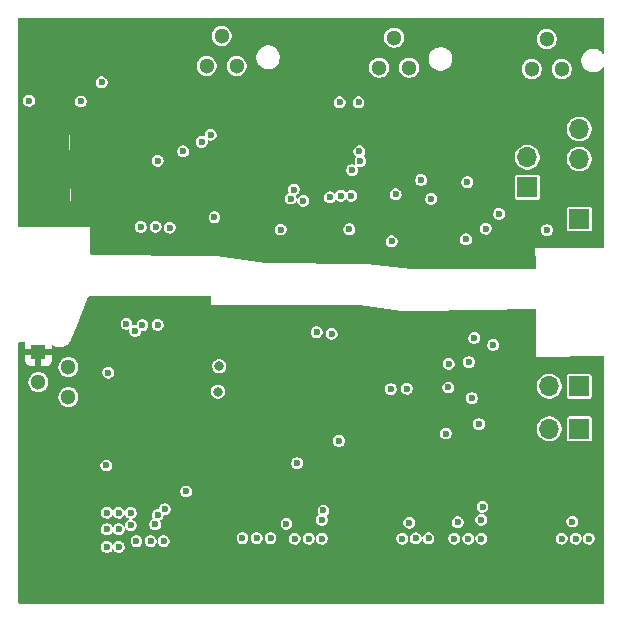
<source format=gbr>
%TF.GenerationSoftware,KiCad,Pcbnew,9.0.6*%
%TF.CreationDate,2025-11-11T12:39:31+02:00*%
%TF.ProjectId,picr_1_9tdi,70696372-5f31-45f3-9974-64692e6b6963,1*%
%TF.SameCoordinates,Original*%
%TF.FileFunction,Copper,L3,Inr*%
%TF.FilePolarity,Positive*%
%FSLAX46Y46*%
G04 Gerber Fmt 4.6, Leading zero omitted, Abs format (unit mm)*
G04 Created by KiCad (PCBNEW 9.0.6) date 2025-11-11 12:39:31*
%MOMM*%
%LPD*%
G01*
G04 APERTURE LIST*
%TA.AperFunction,ComponentPad*%
%ADD10R,1.300000X1.300000*%
%TD*%
%TA.AperFunction,ComponentPad*%
%ADD11C,1.300000*%
%TD*%
%TA.AperFunction,ComponentPad*%
%ADD12R,1.700000X1.700000*%
%TD*%
%TA.AperFunction,ComponentPad*%
%ADD13O,1.700000X1.700000*%
%TD*%
%TA.AperFunction,HeatsinkPad*%
%ADD14O,1.600000X0.900000*%
%TD*%
%TA.AperFunction,ViaPad*%
%ADD15C,0.600000*%
%TD*%
%TA.AperFunction,ViaPad*%
%ADD16C,0.450000*%
%TD*%
%TA.AperFunction,ViaPad*%
%ADD17C,0.800000*%
%TD*%
G04 APERTURE END LIST*
D10*
%TO.N,GND_MCU*%
%TO.C,U11*%
X115375000Y-69300000D03*
D11*
%TO.N,+3.3V*%
X114105000Y-71840000D03*
%TO.N,/E_M3_A*%
X112835000Y-69300000D03*
%TO.N,/E_M3_B*%
X111565000Y-71840000D03*
%TD*%
D10*
%TO.N,GND_MCU*%
%TO.C,U9*%
X102455000Y-69180000D03*
D11*
%TO.N,+3.3V*%
X101185000Y-71720000D03*
%TO.N,/E_M1_A*%
X99915000Y-69180000D03*
%TO.N,/E_M1_B*%
X98645000Y-71720000D03*
%TD*%
D10*
%TO.N,GND_MOT*%
%TO.C,U15*%
X69800000Y-95810000D03*
D11*
%TO.N,/PWM_TH_O*%
X72340000Y-97080000D03*
%TO.N,unconnected-(U15-Pad3)*%
X69800000Y-98350000D03*
%TO.N,unconnected-(U15-Pad4)*%
X72340000Y-99620000D03*
%TD*%
D12*
%TO.N,/PWM_GRB_O*%
%TO.C,J4*%
X115600000Y-102300000D03*
D13*
%TO.N,/5V_MOT*%
X113060000Y-102300000D03*
%TO.N,GND_MOT*%
X110520000Y-102300000D03*
%TD*%
D14*
%TO.N,GND_MCU*%
%TO.C,J1*%
X69500000Y-77700000D03*
X69500000Y-84300000D03*
%TD*%
D12*
%TO.N,/GLo*%
%TO.C,J3*%
X115600000Y-84540000D03*
D13*
%TO.N,GND_MCU*%
X115600000Y-82000000D03*
%TO.N,/IR_RX*%
X115600000Y-79460000D03*
%TO.N,+3.3V*%
X115600000Y-76920000D03*
%TD*%
D12*
%TO.N,/PWM_ANG_O*%
%TO.C,J6*%
X115580000Y-98700000D03*
D13*
%TO.N,/5V_MOT*%
X113040000Y-98700000D03*
%TO.N,GND_MOT*%
X110500000Y-98700000D03*
%TD*%
D10*
%TO.N,GND_MCU*%
%TO.C,U10*%
X87845000Y-69035000D03*
D11*
%TO.N,+3.3V*%
X86575000Y-71575000D03*
%TO.N,/E_M2_A*%
X85305000Y-69035000D03*
%TO.N,/E_M2_B*%
X84035000Y-71575000D03*
%TD*%
D12*
%TO.N,/GLo*%
%TO.C,J5*%
X111200000Y-81850000D03*
D13*
%TO.N,/IR_TX*%
X111200000Y-79310000D03*
%TD*%
D15*
%TO.N,GND_MOT*%
X79200000Y-94800000D03*
D16*
X110700000Y-109600000D03*
D15*
X97200000Y-115600000D03*
X105600000Y-98800000D03*
X82410000Y-102680000D03*
D16*
X110200000Y-110100000D03*
D15*
X94400000Y-116300000D03*
X71100000Y-115650000D03*
X100000000Y-116300000D03*
D16*
X111200000Y-110100000D03*
D15*
X96500000Y-114900000D03*
X75050000Y-115650000D03*
X109900000Y-116300000D03*
X103080000Y-107640000D03*
X85650000Y-103710000D03*
X87600000Y-103000000D03*
X83090000Y-102700000D03*
X82200000Y-94100000D03*
X81040000Y-102650000D03*
D16*
X96600000Y-109100000D03*
D15*
X69300000Y-114400000D03*
X82350000Y-105100000D03*
X107800000Y-116300000D03*
X74525000Y-107575000D03*
X109050000Y-105550000D03*
X70200000Y-115650000D03*
X101425000Y-93171000D03*
X96800000Y-100900000D03*
D16*
X97600000Y-110100000D03*
D15*
X69300000Y-115650000D03*
X84400000Y-116300000D03*
D16*
X97100000Y-109100000D03*
D15*
X80360000Y-101890000D03*
D16*
X83200000Y-110000000D03*
D15*
X68400000Y-95800000D03*
D16*
X83700000Y-110000000D03*
D15*
X111300000Y-115600000D03*
X79200000Y-103400000D03*
X73730735Y-105479265D03*
X79870000Y-108490000D03*
D16*
X97600000Y-109600000D03*
D15*
X98225000Y-96325000D03*
X83100000Y-101930000D03*
X82000000Y-106200000D03*
X89490000Y-107600000D03*
X97900000Y-115600000D03*
D16*
X110700000Y-110100000D03*
D15*
X97900000Y-114900000D03*
X109900000Y-115600000D03*
X91090000Y-106450000D03*
X89560000Y-100660000D03*
X83700000Y-116300000D03*
X92080000Y-103500000D03*
X74660000Y-96390000D03*
X111300000Y-116300000D03*
D16*
X83700000Y-110500000D03*
D15*
X80350000Y-102640000D03*
X97130000Y-107220000D03*
X83000000Y-114900000D03*
X110600000Y-114900000D03*
X99510000Y-102680000D03*
X75050000Y-99150000D03*
X88680000Y-92240000D03*
X75100000Y-114550000D03*
X98600000Y-98700000D03*
X70200000Y-114400000D03*
X108600000Y-98750000D03*
X80900000Y-116300000D03*
D16*
X83200000Y-110500000D03*
D15*
X95800000Y-116300000D03*
X109200000Y-116300000D03*
X81720000Y-102670000D03*
D16*
X110200000Y-109100000D03*
D15*
X96500000Y-116300000D03*
D16*
X110200000Y-109600000D03*
X97600000Y-109100000D03*
D15*
X81700000Y-104800000D03*
X97200000Y-114900000D03*
D16*
X111200000Y-109600000D03*
D15*
X98600000Y-116300000D03*
X83000000Y-115600000D03*
X102330000Y-102720000D03*
X87450000Y-92230000D03*
X99300000Y-116300000D03*
X115500000Y-100400000D03*
X85100000Y-116300000D03*
X86600000Y-108000000D03*
X110600000Y-116300000D03*
X83790000Y-102690000D03*
X84400000Y-107500000D03*
X109900000Y-114900000D03*
X109012500Y-95887500D03*
X85875000Y-108000000D03*
X81700000Y-105450000D03*
X85800000Y-116300000D03*
X93000000Y-97700000D03*
X110600000Y-115600000D03*
X71100000Y-114400000D03*
X83700000Y-115600000D03*
X72000000Y-115650000D03*
D16*
X96600000Y-109600000D03*
X110700000Y-109100000D03*
D15*
X97900000Y-116300000D03*
X108500000Y-116300000D03*
D16*
X96600000Y-110100000D03*
X97100000Y-109600000D03*
D15*
X90600000Y-97300000D03*
X97200000Y-116300000D03*
X81050000Y-101910000D03*
X102730000Y-98990000D03*
X84880000Y-103720000D03*
X81600000Y-116300000D03*
X96500000Y-115600000D03*
X104500000Y-106180000D03*
X70060000Y-101150000D03*
D16*
X97100000Y-110100000D03*
D15*
X115500000Y-104500000D03*
X82650000Y-106550000D03*
X112620000Y-105600000D03*
X86440000Y-103700000D03*
X98200000Y-93600000D03*
X116350000Y-96750000D03*
D16*
X84200000Y-109500000D03*
D15*
X82300000Y-116300000D03*
D16*
X111200000Y-109100000D03*
D15*
X115100000Y-96750000D03*
X113950000Y-96750000D03*
X113400000Y-116300000D03*
X94050000Y-102950000D03*
X82410000Y-101930000D03*
X82000000Y-106850000D03*
X86500000Y-116300000D03*
X79800000Y-103700000D03*
X84400000Y-114900000D03*
X92700000Y-106220000D03*
X72000000Y-114400000D03*
D16*
X83700000Y-109500000D03*
X84200000Y-110500000D03*
D15*
X93600000Y-100400000D03*
X75890000Y-107780000D03*
D16*
X83200000Y-109500000D03*
D15*
X83770000Y-101950000D03*
X100730000Y-106060000D03*
X87230000Y-103670000D03*
X79200000Y-104000000D03*
X108700000Y-102350000D03*
X111300000Y-114900000D03*
X95100000Y-116300000D03*
X83000000Y-116300000D03*
X74660000Y-93540000D03*
X87600000Y-102100000D03*
X81730000Y-101920000D03*
D16*
X84200000Y-110000000D03*
D15*
X92500000Y-96500000D03*
X112000000Y-116300000D03*
X83700000Y-114900000D03*
X85325000Y-92200000D03*
X112700000Y-116300000D03*
X84400000Y-115600000D03*
%TO.N,/VBAT*%
X92700000Y-111600000D03*
X77625000Y-109425000D03*
X87075000Y-111550000D03*
X115300000Y-111600000D03*
X75600000Y-110800000D03*
X100600000Y-111600000D03*
X80400000Y-111800000D03*
X105000000Y-111600000D03*
X76600000Y-109400000D03*
X101750000Y-111575000D03*
X107300000Y-111600000D03*
X78100000Y-111800000D03*
X76600000Y-110800000D03*
X93800000Y-111600000D03*
X75600000Y-112300000D03*
X102825000Y-111575000D03*
X91500000Y-111600000D03*
X116400000Y-111600000D03*
X88275000Y-111550000D03*
X89450000Y-111550000D03*
X75600000Y-109400000D03*
X114100000Y-111600000D03*
X106200000Y-111600000D03*
X77625000Y-110475000D03*
X79300000Y-111800000D03*
X76600000Y-112300000D03*
%TO.N,GND_MCU*%
X85000000Y-87100000D03*
X73070000Y-70790000D03*
X98480240Y-85119760D03*
X100850000Y-84950000D03*
X73300000Y-82300000D03*
X74660000Y-85200000D03*
X103840000Y-80490000D03*
X73475000Y-77700000D03*
X113350000Y-78100000D03*
X109770000Y-75170000D03*
X88330000Y-82740000D03*
X79850000Y-70600000D03*
X82540000Y-78170000D03*
X75640000Y-82630000D03*
X108810000Y-79950000D03*
X87300000Y-74000000D03*
X109550000Y-71200000D03*
X73200000Y-84200000D03*
X91800000Y-77200000D03*
X78400000Y-76750000D03*
X108810000Y-82100000D03*
X95275000Y-69300000D03*
X113850000Y-74400000D03*
X102020000Y-86210000D03*
X89674265Y-74825735D03*
X70950000Y-79900000D03*
X76150000Y-75570000D03*
X96918425Y-85502377D03*
X117350000Y-85400000D03*
X96500000Y-77850000D03*
X98900000Y-74750000D03*
X71000000Y-82300000D03*
X117350000Y-80150000D03*
X70775000Y-77700000D03*
X70725000Y-84275000D03*
X87800000Y-72500000D03*
X81875000Y-84700000D03*
X99750000Y-78800000D03*
X98940000Y-70430000D03*
X109700000Y-84350000D03*
X91900000Y-78700000D03*
X105975000Y-82675000D03*
X113400000Y-81350000D03*
X86500000Y-85425000D03*
X116981568Y-69294576D03*
X91300000Y-87200000D03*
X82370000Y-81670000D03*
X78300000Y-69100000D03*
X100250000Y-87800000D03*
X117350000Y-82000000D03*
X110700000Y-68250000D03*
X94600000Y-73900000D03*
X93000000Y-81400000D03*
X102230000Y-78990000D03*
X69280000Y-70700000D03*
X89550000Y-69000000D03*
X71810000Y-70710000D03*
X82890000Y-75760000D03*
X95000000Y-72250000D03*
X102070000Y-82600000D03*
X117000000Y-74400000D03*
X104150000Y-69150000D03*
X105400000Y-76200000D03*
D17*
%TO.N,/5V_MOT*%
X85100000Y-97000000D03*
D15*
X75550000Y-105400000D03*
X75700000Y-97540000D03*
D17*
X85000000Y-99150000D03*
D15*
%TO.N,+3.3V*%
X84375000Y-77400000D03*
X99700000Y-86425000D03*
X84700000Y-84380000D03*
X112850000Y-85470000D03*
%TO.N,/NRST*%
X69000000Y-74510000D03*
X96362528Y-80388943D03*
%TO.N,/IR_RX*%
X102200000Y-81225000D03*
%TO.N,/PWM_GRB_O*%
X93360000Y-94120000D03*
%TO.N,/PWM_ANG_O*%
X94630000Y-94250000D03*
%TO.N,Net-(U1-SR)*%
X82300000Y-107600000D03*
%TO.N,Net-(U1-DRVOFF)*%
X79677200Y-110384579D03*
%TO.N,Net-(U7-PB8)*%
X96125000Y-85400000D03*
X90310000Y-85425000D03*
%TO.N,/PWM_M1_O*%
X77987851Y-94014579D03*
X79885421Y-109612149D03*
%TO.N,/M1_DIR_O*%
X108300000Y-95200000D03*
X80500000Y-109100000D03*
X101000000Y-98900000D03*
X91700000Y-105200000D03*
%TO.N,/M_NSLEEP_O*%
X104300000Y-102700000D03*
X90796979Y-110335723D03*
X104540000Y-96800000D03*
X104500000Y-98800000D03*
X105300000Y-110208038D03*
X115000000Y-110150000D03*
X101200000Y-110250000D03*
%TO.N,/PWM_M2_O*%
X93800000Y-109999685D03*
X79900707Y-93500706D03*
%TO.N,/M2_DIR_O*%
X99634313Y-98934313D03*
X95240000Y-103328626D03*
X93931587Y-109210579D03*
X106700000Y-94600000D03*
%TO.N,/M3_DIR_O*%
X107100000Y-101900000D03*
X107400000Y-108900000D03*
X106250000Y-96650000D03*
X106500000Y-99700000D03*
%TO.N,/PWM_M3_O*%
X107300000Y-109999685D03*
X78609659Y-93511232D03*
%TO.N,/E_M3_A*%
X94475000Y-82700000D03*
%TO.N,/PWM_M3_I*%
X78470000Y-85210000D03*
X79900000Y-79600000D03*
%TO.N,/SWCLK*%
X73400000Y-74580000D03*
X91175000Y-82800000D03*
%TO.N,/E_M1_A*%
X97060000Y-79625000D03*
%TO.N,/MCU_LED*%
X103050000Y-82825000D03*
X92225000Y-82990000D03*
%TO.N,/E_M2_A*%
X95300000Y-74650000D03*
%TO.N,/E_M3_B*%
X95411765Y-82561765D03*
%TO.N,/PWM_M2_I*%
X82048846Y-78801484D03*
X79720000Y-85180000D03*
%TO.N,/M3_DIR_I*%
X106000000Y-86250000D03*
X107680000Y-85350000D03*
%TO.N,/SWDIO*%
X75150000Y-72960000D03*
X91435636Y-82043645D03*
%TO.N,/M1_DIR_I*%
X108800000Y-84100000D03*
X106113235Y-81411765D03*
%TO.N,/PWM_M1_I*%
X80908883Y-85263162D03*
X83625000Y-78010000D03*
%TO.N,/E_M2_B*%
X96900000Y-74650000D03*
%TO.N,/M_NSLEEP_I*%
X100050000Y-82450000D03*
X96300000Y-82562765D03*
%TO.N,/E_M1_B*%
X96960000Y-78800000D03*
%TO.N,/PWM_TH_O*%
X77250000Y-93414579D03*
%TD*%
%TA.AperFunction,Conductor*%
%TO.N,GND_MOT*%
G36*
X111900000Y-104200000D02*
G01*
X108700000Y-104200000D01*
X108700000Y-97300000D01*
X111900000Y-97300000D01*
X111900000Y-104200000D01*
G37*
%TD.AperFunction*%
%TD*%
%TA.AperFunction,Conductor*%
%TO.N,GND_MOT*%
G36*
X84407112Y-91045674D02*
G01*
X84421657Y-91080241D01*
X84421658Y-91080667D01*
X84419269Y-91852087D01*
X84419270Y-91852087D01*
X84419270Y-91852088D01*
X90969886Y-91857838D01*
X90969886Y-91857837D01*
X90987447Y-91857853D01*
X90991519Y-91856175D01*
X96986240Y-91838342D01*
X96993106Y-91838805D01*
X100546754Y-92331240D01*
X100546760Y-92331239D01*
X100546761Y-92331240D01*
X102144228Y-92309256D01*
X111887139Y-92175179D01*
X111921980Y-92189052D01*
X111936807Y-92223500D01*
X111936812Y-92224174D01*
X111936812Y-96222236D01*
X117650096Y-96175018D01*
X117684861Y-96189083D01*
X117699498Y-96223611D01*
X117699500Y-96224016D01*
X117699500Y-117050500D01*
X117685148Y-117085148D01*
X117650500Y-117099500D01*
X68149500Y-117099500D01*
X68114852Y-117085148D01*
X68100500Y-117050500D01*
X68100500Y-112234104D01*
X75099500Y-112234104D01*
X75099500Y-112365895D01*
X75133607Y-112493184D01*
X75133608Y-112493188D01*
X75199500Y-112607314D01*
X75292686Y-112700500D01*
X75334457Y-112724617D01*
X75406811Y-112766391D01*
X75406813Y-112766391D01*
X75406814Y-112766392D01*
X75507207Y-112793292D01*
X75534104Y-112800499D01*
X75534105Y-112800500D01*
X75534108Y-112800500D01*
X75665895Y-112800500D01*
X75665895Y-112800499D01*
X75793186Y-112766392D01*
X75907314Y-112700500D01*
X76000500Y-112607314D01*
X76057565Y-112508475D01*
X76087318Y-112485645D01*
X76124500Y-112490540D01*
X76142435Y-112508475D01*
X76199500Y-112607314D01*
X76292686Y-112700500D01*
X76334457Y-112724617D01*
X76406811Y-112766391D01*
X76406813Y-112766391D01*
X76406814Y-112766392D01*
X76507207Y-112793292D01*
X76534104Y-112800499D01*
X76534105Y-112800500D01*
X76534108Y-112800500D01*
X76665895Y-112800500D01*
X76665895Y-112800499D01*
X76793186Y-112766392D01*
X76907314Y-112700500D01*
X77000500Y-112607314D01*
X77066392Y-112493186D01*
X77100499Y-112365895D01*
X77100500Y-112365895D01*
X77100500Y-112234105D01*
X77100499Y-112234104D01*
X77068412Y-112114354D01*
X77066392Y-112106814D01*
X77066391Y-112106813D01*
X77066391Y-112106811D01*
X77005011Y-112000499D01*
X77000500Y-111992686D01*
X76907314Y-111899500D01*
X76877549Y-111882315D01*
X76793188Y-111833608D01*
X76793184Y-111833607D01*
X76665895Y-111799500D01*
X76665892Y-111799500D01*
X76534108Y-111799500D01*
X76534105Y-111799500D01*
X76406815Y-111833607D01*
X76406811Y-111833608D01*
X76292685Y-111899500D01*
X76292685Y-111899501D01*
X76199501Y-111992685D01*
X76199500Y-111992685D01*
X76142435Y-112091524D01*
X76112682Y-112114354D01*
X76075500Y-112109459D01*
X76057565Y-112091524D01*
X76005011Y-112000499D01*
X76000500Y-111992686D01*
X75907314Y-111899500D01*
X75877549Y-111882315D01*
X75793188Y-111833608D01*
X75793184Y-111833607D01*
X75665895Y-111799500D01*
X75665892Y-111799500D01*
X75534108Y-111799500D01*
X75534105Y-111799500D01*
X75406815Y-111833607D01*
X75406811Y-111833608D01*
X75292685Y-111899500D01*
X75292685Y-111899501D01*
X75199501Y-111992685D01*
X75199500Y-111992685D01*
X75133608Y-112106811D01*
X75133607Y-112106815D01*
X75099500Y-112234104D01*
X68100500Y-112234104D01*
X68100500Y-111734104D01*
X77599500Y-111734104D01*
X77599500Y-111865895D01*
X77633607Y-111993184D01*
X77633608Y-111993188D01*
X77695565Y-112100499D01*
X77699500Y-112107314D01*
X77792686Y-112200500D01*
X77834457Y-112224617D01*
X77906811Y-112266391D01*
X77906813Y-112266391D01*
X77906814Y-112266392D01*
X78007207Y-112293292D01*
X78034104Y-112300499D01*
X78034105Y-112300500D01*
X78034108Y-112300500D01*
X78165895Y-112300500D01*
X78165895Y-112300499D01*
X78293186Y-112266392D01*
X78407314Y-112200500D01*
X78500500Y-112107314D01*
X78566392Y-111993186D01*
X78600499Y-111865895D01*
X78600500Y-111865895D01*
X78600500Y-111734105D01*
X78600499Y-111734104D01*
X78799500Y-111734104D01*
X78799500Y-111865895D01*
X78833607Y-111993184D01*
X78833608Y-111993188D01*
X78895565Y-112100499D01*
X78899500Y-112107314D01*
X78992686Y-112200500D01*
X79034457Y-112224617D01*
X79106811Y-112266391D01*
X79106813Y-112266391D01*
X79106814Y-112266392D01*
X79207207Y-112293292D01*
X79234104Y-112300499D01*
X79234105Y-112300500D01*
X79234108Y-112300500D01*
X79365895Y-112300500D01*
X79365895Y-112300499D01*
X79493186Y-112266392D01*
X79607314Y-112200500D01*
X79700500Y-112107314D01*
X79766392Y-111993186D01*
X79800499Y-111865895D01*
X79800500Y-111865895D01*
X79800500Y-111734105D01*
X79800499Y-111734104D01*
X79899500Y-111734104D01*
X79899500Y-111865895D01*
X79933607Y-111993184D01*
X79933608Y-111993188D01*
X79995565Y-112100499D01*
X79999500Y-112107314D01*
X80092686Y-112200500D01*
X80134457Y-112224617D01*
X80206811Y-112266391D01*
X80206813Y-112266391D01*
X80206814Y-112266392D01*
X80307207Y-112293292D01*
X80334104Y-112300499D01*
X80334105Y-112300500D01*
X80334108Y-112300500D01*
X80465895Y-112300500D01*
X80465895Y-112300499D01*
X80593186Y-112266392D01*
X80707314Y-112200500D01*
X80800500Y-112107314D01*
X80866392Y-111993186D01*
X80900499Y-111865895D01*
X80900500Y-111865895D01*
X80900500Y-111734105D01*
X80900499Y-111734104D01*
X80893292Y-111707207D01*
X80866392Y-111606814D01*
X80866391Y-111606813D01*
X80866391Y-111606811D01*
X80809981Y-111509108D01*
X80800500Y-111492686D01*
X80791918Y-111484104D01*
X86574500Y-111484104D01*
X86574500Y-111615895D01*
X86608607Y-111743184D01*
X86608608Y-111743188D01*
X86660813Y-111833608D01*
X86674500Y-111857314D01*
X86767686Y-111950500D01*
X86809457Y-111974617D01*
X86881811Y-112016391D01*
X86881813Y-112016391D01*
X86881814Y-112016392D01*
X86975112Y-112041391D01*
X87009104Y-112050499D01*
X87009105Y-112050500D01*
X87009108Y-112050500D01*
X87140895Y-112050500D01*
X87140895Y-112050499D01*
X87268186Y-112016392D01*
X87382314Y-111950500D01*
X87475500Y-111857314D01*
X87541392Y-111743186D01*
X87575499Y-111615895D01*
X87575500Y-111615895D01*
X87575500Y-111484105D01*
X87575499Y-111484104D01*
X87774500Y-111484104D01*
X87774500Y-111615895D01*
X87808607Y-111743184D01*
X87808608Y-111743188D01*
X87860813Y-111833608D01*
X87874500Y-111857314D01*
X87967686Y-111950500D01*
X88009457Y-111974617D01*
X88081811Y-112016391D01*
X88081813Y-112016391D01*
X88081814Y-112016392D01*
X88175112Y-112041391D01*
X88209104Y-112050499D01*
X88209105Y-112050500D01*
X88209108Y-112050500D01*
X88340895Y-112050500D01*
X88340895Y-112050499D01*
X88468186Y-112016392D01*
X88582314Y-111950500D01*
X88675500Y-111857314D01*
X88741392Y-111743186D01*
X88775499Y-111615895D01*
X88775500Y-111615895D01*
X88775500Y-111484105D01*
X88775499Y-111484104D01*
X88949500Y-111484104D01*
X88949500Y-111615895D01*
X88983607Y-111743184D01*
X88983608Y-111743188D01*
X89035813Y-111833608D01*
X89049500Y-111857314D01*
X89142686Y-111950500D01*
X89184457Y-111974617D01*
X89256811Y-112016391D01*
X89256813Y-112016391D01*
X89256814Y-112016392D01*
X89350112Y-112041391D01*
X89384104Y-112050499D01*
X89384105Y-112050500D01*
X89384108Y-112050500D01*
X89515895Y-112050500D01*
X89515895Y-112050499D01*
X89643186Y-112016392D01*
X89757314Y-111950500D01*
X89850500Y-111857314D01*
X89916392Y-111743186D01*
X89950499Y-111615895D01*
X89950500Y-111615895D01*
X89950500Y-111534104D01*
X90999500Y-111534104D01*
X90999500Y-111665895D01*
X91033607Y-111793184D01*
X91033608Y-111793188D01*
X91094989Y-111899501D01*
X91099500Y-111907314D01*
X91192686Y-112000500D01*
X91220210Y-112016391D01*
X91306811Y-112066391D01*
X91306813Y-112066391D01*
X91306814Y-112066392D01*
X91400609Y-112091524D01*
X91434104Y-112100499D01*
X91434105Y-112100500D01*
X91434108Y-112100500D01*
X91565895Y-112100500D01*
X91565895Y-112100499D01*
X91693186Y-112066392D01*
X91807314Y-112000500D01*
X91900500Y-111907314D01*
X91966392Y-111793186D01*
X92000499Y-111665895D01*
X92000500Y-111665895D01*
X92000500Y-111534105D01*
X92000499Y-111534104D01*
X92199500Y-111534104D01*
X92199500Y-111665895D01*
X92233607Y-111793184D01*
X92233608Y-111793188D01*
X92294989Y-111899501D01*
X92299500Y-111907314D01*
X92392686Y-112000500D01*
X92420210Y-112016391D01*
X92506811Y-112066391D01*
X92506813Y-112066391D01*
X92506814Y-112066392D01*
X92600609Y-112091524D01*
X92634104Y-112100499D01*
X92634105Y-112100500D01*
X92634108Y-112100500D01*
X92765895Y-112100500D01*
X92765895Y-112100499D01*
X92893186Y-112066392D01*
X93007314Y-112000500D01*
X93100500Y-111907314D01*
X93166392Y-111793186D01*
X93200499Y-111665895D01*
X93200500Y-111665895D01*
X93200500Y-111534105D01*
X93200499Y-111534104D01*
X93299500Y-111534104D01*
X93299500Y-111665895D01*
X93333607Y-111793184D01*
X93333608Y-111793188D01*
X93394989Y-111899501D01*
X93399500Y-111907314D01*
X93492686Y-112000500D01*
X93520210Y-112016391D01*
X93606811Y-112066391D01*
X93606813Y-112066391D01*
X93606814Y-112066392D01*
X93700609Y-112091524D01*
X93734104Y-112100499D01*
X93734105Y-112100500D01*
X93734108Y-112100500D01*
X93865895Y-112100500D01*
X93865895Y-112100499D01*
X93993186Y-112066392D01*
X94107314Y-112000500D01*
X94200500Y-111907314D01*
X94266392Y-111793186D01*
X94300499Y-111665895D01*
X94300500Y-111665895D01*
X94300500Y-111534105D01*
X94300499Y-111534104D01*
X100099500Y-111534104D01*
X100099500Y-111665895D01*
X100133607Y-111793184D01*
X100133608Y-111793188D01*
X100194989Y-111899501D01*
X100199500Y-111907314D01*
X100292686Y-112000500D01*
X100320210Y-112016391D01*
X100406811Y-112066391D01*
X100406813Y-112066391D01*
X100406814Y-112066392D01*
X100500609Y-112091524D01*
X100534104Y-112100499D01*
X100534105Y-112100500D01*
X100534108Y-112100500D01*
X100665895Y-112100500D01*
X100665895Y-112100499D01*
X100793186Y-112066392D01*
X100907314Y-112000500D01*
X101000500Y-111907314D01*
X101066392Y-111793186D01*
X101100499Y-111665895D01*
X101100500Y-111665895D01*
X101100500Y-111534107D01*
X101096339Y-111518577D01*
X101096339Y-111518575D01*
X101093801Y-111509104D01*
X101249500Y-111509104D01*
X101249500Y-111640895D01*
X101283607Y-111768184D01*
X101283608Y-111768188D01*
X101335066Y-111857314D01*
X101349500Y-111882314D01*
X101442686Y-111975500D01*
X101484457Y-111999617D01*
X101556811Y-112041391D01*
X101556813Y-112041391D01*
X101556814Y-112041392D01*
X101650112Y-112066391D01*
X101684104Y-112075499D01*
X101684105Y-112075500D01*
X101684108Y-112075500D01*
X101815895Y-112075500D01*
X101815895Y-112075499D01*
X101943186Y-112041392D01*
X102057314Y-111975500D01*
X102150500Y-111882314D01*
X102216392Y-111768186D01*
X102240170Y-111679446D01*
X102263000Y-111649693D01*
X102300182Y-111644798D01*
X102329935Y-111667628D01*
X102334830Y-111679446D01*
X102358607Y-111768185D01*
X102358608Y-111768188D01*
X102410066Y-111857314D01*
X102424500Y-111882314D01*
X102517686Y-111975500D01*
X102559457Y-111999617D01*
X102631811Y-112041391D01*
X102631813Y-112041391D01*
X102631814Y-112041392D01*
X102725112Y-112066391D01*
X102759104Y-112075499D01*
X102759105Y-112075500D01*
X102759108Y-112075500D01*
X102890895Y-112075500D01*
X102890895Y-112075499D01*
X103018186Y-112041392D01*
X103132314Y-111975500D01*
X103225500Y-111882314D01*
X103291392Y-111768186D01*
X103325499Y-111640895D01*
X103325500Y-111640895D01*
X103325500Y-111534104D01*
X104499500Y-111534104D01*
X104499500Y-111665895D01*
X104533607Y-111793184D01*
X104533608Y-111793188D01*
X104594989Y-111899501D01*
X104599500Y-111907314D01*
X104692686Y-112000500D01*
X104720210Y-112016391D01*
X104806811Y-112066391D01*
X104806813Y-112066391D01*
X104806814Y-112066392D01*
X104900609Y-112091524D01*
X104934104Y-112100499D01*
X104934105Y-112100500D01*
X104934108Y-112100500D01*
X105065895Y-112100500D01*
X105065895Y-112100499D01*
X105193186Y-112066392D01*
X105307314Y-112000500D01*
X105400500Y-111907314D01*
X105466392Y-111793186D01*
X105500499Y-111665895D01*
X105500500Y-111665895D01*
X105500500Y-111534105D01*
X105500499Y-111534104D01*
X105699500Y-111534104D01*
X105699500Y-111665895D01*
X105733607Y-111793184D01*
X105733608Y-111793188D01*
X105794989Y-111899501D01*
X105799500Y-111907314D01*
X105892686Y-112000500D01*
X105920210Y-112016391D01*
X106006811Y-112066391D01*
X106006813Y-112066391D01*
X106006814Y-112066392D01*
X106100609Y-112091524D01*
X106134104Y-112100499D01*
X106134105Y-112100500D01*
X106134108Y-112100500D01*
X106265895Y-112100500D01*
X106265895Y-112100499D01*
X106393186Y-112066392D01*
X106507314Y-112000500D01*
X106600500Y-111907314D01*
X106666392Y-111793186D01*
X106700499Y-111665895D01*
X106700500Y-111665895D01*
X106700500Y-111534105D01*
X106700499Y-111534104D01*
X106799500Y-111534104D01*
X106799500Y-111665895D01*
X106833607Y-111793184D01*
X106833608Y-111793188D01*
X106894989Y-111899501D01*
X106899500Y-111907314D01*
X106992686Y-112000500D01*
X107020210Y-112016391D01*
X107106811Y-112066391D01*
X107106813Y-112066391D01*
X107106814Y-112066392D01*
X107200609Y-112091524D01*
X107234104Y-112100499D01*
X107234105Y-112100500D01*
X107234108Y-112100500D01*
X107365895Y-112100500D01*
X107365895Y-112100499D01*
X107493186Y-112066392D01*
X107607314Y-112000500D01*
X107700500Y-111907314D01*
X107766392Y-111793186D01*
X107800499Y-111665895D01*
X107800500Y-111665895D01*
X107800500Y-111534105D01*
X107800499Y-111534104D01*
X113599500Y-111534104D01*
X113599500Y-111665895D01*
X113633607Y-111793184D01*
X113633608Y-111793188D01*
X113694989Y-111899501D01*
X113699500Y-111907314D01*
X113792686Y-112000500D01*
X113820210Y-112016391D01*
X113906811Y-112066391D01*
X113906813Y-112066391D01*
X113906814Y-112066392D01*
X114000609Y-112091524D01*
X114034104Y-112100499D01*
X114034105Y-112100500D01*
X114034108Y-112100500D01*
X114165895Y-112100500D01*
X114165895Y-112100499D01*
X114293186Y-112066392D01*
X114407314Y-112000500D01*
X114500500Y-111907314D01*
X114566392Y-111793186D01*
X114600499Y-111665895D01*
X114600500Y-111665895D01*
X114600500Y-111534105D01*
X114600499Y-111534104D01*
X114799500Y-111534104D01*
X114799500Y-111665895D01*
X114833607Y-111793184D01*
X114833608Y-111793188D01*
X114894989Y-111899501D01*
X114899500Y-111907314D01*
X114992686Y-112000500D01*
X115020210Y-112016391D01*
X115106811Y-112066391D01*
X115106813Y-112066391D01*
X115106814Y-112066392D01*
X115200609Y-112091524D01*
X115234104Y-112100499D01*
X115234105Y-112100500D01*
X115234108Y-112100500D01*
X115365895Y-112100500D01*
X115365895Y-112100499D01*
X115493186Y-112066392D01*
X115607314Y-112000500D01*
X115700500Y-111907314D01*
X115766392Y-111793186D01*
X115800499Y-111665895D01*
X115800500Y-111665895D01*
X115800500Y-111534105D01*
X115800499Y-111534104D01*
X115899500Y-111534104D01*
X115899500Y-111665895D01*
X115933607Y-111793184D01*
X115933608Y-111793188D01*
X115994989Y-111899501D01*
X115999500Y-111907314D01*
X116092686Y-112000500D01*
X116120210Y-112016391D01*
X116206811Y-112066391D01*
X116206813Y-112066391D01*
X116206814Y-112066392D01*
X116300609Y-112091524D01*
X116334104Y-112100499D01*
X116334105Y-112100500D01*
X116334108Y-112100500D01*
X116465895Y-112100500D01*
X116465895Y-112100499D01*
X116593186Y-112066392D01*
X116707314Y-112000500D01*
X116800500Y-111907314D01*
X116866392Y-111793186D01*
X116900499Y-111665895D01*
X116900500Y-111665895D01*
X116900500Y-111534105D01*
X116900499Y-111534104D01*
X116866392Y-111406815D01*
X116866391Y-111406811D01*
X116800499Y-111292685D01*
X116707314Y-111199500D01*
X116593188Y-111133608D01*
X116593184Y-111133607D01*
X116465895Y-111099500D01*
X116465892Y-111099500D01*
X116334108Y-111099500D01*
X116334105Y-111099500D01*
X116206815Y-111133607D01*
X116206811Y-111133608D01*
X116092685Y-111199500D01*
X116092685Y-111199501D01*
X115999501Y-111292685D01*
X115999500Y-111292685D01*
X115933608Y-111406811D01*
X115933607Y-111406815D01*
X115899500Y-111534104D01*
X115800499Y-111534104D01*
X115766392Y-111406815D01*
X115766391Y-111406811D01*
X115700499Y-111292685D01*
X115607314Y-111199500D01*
X115493188Y-111133608D01*
X115493184Y-111133607D01*
X115365895Y-111099500D01*
X115365892Y-111099500D01*
X115234108Y-111099500D01*
X115234105Y-111099500D01*
X115106815Y-111133607D01*
X115106811Y-111133608D01*
X114992685Y-111199500D01*
X114992685Y-111199501D01*
X114899501Y-111292685D01*
X114899500Y-111292685D01*
X114833608Y-111406811D01*
X114833607Y-111406815D01*
X114799500Y-111534104D01*
X114600499Y-111534104D01*
X114566392Y-111406815D01*
X114566391Y-111406811D01*
X114500499Y-111292685D01*
X114407314Y-111199500D01*
X114293188Y-111133608D01*
X114293184Y-111133607D01*
X114165895Y-111099500D01*
X114165892Y-111099500D01*
X114034108Y-111099500D01*
X114034105Y-111099500D01*
X113906815Y-111133607D01*
X113906811Y-111133608D01*
X113792685Y-111199500D01*
X113792685Y-111199501D01*
X113699501Y-111292685D01*
X113699500Y-111292685D01*
X113633608Y-111406811D01*
X113633607Y-111406815D01*
X113599500Y-111534104D01*
X107800499Y-111534104D01*
X107766392Y-111406815D01*
X107766391Y-111406811D01*
X107700499Y-111292685D01*
X107607314Y-111199500D01*
X107493188Y-111133608D01*
X107493184Y-111133607D01*
X107365895Y-111099500D01*
X107365892Y-111099500D01*
X107234108Y-111099500D01*
X107234105Y-111099500D01*
X107106815Y-111133607D01*
X107106811Y-111133608D01*
X106992685Y-111199500D01*
X106992685Y-111199501D01*
X106899501Y-111292685D01*
X106899500Y-111292685D01*
X106833608Y-111406811D01*
X106833607Y-111406815D01*
X106799500Y-111534104D01*
X106700499Y-111534104D01*
X106666392Y-111406815D01*
X106666391Y-111406811D01*
X106600499Y-111292685D01*
X106507314Y-111199500D01*
X106393188Y-111133608D01*
X106393184Y-111133607D01*
X106265895Y-111099500D01*
X106265892Y-111099500D01*
X106134108Y-111099500D01*
X106134105Y-111099500D01*
X106006815Y-111133607D01*
X106006811Y-111133608D01*
X105892685Y-111199500D01*
X105892685Y-111199501D01*
X105799501Y-111292685D01*
X105799500Y-111292685D01*
X105733608Y-111406811D01*
X105733607Y-111406815D01*
X105699500Y-111534104D01*
X105500499Y-111534104D01*
X105466392Y-111406815D01*
X105466391Y-111406811D01*
X105400499Y-111292685D01*
X105307314Y-111199500D01*
X105193188Y-111133608D01*
X105193184Y-111133607D01*
X105065895Y-111099500D01*
X105065892Y-111099500D01*
X104934108Y-111099500D01*
X104934105Y-111099500D01*
X104806815Y-111133607D01*
X104806811Y-111133608D01*
X104692685Y-111199500D01*
X104692685Y-111199501D01*
X104599501Y-111292685D01*
X104599500Y-111292685D01*
X104533608Y-111406811D01*
X104533607Y-111406815D01*
X104499500Y-111534104D01*
X103325500Y-111534104D01*
X103325500Y-111509105D01*
X103325499Y-111509104D01*
X103298091Y-111406815D01*
X103291392Y-111381814D01*
X103291391Y-111381813D01*
X103291391Y-111381811D01*
X103225499Y-111267685D01*
X103132314Y-111174500D01*
X103018188Y-111108608D01*
X103018184Y-111108607D01*
X102890895Y-111074500D01*
X102890892Y-111074500D01*
X102759108Y-111074500D01*
X102759105Y-111074500D01*
X102631815Y-111108607D01*
X102631811Y-111108608D01*
X102517685Y-111174500D01*
X102517685Y-111174501D01*
X102424501Y-111267685D01*
X102424500Y-111267685D01*
X102358608Y-111381811D01*
X102358607Y-111381815D01*
X102334830Y-111470553D01*
X102312000Y-111500306D01*
X102274818Y-111505201D01*
X102245065Y-111482371D01*
X102240170Y-111470553D01*
X102216392Y-111381815D01*
X102216391Y-111381811D01*
X102150499Y-111267685D01*
X102057314Y-111174500D01*
X101943188Y-111108608D01*
X101943184Y-111108607D01*
X101815895Y-111074500D01*
X101815892Y-111074500D01*
X101684108Y-111074500D01*
X101684105Y-111074500D01*
X101556815Y-111108607D01*
X101556811Y-111108608D01*
X101442685Y-111174500D01*
X101442685Y-111174501D01*
X101349501Y-111267685D01*
X101349500Y-111267685D01*
X101283608Y-111381811D01*
X101283607Y-111381815D01*
X101249500Y-111509104D01*
X101093801Y-111509104D01*
X101066392Y-111406815D01*
X101066391Y-111406811D01*
X101000499Y-111292685D01*
X100907314Y-111199500D01*
X100793188Y-111133608D01*
X100793184Y-111133607D01*
X100665895Y-111099500D01*
X100665892Y-111099500D01*
X100534108Y-111099500D01*
X100534105Y-111099500D01*
X100406815Y-111133607D01*
X100406811Y-111133608D01*
X100292685Y-111199500D01*
X100292685Y-111199501D01*
X100199501Y-111292685D01*
X100199500Y-111292685D01*
X100133608Y-111406811D01*
X100133607Y-111406815D01*
X100099500Y-111534104D01*
X94300499Y-111534104D01*
X94266392Y-111406815D01*
X94266391Y-111406811D01*
X94200499Y-111292685D01*
X94107314Y-111199500D01*
X93993188Y-111133608D01*
X93993184Y-111133607D01*
X93865895Y-111099500D01*
X93865892Y-111099500D01*
X93734108Y-111099500D01*
X93734105Y-111099500D01*
X93606815Y-111133607D01*
X93606811Y-111133608D01*
X93492685Y-111199500D01*
X93492685Y-111199501D01*
X93399501Y-111292685D01*
X93399500Y-111292685D01*
X93333608Y-111406811D01*
X93333607Y-111406815D01*
X93299500Y-111534104D01*
X93200499Y-111534104D01*
X93166392Y-111406815D01*
X93166391Y-111406811D01*
X93100499Y-111292685D01*
X93007314Y-111199500D01*
X92893188Y-111133608D01*
X92893184Y-111133607D01*
X92765895Y-111099500D01*
X92765892Y-111099500D01*
X92634108Y-111099500D01*
X92634105Y-111099500D01*
X92506815Y-111133607D01*
X92506811Y-111133608D01*
X92392685Y-111199500D01*
X92392685Y-111199501D01*
X92299501Y-111292685D01*
X92299500Y-111292685D01*
X92233608Y-111406811D01*
X92233607Y-111406815D01*
X92199500Y-111534104D01*
X92000499Y-111534104D01*
X91966392Y-111406815D01*
X91966391Y-111406811D01*
X91900499Y-111292685D01*
X91807314Y-111199500D01*
X91693188Y-111133608D01*
X91693184Y-111133607D01*
X91565895Y-111099500D01*
X91565892Y-111099500D01*
X91434108Y-111099500D01*
X91434105Y-111099500D01*
X91306815Y-111133607D01*
X91306811Y-111133608D01*
X91192685Y-111199500D01*
X91192685Y-111199501D01*
X91099501Y-111292685D01*
X91099500Y-111292685D01*
X91033608Y-111406811D01*
X91033607Y-111406815D01*
X90999500Y-111534104D01*
X89950500Y-111534104D01*
X89950500Y-111484105D01*
X89950499Y-111484104D01*
X89943292Y-111457207D01*
X89916392Y-111356814D01*
X89916391Y-111356813D01*
X89916391Y-111356811D01*
X89850499Y-111242685D01*
X89757314Y-111149500D01*
X89643188Y-111083608D01*
X89643184Y-111083607D01*
X89515895Y-111049500D01*
X89515892Y-111049500D01*
X89384108Y-111049500D01*
X89384105Y-111049500D01*
X89256815Y-111083607D01*
X89256811Y-111083608D01*
X89142685Y-111149500D01*
X89142685Y-111149501D01*
X89049501Y-111242685D01*
X89049500Y-111242685D01*
X88983608Y-111356811D01*
X88983607Y-111356815D01*
X88949500Y-111484104D01*
X88775499Y-111484104D01*
X88768292Y-111457207D01*
X88741392Y-111356814D01*
X88741391Y-111356813D01*
X88741391Y-111356811D01*
X88675499Y-111242685D01*
X88582314Y-111149500D01*
X88468188Y-111083608D01*
X88468184Y-111083607D01*
X88340895Y-111049500D01*
X88340892Y-111049500D01*
X88209108Y-111049500D01*
X88209105Y-111049500D01*
X88081815Y-111083607D01*
X88081811Y-111083608D01*
X87967685Y-111149500D01*
X87967685Y-111149501D01*
X87874501Y-111242685D01*
X87874500Y-111242685D01*
X87808608Y-111356811D01*
X87808607Y-111356815D01*
X87774500Y-111484104D01*
X87575499Y-111484104D01*
X87568292Y-111457207D01*
X87541392Y-111356814D01*
X87541391Y-111356813D01*
X87541391Y-111356811D01*
X87475499Y-111242685D01*
X87382314Y-111149500D01*
X87268188Y-111083608D01*
X87268184Y-111083607D01*
X87140895Y-111049500D01*
X87140892Y-111049500D01*
X87009108Y-111049500D01*
X87009105Y-111049500D01*
X86881815Y-111083607D01*
X86881811Y-111083608D01*
X86767685Y-111149500D01*
X86767685Y-111149501D01*
X86674501Y-111242685D01*
X86674500Y-111242685D01*
X86608608Y-111356811D01*
X86608607Y-111356815D01*
X86574500Y-111484104D01*
X80791918Y-111484104D01*
X80707314Y-111399500D01*
X80676683Y-111381815D01*
X80593188Y-111333608D01*
X80593184Y-111333607D01*
X80465895Y-111299500D01*
X80465892Y-111299500D01*
X80334108Y-111299500D01*
X80334105Y-111299500D01*
X80206815Y-111333607D01*
X80206811Y-111333608D01*
X80092685Y-111399500D01*
X80092685Y-111399501D01*
X79999501Y-111492685D01*
X79999500Y-111492685D01*
X79933608Y-111606811D01*
X79933607Y-111606815D01*
X79899500Y-111734104D01*
X79800499Y-111734104D01*
X79793292Y-111707207D01*
X79766392Y-111606814D01*
X79766391Y-111606813D01*
X79766391Y-111606811D01*
X79709981Y-111509108D01*
X79700500Y-111492686D01*
X79607314Y-111399500D01*
X79576683Y-111381815D01*
X79493188Y-111333608D01*
X79493184Y-111333607D01*
X79365895Y-111299500D01*
X79365892Y-111299500D01*
X79234108Y-111299500D01*
X79234105Y-111299500D01*
X79106815Y-111333607D01*
X79106811Y-111333608D01*
X78992685Y-111399500D01*
X78992685Y-111399501D01*
X78899501Y-111492685D01*
X78899500Y-111492685D01*
X78833608Y-111606811D01*
X78833607Y-111606815D01*
X78799500Y-111734104D01*
X78600499Y-111734104D01*
X78593292Y-111707207D01*
X78566392Y-111606814D01*
X78566391Y-111606813D01*
X78566391Y-111606811D01*
X78509981Y-111509108D01*
X78500500Y-111492686D01*
X78407314Y-111399500D01*
X78376683Y-111381815D01*
X78293188Y-111333608D01*
X78293184Y-111333607D01*
X78165895Y-111299500D01*
X78165892Y-111299500D01*
X78034108Y-111299500D01*
X78034105Y-111299500D01*
X77906815Y-111333607D01*
X77906811Y-111333608D01*
X77792685Y-111399500D01*
X77792685Y-111399501D01*
X77699501Y-111492685D01*
X77699500Y-111492685D01*
X77633608Y-111606811D01*
X77633607Y-111606815D01*
X77599500Y-111734104D01*
X68100500Y-111734104D01*
X68100500Y-109334104D01*
X75099500Y-109334104D01*
X75099500Y-109465895D01*
X75133607Y-109593184D01*
X75133608Y-109593188D01*
X75199500Y-109707314D01*
X75292686Y-109800500D01*
X75304878Y-109807539D01*
X75406811Y-109866391D01*
X75406813Y-109866391D01*
X75406814Y-109866392D01*
X75500112Y-109891391D01*
X75534104Y-109900499D01*
X75534105Y-109900500D01*
X75534108Y-109900500D01*
X75665895Y-109900500D01*
X75665895Y-109900499D01*
X75793186Y-109866392D01*
X75907314Y-109800500D01*
X76000500Y-109707314D01*
X76056059Y-109611083D01*
X76057565Y-109608475D01*
X76087318Y-109585645D01*
X76124500Y-109590540D01*
X76142435Y-109608475D01*
X76151127Y-109623530D01*
X76199500Y-109707314D01*
X76292686Y-109800500D01*
X76304878Y-109807539D01*
X76406811Y-109866391D01*
X76406813Y-109866391D01*
X76406814Y-109866392D01*
X76500112Y-109891391D01*
X76534104Y-109900499D01*
X76534105Y-109900500D01*
X76534108Y-109900500D01*
X76665895Y-109900500D01*
X76665895Y-109900499D01*
X76793186Y-109866392D01*
X76907314Y-109800500D01*
X77000500Y-109707314D01*
X77065654Y-109594464D01*
X77095406Y-109571635D01*
X77132588Y-109576530D01*
X77155418Y-109606282D01*
X77158608Y-109618186D01*
X77158608Y-109618188D01*
X77224500Y-109732314D01*
X77317686Y-109825500D01*
X77334527Y-109835223D01*
X77431811Y-109891391D01*
X77431813Y-109891391D01*
X77431814Y-109891392D01*
X77448858Y-109895959D01*
X77473903Y-109902670D01*
X77503656Y-109925500D01*
X77508551Y-109962682D01*
X77485721Y-109992435D01*
X77473903Y-109997330D01*
X77431815Y-110008607D01*
X77431811Y-110008608D01*
X77317685Y-110074500D01*
X77317685Y-110074501D01*
X77224501Y-110167685D01*
X77224500Y-110167685D01*
X77158608Y-110281811D01*
X77158607Y-110281815D01*
X77124500Y-110409104D01*
X77124500Y-110524590D01*
X77110148Y-110559238D01*
X77075500Y-110573590D01*
X77040852Y-110559238D01*
X77033065Y-110549090D01*
X77028332Y-110540892D01*
X77000500Y-110492686D01*
X76907314Y-110399500D01*
X76793188Y-110333608D01*
X76793184Y-110333607D01*
X76665895Y-110299500D01*
X76665892Y-110299500D01*
X76534108Y-110299500D01*
X76534105Y-110299500D01*
X76406815Y-110333607D01*
X76406811Y-110333608D01*
X76292685Y-110399500D01*
X76292685Y-110399501D01*
X76199501Y-110492685D01*
X76199500Y-110492685D01*
X76142435Y-110591524D01*
X76112682Y-110614354D01*
X76075500Y-110609459D01*
X76057565Y-110591524D01*
X76013586Y-110515352D01*
X76000500Y-110492686D01*
X75907314Y-110399500D01*
X75793188Y-110333608D01*
X75793184Y-110333607D01*
X75665895Y-110299500D01*
X75665892Y-110299500D01*
X75534108Y-110299500D01*
X75534105Y-110299500D01*
X75406815Y-110333607D01*
X75406811Y-110333608D01*
X75292685Y-110399500D01*
X75292685Y-110399501D01*
X75199501Y-110492685D01*
X75199500Y-110492685D01*
X75133608Y-110606811D01*
X75133607Y-110606815D01*
X75099500Y-110734104D01*
X75099500Y-110865895D01*
X75133607Y-110993184D01*
X75133608Y-110993188D01*
X75199500Y-111107314D01*
X75292686Y-111200500D01*
X75334457Y-111224617D01*
X75406811Y-111266391D01*
X75406813Y-111266391D01*
X75406814Y-111266392D01*
X75507207Y-111293292D01*
X75534104Y-111300499D01*
X75534105Y-111300500D01*
X75534108Y-111300500D01*
X75665895Y-111300500D01*
X75665895Y-111300499D01*
X75793186Y-111266392D01*
X75907314Y-111200500D01*
X76000500Y-111107314D01*
X76057565Y-111008475D01*
X76087318Y-110985645D01*
X76124500Y-110990540D01*
X76142435Y-111008475D01*
X76199500Y-111107314D01*
X76292686Y-111200500D01*
X76334457Y-111224617D01*
X76406811Y-111266391D01*
X76406813Y-111266391D01*
X76406814Y-111266392D01*
X76507207Y-111293292D01*
X76534104Y-111300499D01*
X76534105Y-111300500D01*
X76534108Y-111300500D01*
X76665895Y-111300500D01*
X76665895Y-111300499D01*
X76793186Y-111266392D01*
X76907314Y-111200500D01*
X77000500Y-111107314D01*
X77066392Y-110993186D01*
X77100499Y-110865895D01*
X77100500Y-110865895D01*
X77100500Y-110750409D01*
X77114852Y-110715761D01*
X77149500Y-110701409D01*
X77184148Y-110715761D01*
X77191932Y-110725906D01*
X77224500Y-110782314D01*
X77317686Y-110875500D01*
X77359457Y-110899617D01*
X77431811Y-110941391D01*
X77431813Y-110941391D01*
X77431814Y-110941392D01*
X77532207Y-110968292D01*
X77559104Y-110975499D01*
X77559105Y-110975500D01*
X77559108Y-110975500D01*
X77690895Y-110975500D01*
X77690895Y-110975499D01*
X77818186Y-110941392D01*
X77932314Y-110875500D01*
X78025500Y-110782314D01*
X78091392Y-110668186D01*
X78125499Y-110540895D01*
X78125500Y-110540895D01*
X78125500Y-110409105D01*
X78125499Y-110409104D01*
X78103810Y-110328157D01*
X78101271Y-110318683D01*
X79176700Y-110318683D01*
X79176700Y-110450474D01*
X79210807Y-110577763D01*
X79210808Y-110577767D01*
X79263014Y-110668188D01*
X79276700Y-110691893D01*
X79369886Y-110785079D01*
X79399393Y-110802115D01*
X79484011Y-110850970D01*
X79484013Y-110850970D01*
X79484014Y-110850971D01*
X79539712Y-110865895D01*
X79611304Y-110885078D01*
X79611305Y-110885079D01*
X79611308Y-110885079D01*
X79743095Y-110885079D01*
X79743095Y-110885078D01*
X79870386Y-110850971D01*
X79984514Y-110785079D01*
X80077700Y-110691893D01*
X80143592Y-110577765D01*
X80177699Y-110450474D01*
X80177700Y-110450474D01*
X80177700Y-110318685D01*
X80167147Y-110279302D01*
X80167147Y-110279301D01*
X80164608Y-110269827D01*
X90296479Y-110269827D01*
X90296479Y-110401618D01*
X90330586Y-110528907D01*
X90330587Y-110528911D01*
X90379919Y-110614354D01*
X90396479Y-110643037D01*
X90489665Y-110736223D01*
X90531436Y-110760340D01*
X90603790Y-110802114D01*
X90603792Y-110802114D01*
X90603793Y-110802115D01*
X90704186Y-110829015D01*
X90731083Y-110836222D01*
X90731084Y-110836223D01*
X90731087Y-110836223D01*
X90862874Y-110836223D01*
X90862874Y-110836222D01*
X90990165Y-110802115D01*
X91104293Y-110736223D01*
X91197479Y-110643037D01*
X91263371Y-110528909D01*
X91297478Y-110401618D01*
X91297479Y-110401618D01*
X91297479Y-110269828D01*
X91297478Y-110269827D01*
X91276858Y-110192871D01*
X91263371Y-110142537D01*
X91263370Y-110142536D01*
X91263370Y-110142534D01*
X91197478Y-110028408D01*
X91104293Y-109935223D01*
X91101809Y-109933789D01*
X93299500Y-109933789D01*
X93299500Y-110065580D01*
X93333607Y-110192869D01*
X93333608Y-110192873D01*
X93384959Y-110281814D01*
X93399500Y-110306999D01*
X93492686Y-110400185D01*
X93534457Y-110424302D01*
X93606811Y-110466076D01*
X93606813Y-110466076D01*
X93606814Y-110466077D01*
X93706117Y-110492685D01*
X93734104Y-110500184D01*
X93734105Y-110500185D01*
X93734108Y-110500185D01*
X93865895Y-110500185D01*
X93865895Y-110500184D01*
X93993186Y-110466077D01*
X94107314Y-110400185D01*
X94200500Y-110306999D01*
X94266392Y-110192871D01*
X94268741Y-110184104D01*
X100699500Y-110184104D01*
X100699500Y-110315895D01*
X100733607Y-110443184D01*
X100733608Y-110443188D01*
X100783099Y-110528907D01*
X100799500Y-110557314D01*
X100892686Y-110650500D01*
X100934132Y-110674429D01*
X101006811Y-110716391D01*
X101006813Y-110716391D01*
X101006814Y-110716392D01*
X101080825Y-110736223D01*
X101134104Y-110750499D01*
X101134105Y-110750500D01*
X101134108Y-110750500D01*
X101265895Y-110750500D01*
X101265895Y-110750499D01*
X101393186Y-110716392D01*
X101406790Y-110708538D01*
X101419137Y-110701409D01*
X101507314Y-110650500D01*
X101600500Y-110557314D01*
X101666392Y-110443186D01*
X101700499Y-110315895D01*
X101700500Y-110315895D01*
X101700500Y-110184105D01*
X101700499Y-110184104D01*
X101691795Y-110151616D01*
X101689256Y-110142142D01*
X104799500Y-110142142D01*
X104799500Y-110273933D01*
X104833607Y-110401222D01*
X104833608Y-110401226D01*
X104886413Y-110492685D01*
X104899500Y-110515352D01*
X104992686Y-110608538D01*
X105034457Y-110632655D01*
X105106811Y-110674429D01*
X105106813Y-110674429D01*
X105106814Y-110674430D01*
X105207207Y-110701330D01*
X105234104Y-110708537D01*
X105234105Y-110708538D01*
X105234108Y-110708538D01*
X105365895Y-110708538D01*
X105365895Y-110708537D01*
X105493186Y-110674430D01*
X105503998Y-110668188D01*
X105508478Y-110665601D01*
X105607314Y-110608538D01*
X105700500Y-110515352D01*
X105761842Y-110409105D01*
X105766391Y-110401226D01*
X105766391Y-110401225D01*
X105766392Y-110401224D01*
X105800499Y-110273933D01*
X105800500Y-110273933D01*
X105800500Y-110142143D01*
X105800499Y-110142142D01*
X105779984Y-110065580D01*
X105766392Y-110014852D01*
X105766391Y-110014851D01*
X105766391Y-110014849D01*
X105731883Y-109955081D01*
X105724685Y-109942613D01*
X105719590Y-109933789D01*
X106799500Y-109933789D01*
X106799500Y-110065580D01*
X106833607Y-110192869D01*
X106833608Y-110192873D01*
X106884959Y-110281814D01*
X106899500Y-110306999D01*
X106992686Y-110400185D01*
X107034457Y-110424302D01*
X107106811Y-110466076D01*
X107106813Y-110466076D01*
X107106814Y-110466077D01*
X107206117Y-110492685D01*
X107234104Y-110500184D01*
X107234105Y-110500185D01*
X107234108Y-110500185D01*
X107365895Y-110500185D01*
X107365895Y-110500184D01*
X107493186Y-110466077D01*
X107607314Y-110400185D01*
X107700500Y-110306999D01*
X107766392Y-110192871D01*
X107795535Y-110084108D01*
X107795536Y-110084104D01*
X114499500Y-110084104D01*
X114499500Y-110215895D01*
X114533607Y-110343184D01*
X114533608Y-110343188D01*
X114571666Y-110409105D01*
X114599500Y-110457314D01*
X114692686Y-110550500D01*
X114704490Y-110557315D01*
X114806811Y-110616391D01*
X114806813Y-110616391D01*
X114806814Y-110616392D01*
X114906255Y-110643037D01*
X114934104Y-110650499D01*
X114934105Y-110650500D01*
X114934108Y-110650500D01*
X115065895Y-110650500D01*
X115065895Y-110650499D01*
X115193186Y-110616392D01*
X115206790Y-110608538D01*
X115209781Y-110606811D01*
X115307314Y-110550500D01*
X115400500Y-110457314D01*
X115466392Y-110343186D01*
X115500499Y-110215895D01*
X115500500Y-110215895D01*
X115500500Y-110084105D01*
X115500499Y-110084104D01*
X115481353Y-110012649D01*
X115466392Y-109956814D01*
X115466391Y-109956813D01*
X115466391Y-109956811D01*
X115419548Y-109875678D01*
X115400500Y-109842686D01*
X115307314Y-109749500D01*
X115277549Y-109732315D01*
X115193188Y-109683608D01*
X115193184Y-109683607D01*
X115065895Y-109649500D01*
X115065892Y-109649500D01*
X114934108Y-109649500D01*
X114934105Y-109649500D01*
X114806815Y-109683607D01*
X114806811Y-109683608D01*
X114692685Y-109749500D01*
X114599501Y-109842685D01*
X114599500Y-109842685D01*
X114533608Y-109956811D01*
X114533607Y-109956815D01*
X114499500Y-110084104D01*
X107795536Y-110084104D01*
X107799794Y-110068214D01*
X107799794Y-110068212D01*
X107800500Y-110065577D01*
X107800500Y-109933790D01*
X107800499Y-109933789D01*
X107789139Y-109891392D01*
X107766392Y-109806499D01*
X107766391Y-109806498D01*
X107766391Y-109806496D01*
X107723561Y-109732314D01*
X107700500Y-109692371D01*
X107607314Y-109599185D01*
X107596927Y-109593188D01*
X107493188Y-109533293D01*
X107493184Y-109533292D01*
X107365895Y-109499185D01*
X107365892Y-109499185D01*
X107234108Y-109499185D01*
X107234105Y-109499185D01*
X107106815Y-109533292D01*
X107106811Y-109533293D01*
X106992685Y-109599185D01*
X106992685Y-109599186D01*
X106899501Y-109692370D01*
X106899500Y-109692370D01*
X106833608Y-109806496D01*
X106833607Y-109806500D01*
X106799500Y-109933789D01*
X105719590Y-109933789D01*
X105700500Y-109900724D01*
X105607314Y-109807538D01*
X105595122Y-109800499D01*
X105493188Y-109741646D01*
X105493184Y-109741645D01*
X105365895Y-109707538D01*
X105365892Y-109707538D01*
X105234108Y-109707538D01*
X105234105Y-109707538D01*
X105106815Y-109741645D01*
X105106811Y-109741646D01*
X104992685Y-109807538D01*
X104992685Y-109807539D01*
X104899501Y-109900723D01*
X104899500Y-109900723D01*
X104833608Y-110014849D01*
X104833607Y-110014853D01*
X104799500Y-110142142D01*
X101689256Y-110142142D01*
X101671131Y-110074500D01*
X101666392Y-110056814D01*
X101666391Y-110056813D01*
X101666391Y-110056811D01*
X101600499Y-109942685D01*
X101507314Y-109849500D01*
X101393188Y-109783608D01*
X101393184Y-109783607D01*
X101265895Y-109749500D01*
X101265892Y-109749500D01*
X101134108Y-109749500D01*
X101134105Y-109749500D01*
X101006815Y-109783607D01*
X101006811Y-109783608D01*
X100892685Y-109849500D01*
X100892685Y-109849501D01*
X100799501Y-109942685D01*
X100799500Y-109942685D01*
X100733608Y-110056811D01*
X100733607Y-110056815D01*
X100699500Y-110184104D01*
X94268741Y-110184104D01*
X94279985Y-110142143D01*
X94297368Y-110077265D01*
X94300499Y-110065580D01*
X94300500Y-110065580D01*
X94300500Y-109933790D01*
X94300499Y-109933789D01*
X94289139Y-109891392D01*
X94266392Y-109806499D01*
X94266391Y-109806498D01*
X94266391Y-109806496D01*
X94223561Y-109732314D01*
X94200500Y-109692371D01*
X94200498Y-109692369D01*
X94199399Y-109690465D01*
X94194504Y-109653283D01*
X94217333Y-109623530D01*
X94238901Y-109611079D01*
X94332087Y-109517893D01*
X94389206Y-109418960D01*
X94397978Y-109403767D01*
X94397978Y-109403766D01*
X94397979Y-109403765D01*
X94432086Y-109276474D01*
X94432087Y-109276474D01*
X94432087Y-109144684D01*
X94432086Y-109144683D01*
X94418287Y-109093184D01*
X94397979Y-109017393D01*
X94397978Y-109017392D01*
X94397978Y-109017390D01*
X94356204Y-108945036D01*
X94332087Y-108903265D01*
X94262926Y-108834104D01*
X106899500Y-108834104D01*
X106899500Y-108965895D01*
X106933607Y-109093184D01*
X106933608Y-109093188D01*
X106999209Y-109206810D01*
X106999500Y-109207314D01*
X107092686Y-109300500D01*
X107134457Y-109324617D01*
X107206811Y-109366391D01*
X107206813Y-109366391D01*
X107206814Y-109366392D01*
X107307207Y-109393292D01*
X107334104Y-109400499D01*
X107334105Y-109400500D01*
X107334108Y-109400500D01*
X107465895Y-109400500D01*
X107465895Y-109400499D01*
X107593186Y-109366392D01*
X107707314Y-109300500D01*
X107800500Y-109207314D01*
X107866392Y-109093186D01*
X107900499Y-108965895D01*
X107900500Y-108965895D01*
X107900500Y-108834105D01*
X107900499Y-108834104D01*
X107866392Y-108706815D01*
X107866391Y-108706811D01*
X107800499Y-108592685D01*
X107707314Y-108499500D01*
X107593188Y-108433608D01*
X107593184Y-108433607D01*
X107465895Y-108399500D01*
X107465892Y-108399500D01*
X107334108Y-108399500D01*
X107334105Y-108399500D01*
X107206815Y-108433607D01*
X107206811Y-108433608D01*
X107092685Y-108499500D01*
X107092685Y-108499501D01*
X106999501Y-108592685D01*
X106999500Y-108592685D01*
X106933608Y-108706811D01*
X106933607Y-108706815D01*
X106899500Y-108834104D01*
X94262926Y-108834104D01*
X94238901Y-108810079D01*
X94208774Y-108792685D01*
X94124775Y-108744187D01*
X94124771Y-108744186D01*
X93997482Y-108710079D01*
X93997479Y-108710079D01*
X93865695Y-108710079D01*
X93865692Y-108710079D01*
X93738402Y-108744186D01*
X93738398Y-108744187D01*
X93624272Y-108810079D01*
X93624272Y-108810080D01*
X93531088Y-108903264D01*
X93531087Y-108903264D01*
X93465195Y-109017390D01*
X93465194Y-109017394D01*
X93431087Y-109144683D01*
X93431087Y-109276474D01*
X93465194Y-109403763D01*
X93465195Y-109403767D01*
X93532187Y-109519798D01*
X93537082Y-109556980D01*
X93514253Y-109586733D01*
X93492689Y-109599183D01*
X93492682Y-109599188D01*
X93399501Y-109692370D01*
X93399500Y-109692370D01*
X93333608Y-109806496D01*
X93333607Y-109806500D01*
X93299500Y-109933789D01*
X91101809Y-109933789D01*
X90990167Y-109869331D01*
X90990163Y-109869330D01*
X90862874Y-109835223D01*
X90862871Y-109835223D01*
X90731087Y-109835223D01*
X90731084Y-109835223D01*
X90603794Y-109869330D01*
X90603790Y-109869331D01*
X90489664Y-109935223D01*
X90489664Y-109935224D01*
X90396480Y-110028408D01*
X90396479Y-110028408D01*
X90330587Y-110142534D01*
X90330586Y-110142538D01*
X90296479Y-110269827D01*
X80164608Y-110269827D01*
X80143592Y-110191393D01*
X80143591Y-110191391D01*
X80102979Y-110121050D01*
X80098084Y-110083868D01*
X80120914Y-110054115D01*
X80122342Y-110053290D01*
X80192735Y-110012649D01*
X80285921Y-109919463D01*
X80350541Y-109807538D01*
X80351812Y-109805337D01*
X80351812Y-109805336D01*
X80351813Y-109805335D01*
X80385920Y-109678044D01*
X80385921Y-109678044D01*
X80385921Y-109649500D01*
X80400273Y-109614852D01*
X80434921Y-109600500D01*
X80565895Y-109600500D01*
X80565895Y-109600499D01*
X80693186Y-109566392D01*
X80807314Y-109500500D01*
X80900500Y-109407314D01*
X80966392Y-109293186D01*
X81000499Y-109165895D01*
X81000500Y-109165895D01*
X81000500Y-109034105D01*
X81000499Y-109034104D01*
X80991227Y-108999500D01*
X80966392Y-108906814D01*
X80966391Y-108906813D01*
X80966391Y-108906811D01*
X80900499Y-108792685D01*
X80807314Y-108699500D01*
X80693188Y-108633608D01*
X80693184Y-108633607D01*
X80565895Y-108599500D01*
X80565892Y-108599500D01*
X80434108Y-108599500D01*
X80434105Y-108599500D01*
X80306815Y-108633607D01*
X80306811Y-108633608D01*
X80192685Y-108699500D01*
X80192685Y-108699501D01*
X80099501Y-108792685D01*
X80099500Y-108792685D01*
X80033608Y-108906811D01*
X80033607Y-108906815D01*
X79999500Y-109034104D01*
X79999500Y-109062649D01*
X79985148Y-109097297D01*
X79950500Y-109111649D01*
X79819526Y-109111649D01*
X79692236Y-109145756D01*
X79692232Y-109145757D01*
X79578106Y-109211649D01*
X79578106Y-109211650D01*
X79484922Y-109304834D01*
X79484921Y-109304834D01*
X79419029Y-109418960D01*
X79419028Y-109418964D01*
X79384921Y-109546253D01*
X79384921Y-109678044D01*
X79419028Y-109805333D01*
X79419029Y-109805337D01*
X79459641Y-109875678D01*
X79464536Y-109912860D01*
X79441706Y-109942613D01*
X79369885Y-109984079D01*
X79369885Y-109984080D01*
X79276701Y-110077264D01*
X79276700Y-110077264D01*
X79210808Y-110191390D01*
X79210807Y-110191394D01*
X79176700Y-110318683D01*
X78101271Y-110318683D01*
X78091392Y-110281815D01*
X78091391Y-110281811D01*
X78040042Y-110192873D01*
X78025500Y-110167686D01*
X77932314Y-110074500D01*
X77818188Y-110008608D01*
X77818185Y-110008607D01*
X77776096Y-109997330D01*
X77746343Y-109974500D01*
X77741448Y-109937318D01*
X77764278Y-109907565D01*
X77776096Y-109902670D01*
X77789542Y-109899066D01*
X77818186Y-109891392D01*
X77932314Y-109825500D01*
X78025500Y-109732314D01*
X78091392Y-109618186D01*
X78125499Y-109490895D01*
X78125500Y-109490895D01*
X78125500Y-109359105D01*
X78125499Y-109359104D01*
X78097166Y-109253364D01*
X78091392Y-109231814D01*
X78091391Y-109231813D01*
X78091391Y-109231811D01*
X78041087Y-109144683D01*
X78025500Y-109117686D01*
X77932314Y-109024500D01*
X77920006Y-109017394D01*
X77818188Y-108958608D01*
X77818184Y-108958607D01*
X77690895Y-108924500D01*
X77690892Y-108924500D01*
X77559108Y-108924500D01*
X77559105Y-108924500D01*
X77431815Y-108958607D01*
X77431811Y-108958608D01*
X77317685Y-109024500D01*
X77317685Y-109024501D01*
X77224501Y-109117685D01*
X77224500Y-109117685D01*
X77159346Y-109230534D01*
X77129593Y-109253364D01*
X77092411Y-109248469D01*
X77069581Y-109218716D01*
X77066392Y-109206814D01*
X77057564Y-109191524D01*
X77030521Y-109144684D01*
X77000500Y-109092686D01*
X76907314Y-108999500D01*
X76793188Y-108933608D01*
X76793184Y-108933607D01*
X76665895Y-108899500D01*
X76665892Y-108899500D01*
X76534108Y-108899500D01*
X76534105Y-108899500D01*
X76406815Y-108933607D01*
X76406811Y-108933608D01*
X76292685Y-108999500D01*
X76292685Y-108999501D01*
X76199501Y-109092685D01*
X76199500Y-109092685D01*
X76142435Y-109191524D01*
X76112682Y-109214354D01*
X76075500Y-109209459D01*
X76057565Y-109191524D01*
X76021827Y-109129625D01*
X76000500Y-109092686D01*
X75907314Y-108999500D01*
X75793188Y-108933608D01*
X75793184Y-108933607D01*
X75665895Y-108899500D01*
X75665892Y-108899500D01*
X75534108Y-108899500D01*
X75534105Y-108899500D01*
X75406815Y-108933607D01*
X75406811Y-108933608D01*
X75292685Y-108999500D01*
X75292685Y-108999501D01*
X75199501Y-109092685D01*
X75199500Y-109092685D01*
X75133608Y-109206811D01*
X75133607Y-109206815D01*
X75099500Y-109334104D01*
X68100500Y-109334104D01*
X68100500Y-107534104D01*
X81799500Y-107534104D01*
X81799500Y-107665895D01*
X81833607Y-107793184D01*
X81833608Y-107793188D01*
X81899500Y-107907314D01*
X81992686Y-108000500D01*
X82034457Y-108024617D01*
X82106811Y-108066391D01*
X82106813Y-108066391D01*
X82106814Y-108066392D01*
X82207207Y-108093292D01*
X82234104Y-108100499D01*
X82234105Y-108100500D01*
X82234108Y-108100500D01*
X82365895Y-108100500D01*
X82365895Y-108100499D01*
X82493186Y-108066392D01*
X82607314Y-108000500D01*
X82700500Y-107907314D01*
X82766392Y-107793186D01*
X82800499Y-107665895D01*
X82800500Y-107665895D01*
X82800500Y-107534105D01*
X82800499Y-107534104D01*
X82766392Y-107406815D01*
X82766391Y-107406811D01*
X82700499Y-107292685D01*
X82607314Y-107199500D01*
X82493188Y-107133608D01*
X82493184Y-107133607D01*
X82365895Y-107099500D01*
X82365892Y-107099500D01*
X82234108Y-107099500D01*
X82234105Y-107099500D01*
X82106815Y-107133607D01*
X82106811Y-107133608D01*
X81992685Y-107199500D01*
X81992685Y-107199501D01*
X81899501Y-107292685D01*
X81899500Y-107292685D01*
X81833608Y-107406811D01*
X81833607Y-107406815D01*
X81799500Y-107534104D01*
X68100500Y-107534104D01*
X68100500Y-105334104D01*
X75049500Y-105334104D01*
X75049500Y-105465895D01*
X75083607Y-105593184D01*
X75083608Y-105593188D01*
X75145565Y-105700499D01*
X75149500Y-105707314D01*
X75242686Y-105800500D01*
X75284457Y-105824617D01*
X75356811Y-105866391D01*
X75356813Y-105866391D01*
X75356814Y-105866392D01*
X75457207Y-105893292D01*
X75484104Y-105900499D01*
X75484105Y-105900500D01*
X75484108Y-105900500D01*
X75615895Y-105900500D01*
X75615895Y-105900499D01*
X75743186Y-105866392D01*
X75857314Y-105800500D01*
X75950500Y-105707314D01*
X76016392Y-105593186D01*
X76050499Y-105465895D01*
X76050500Y-105465895D01*
X76050500Y-105334105D01*
X76050499Y-105334104D01*
X76043292Y-105307207D01*
X76016392Y-105206814D01*
X76016391Y-105206813D01*
X76016391Y-105206811D01*
X75986706Y-105155396D01*
X75974413Y-105134104D01*
X91199500Y-105134104D01*
X91199500Y-105265895D01*
X91233607Y-105393184D01*
X91233608Y-105393188D01*
X91299500Y-105507314D01*
X91392686Y-105600500D01*
X91434457Y-105624617D01*
X91506811Y-105666391D01*
X91506813Y-105666391D01*
X91506814Y-105666392D01*
X91607207Y-105693292D01*
X91634104Y-105700499D01*
X91634105Y-105700500D01*
X91634108Y-105700500D01*
X91765895Y-105700500D01*
X91765895Y-105700499D01*
X91893186Y-105666392D01*
X92007314Y-105600500D01*
X92100500Y-105507314D01*
X92166392Y-105393186D01*
X92200499Y-105265895D01*
X92200500Y-105265895D01*
X92200500Y-105134105D01*
X92200499Y-105134104D01*
X92166392Y-105006815D01*
X92166391Y-105006811D01*
X92100499Y-104892685D01*
X92007314Y-104799500D01*
X91893188Y-104733608D01*
X91893184Y-104733607D01*
X91765895Y-104699500D01*
X91765892Y-104699500D01*
X91634108Y-104699500D01*
X91634105Y-104699500D01*
X91506815Y-104733607D01*
X91506811Y-104733608D01*
X91392685Y-104799500D01*
X91392685Y-104799501D01*
X91299501Y-104892685D01*
X91299500Y-104892685D01*
X91233608Y-105006811D01*
X91233607Y-105006815D01*
X91199500Y-105134104D01*
X75974413Y-105134104D01*
X75950499Y-105092685D01*
X75857314Y-104999500D01*
X75743188Y-104933608D01*
X75743184Y-104933607D01*
X75615895Y-104899500D01*
X75615892Y-104899500D01*
X75484108Y-104899500D01*
X75484105Y-104899500D01*
X75356815Y-104933607D01*
X75356811Y-104933608D01*
X75242685Y-104999500D01*
X75242685Y-104999501D01*
X75149501Y-105092685D01*
X75149500Y-105092685D01*
X75083608Y-105206811D01*
X75083607Y-105206815D01*
X75049500Y-105334104D01*
X68100500Y-105334104D01*
X68100500Y-104200000D01*
X108700000Y-104200000D01*
X111900000Y-104200000D01*
X111900000Y-102196535D01*
X112009500Y-102196535D01*
X112009500Y-102403465D01*
X112036290Y-102538150D01*
X112049869Y-102606417D01*
X112049871Y-102606423D01*
X112129058Y-102797596D01*
X112129059Y-102797598D01*
X112244023Y-102969655D01*
X112390345Y-103115977D01*
X112562402Y-103230941D01*
X112753580Y-103310130D01*
X112956535Y-103350500D01*
X112956538Y-103350500D01*
X113163462Y-103350500D01*
X113163465Y-103350500D01*
X113366420Y-103310130D01*
X113557598Y-103230941D01*
X113729655Y-103115977D01*
X113875977Y-102969655D01*
X113990941Y-102797598D01*
X114070130Y-102606420D01*
X114110500Y-102403465D01*
X114110500Y-102196535D01*
X114070130Y-101993580D01*
X113990941Y-101802402D01*
X113875977Y-101630345D01*
X113729655Y-101484023D01*
X113649180Y-101430252D01*
X114549500Y-101430252D01*
X114549500Y-103169748D01*
X114561133Y-103228231D01*
X114562944Y-103230941D01*
X114605447Y-103294552D01*
X114628759Y-103310128D01*
X114671769Y-103338867D01*
X114730252Y-103350500D01*
X114730255Y-103350500D01*
X116469745Y-103350500D01*
X116469748Y-103350500D01*
X116528231Y-103338867D01*
X116594552Y-103294552D01*
X116638867Y-103228231D01*
X116650500Y-103169748D01*
X116650500Y-101430252D01*
X116638867Y-101371769D01*
X116612301Y-101332012D01*
X116594552Y-101305447D01*
X116554795Y-101278882D01*
X116528231Y-101261133D01*
X116469748Y-101249500D01*
X114730252Y-101249500D01*
X114671769Y-101261133D01*
X114605447Y-101305447D01*
X114562944Y-101369058D01*
X114561133Y-101371769D01*
X114549500Y-101430252D01*
X113649180Y-101430252D01*
X113557598Y-101369059D01*
X113557596Y-101369058D01*
X113366423Y-101289871D01*
X113366417Y-101289869D01*
X113284572Y-101273589D01*
X113163465Y-101249500D01*
X112956535Y-101249500D01*
X112855520Y-101269592D01*
X112753582Y-101289869D01*
X112753576Y-101289871D01*
X112562403Y-101369058D01*
X112390345Y-101484022D01*
X112244022Y-101630345D01*
X112129058Y-101802403D01*
X112049871Y-101993576D01*
X112049869Y-101993582D01*
X112038647Y-102050000D01*
X112009500Y-102196535D01*
X111900000Y-102196535D01*
X111900000Y-98596535D01*
X111989500Y-98596535D01*
X111989500Y-98803465D01*
X112013211Y-98922670D01*
X112029869Y-99006417D01*
X112029871Y-99006423D01*
X112096722Y-99167814D01*
X112109059Y-99197598D01*
X112122837Y-99218218D01*
X112221842Y-99366392D01*
X112224023Y-99369655D01*
X112370345Y-99515977D01*
X112542402Y-99630941D01*
X112733580Y-99710130D01*
X112936535Y-99750500D01*
X112936538Y-99750500D01*
X113143462Y-99750500D01*
X113143465Y-99750500D01*
X113346420Y-99710130D01*
X113537598Y-99630941D01*
X113709655Y-99515977D01*
X113855977Y-99369655D01*
X113970941Y-99197598D01*
X114050130Y-99006420D01*
X114090500Y-98803465D01*
X114090500Y-98596535D01*
X114050130Y-98393580D01*
X113970941Y-98202402D01*
X113855977Y-98030345D01*
X113709655Y-97884023D01*
X113629180Y-97830252D01*
X114529500Y-97830252D01*
X114529500Y-99569748D01*
X114541133Y-99628231D01*
X114545058Y-99634105D01*
X114585447Y-99694552D01*
X114607934Y-99709577D01*
X114651769Y-99738867D01*
X114710252Y-99750500D01*
X114710255Y-99750500D01*
X116449745Y-99750500D01*
X116449748Y-99750500D01*
X116508231Y-99738867D01*
X116574552Y-99694552D01*
X116618867Y-99628231D01*
X116630500Y-99569748D01*
X116630500Y-97830252D01*
X116618867Y-97771769D01*
X116592301Y-97732012D01*
X116574552Y-97705447D01*
X116534795Y-97678882D01*
X116508231Y-97661133D01*
X116449748Y-97649500D01*
X114710252Y-97649500D01*
X114651769Y-97661133D01*
X114585447Y-97705447D01*
X114542944Y-97769058D01*
X114541133Y-97771769D01*
X114529500Y-97830252D01*
X113629180Y-97830252D01*
X113537598Y-97769059D01*
X113468960Y-97740628D01*
X113346423Y-97689871D01*
X113346417Y-97689869D01*
X113264572Y-97673589D01*
X113143465Y-97649500D01*
X112936535Y-97649500D01*
X112835520Y-97669592D01*
X112733582Y-97689869D01*
X112733576Y-97689871D01*
X112542403Y-97769058D01*
X112370345Y-97884022D01*
X112224022Y-98030345D01*
X112109058Y-98202403D01*
X112029871Y-98393576D01*
X112029869Y-98393582D01*
X112018647Y-98450000D01*
X111989500Y-98596535D01*
X111900000Y-98596535D01*
X111900000Y-97300000D01*
X108700000Y-97300000D01*
X108700000Y-104200000D01*
X68100500Y-104200000D01*
X68100500Y-103262730D01*
X94739500Y-103262730D01*
X94739500Y-103394521D01*
X94773607Y-103521810D01*
X94773608Y-103521814D01*
X94828425Y-103616758D01*
X94839500Y-103635940D01*
X94932686Y-103729126D01*
X94974457Y-103753243D01*
X95046811Y-103795017D01*
X95046813Y-103795017D01*
X95046814Y-103795018D01*
X95147207Y-103821918D01*
X95174104Y-103829125D01*
X95174105Y-103829126D01*
X95174108Y-103829126D01*
X95305895Y-103829126D01*
X95305895Y-103829125D01*
X95433186Y-103795018D01*
X95547314Y-103729126D01*
X95640500Y-103635940D01*
X95706392Y-103521812D01*
X95740499Y-103394521D01*
X95740500Y-103394521D01*
X95740500Y-103262731D01*
X95740499Y-103262730D01*
X95715585Y-103169748D01*
X95706392Y-103135440D01*
X95706391Y-103135439D01*
X95706391Y-103135437D01*
X95640499Y-103021311D01*
X95547314Y-102928126D01*
X95433188Y-102862234D01*
X95433184Y-102862233D01*
X95305895Y-102828126D01*
X95305892Y-102828126D01*
X95174108Y-102828126D01*
X95174105Y-102828126D01*
X95046815Y-102862233D01*
X95046811Y-102862234D01*
X94932685Y-102928126D01*
X94932685Y-102928127D01*
X94839501Y-103021311D01*
X94839500Y-103021311D01*
X94773608Y-103135437D01*
X94773607Y-103135441D01*
X94739500Y-103262730D01*
X68100500Y-103262730D01*
X68100500Y-102634104D01*
X103799500Y-102634104D01*
X103799500Y-102765895D01*
X103833607Y-102893184D01*
X103833608Y-102893188D01*
X103899500Y-103007314D01*
X103992686Y-103100500D01*
X104019493Y-103115977D01*
X104106811Y-103166391D01*
X104106813Y-103166391D01*
X104106814Y-103166392D01*
X104155630Y-103179472D01*
X104234104Y-103200499D01*
X104234105Y-103200500D01*
X104234108Y-103200500D01*
X104365895Y-103200500D01*
X104365895Y-103200499D01*
X104493186Y-103166392D01*
X104607314Y-103100500D01*
X104700500Y-103007314D01*
X104766392Y-102893186D01*
X104800499Y-102765895D01*
X104800500Y-102765895D01*
X104800500Y-102634105D01*
X104800499Y-102634104D01*
X104777438Y-102548036D01*
X104766392Y-102506815D01*
X104766392Y-102506814D01*
X104766391Y-102506812D01*
X104766391Y-102506811D01*
X104700499Y-102392685D01*
X104607314Y-102299500D01*
X104493188Y-102233608D01*
X104493184Y-102233607D01*
X104365895Y-102199500D01*
X104365892Y-102199500D01*
X104234108Y-102199500D01*
X104234105Y-102199500D01*
X104106815Y-102233607D01*
X104106811Y-102233608D01*
X103992685Y-102299500D01*
X103992685Y-102299501D01*
X103899501Y-102392685D01*
X103899500Y-102392685D01*
X103833608Y-102506811D01*
X103833607Y-102506815D01*
X103799500Y-102634104D01*
X68100500Y-102634104D01*
X68100500Y-101834104D01*
X106599500Y-101834104D01*
X106599500Y-101965895D01*
X106633607Y-102093184D01*
X106633608Y-102093188D01*
X106699500Y-102207314D01*
X106792686Y-102300500D01*
X106834457Y-102324617D01*
X106906811Y-102366391D01*
X106906813Y-102366391D01*
X106906814Y-102366392D01*
X107007207Y-102393292D01*
X107034104Y-102400499D01*
X107034105Y-102400500D01*
X107034108Y-102400500D01*
X107165895Y-102400500D01*
X107165895Y-102400499D01*
X107293186Y-102366392D01*
X107294167Y-102365826D01*
X107308478Y-102357563D01*
X107407314Y-102300500D01*
X107500500Y-102207314D01*
X107537035Y-102144032D01*
X107566391Y-102093188D01*
X107566391Y-102093187D01*
X107566392Y-102093186D01*
X107600499Y-101965895D01*
X107600500Y-101965895D01*
X107600500Y-101834105D01*
X107600499Y-101834104D01*
X107566392Y-101706815D01*
X107566391Y-101706811D01*
X107500499Y-101592685D01*
X107407314Y-101499500D01*
X107293188Y-101433608D01*
X107293184Y-101433607D01*
X107165895Y-101399500D01*
X107165892Y-101399500D01*
X107034108Y-101399500D01*
X107034105Y-101399500D01*
X106906815Y-101433607D01*
X106906811Y-101433608D01*
X106792685Y-101499500D01*
X106792685Y-101499501D01*
X106699501Y-101592685D01*
X106699500Y-101592685D01*
X106633608Y-101706811D01*
X106633607Y-101706815D01*
X106599500Y-101834104D01*
X68100500Y-101834104D01*
X68100500Y-99536233D01*
X71489500Y-99536233D01*
X71489500Y-99703767D01*
X71501858Y-99765895D01*
X71522183Y-99868079D01*
X71522185Y-99868085D01*
X71586296Y-100022862D01*
X71679371Y-100162159D01*
X71797840Y-100280628D01*
X71937137Y-100373703D01*
X72091918Y-100437816D01*
X72256233Y-100470500D01*
X72256236Y-100470500D01*
X72423764Y-100470500D01*
X72423767Y-100470500D01*
X72588082Y-100437816D01*
X72742863Y-100373703D01*
X72882162Y-100280626D01*
X73000626Y-100162162D01*
X73093703Y-100022863D01*
X73157816Y-99868082D01*
X73190500Y-99703767D01*
X73190500Y-99536233D01*
X73157816Y-99371918D01*
X73093703Y-99217137D01*
X73087139Y-99207314D01*
X73012063Y-99094954D01*
X73000628Y-99077840D01*
X72993727Y-99070939D01*
X84399500Y-99070939D01*
X84399500Y-99229060D01*
X84440422Y-99381782D01*
X84440423Y-99381786D01*
X84519475Y-99518709D01*
X84519478Y-99518713D01*
X84519480Y-99518716D01*
X84631284Y-99630520D01*
X84631287Y-99630521D01*
X84631290Y-99630524D01*
X84768213Y-99709576D01*
X84768215Y-99709576D01*
X84768216Y-99709577D01*
X84843380Y-99729717D01*
X84920939Y-99750499D01*
X84920940Y-99750500D01*
X84920943Y-99750500D01*
X85079060Y-99750500D01*
X85079060Y-99750499D01*
X85231784Y-99709577D01*
X85241848Y-99703767D01*
X85362501Y-99634108D01*
X85362508Y-99634104D01*
X105999500Y-99634104D01*
X105999500Y-99765895D01*
X106033607Y-99893184D01*
X106033608Y-99893188D01*
X106067041Y-99951094D01*
X106099500Y-100007314D01*
X106192686Y-100100500D01*
X106234457Y-100124617D01*
X106306811Y-100166391D01*
X106306813Y-100166391D01*
X106306814Y-100166392D01*
X106407207Y-100193292D01*
X106434104Y-100200499D01*
X106434105Y-100200500D01*
X106434108Y-100200500D01*
X106565895Y-100200500D01*
X106565895Y-100200499D01*
X106693186Y-100166392D01*
X106807314Y-100100500D01*
X106900500Y-100007314D01*
X106966392Y-99893186D01*
X107000499Y-99765895D01*
X107000500Y-99765895D01*
X107000500Y-99634105D01*
X107000499Y-99634104D01*
X106983254Y-99569744D01*
X106966392Y-99506814D01*
X106966391Y-99506813D01*
X106966391Y-99506811D01*
X106909083Y-99407553D01*
X106900500Y-99392686D01*
X106807314Y-99299500D01*
X106693188Y-99233608D01*
X106693184Y-99233607D01*
X106565895Y-99199500D01*
X106565892Y-99199500D01*
X106434108Y-99199500D01*
X106434105Y-99199500D01*
X106306815Y-99233607D01*
X106306811Y-99233608D01*
X106192685Y-99299500D01*
X106192685Y-99299501D01*
X106099501Y-99392685D01*
X106099500Y-99392685D01*
X106033608Y-99506811D01*
X106033607Y-99506815D01*
X105999500Y-99634104D01*
X85362508Y-99634104D01*
X85368716Y-99630520D01*
X85480520Y-99518716D01*
X85528962Y-99434812D01*
X85559576Y-99381786D01*
X85559576Y-99381785D01*
X85559577Y-99381784D01*
X85600499Y-99229060D01*
X85600500Y-99229060D01*
X85600500Y-99070940D01*
X85600499Y-99070939D01*
X85579665Y-98993186D01*
X85559577Y-98918216D01*
X85559576Y-98918215D01*
X85559576Y-98918213D01*
X85543119Y-98889709D01*
X85530826Y-98868417D01*
X99133813Y-98868417D01*
X99133813Y-99000208D01*
X99167920Y-99127497D01*
X99167921Y-99127501D01*
X99220298Y-99218218D01*
X99233813Y-99241627D01*
X99326999Y-99334813D01*
X99368770Y-99358930D01*
X99441124Y-99400704D01*
X99441126Y-99400704D01*
X99441127Y-99400705D01*
X99541520Y-99427605D01*
X99568417Y-99434812D01*
X99568418Y-99434813D01*
X99568421Y-99434813D01*
X99700208Y-99434813D01*
X99700208Y-99434812D01*
X99827499Y-99400705D01*
X99941627Y-99334813D01*
X100034813Y-99241627D01*
X100100705Y-99127499D01*
X100134812Y-99000208D01*
X100134813Y-99000208D01*
X100134813Y-98868418D01*
X100128157Y-98843578D01*
X100125618Y-98834104D01*
X100499500Y-98834104D01*
X100499500Y-98965895D01*
X100533607Y-99093184D01*
X100533608Y-99093188D01*
X100595277Y-99200000D01*
X100599500Y-99207314D01*
X100692686Y-99300500D01*
X100734457Y-99324617D01*
X100806811Y-99366391D01*
X100806813Y-99366391D01*
X100806814Y-99366392D01*
X100907207Y-99393292D01*
X100934104Y-99400499D01*
X100934105Y-99400500D01*
X100934108Y-99400500D01*
X101065895Y-99400500D01*
X101065895Y-99400499D01*
X101193186Y-99366392D01*
X101307314Y-99300500D01*
X101400500Y-99207314D01*
X101466392Y-99093186D01*
X101500499Y-98965895D01*
X101500500Y-98965895D01*
X101500500Y-98834105D01*
X101500499Y-98834104D01*
X101476243Y-98743578D01*
X101473704Y-98734104D01*
X103999500Y-98734104D01*
X103999500Y-98865895D01*
X104033607Y-98993184D01*
X104033608Y-98993188D01*
X104078499Y-99070940D01*
X104099500Y-99107314D01*
X104192686Y-99200500D01*
X104234457Y-99224617D01*
X104306811Y-99266391D01*
X104306813Y-99266391D01*
X104306814Y-99266392D01*
X104407207Y-99293292D01*
X104434104Y-99300499D01*
X104434105Y-99300500D01*
X104434108Y-99300500D01*
X104565895Y-99300500D01*
X104565895Y-99300499D01*
X104693186Y-99266392D01*
X104807314Y-99200500D01*
X104900500Y-99107314D01*
X104966392Y-98993186D01*
X104977964Y-98950000D01*
X104985287Y-98922671D01*
X104985287Y-98922670D01*
X105000499Y-98865895D01*
X105000500Y-98865895D01*
X105000500Y-98734105D01*
X105000499Y-98734104D01*
X104966392Y-98606814D01*
X104966390Y-98606810D01*
X104924245Y-98533814D01*
X104900500Y-98492686D01*
X104807314Y-98399500D01*
X104797060Y-98393580D01*
X104693188Y-98333608D01*
X104693184Y-98333607D01*
X104565895Y-98299500D01*
X104565892Y-98299500D01*
X104434108Y-98299500D01*
X104434105Y-98299500D01*
X104306815Y-98333607D01*
X104306811Y-98333608D01*
X104192685Y-98399500D01*
X104099501Y-98492685D01*
X104099500Y-98492685D01*
X104033610Y-98606810D01*
X104033607Y-98606815D01*
X103999500Y-98734104D01*
X101473704Y-98734104D01*
X101466392Y-98706814D01*
X101466391Y-98706811D01*
X101408657Y-98606814D01*
X101400500Y-98592686D01*
X101307314Y-98499500D01*
X101295507Y-98492683D01*
X101193188Y-98433608D01*
X101193184Y-98433607D01*
X101065895Y-98399500D01*
X101065892Y-98399500D01*
X100934108Y-98399500D01*
X100934105Y-98399500D01*
X100806815Y-98433607D01*
X100806811Y-98433608D01*
X100692685Y-98499500D01*
X100692685Y-98499501D01*
X100599501Y-98592685D01*
X100599500Y-98592685D01*
X100533608Y-98706811D01*
X100533607Y-98706815D01*
X100499500Y-98834104D01*
X100125618Y-98834104D01*
X100107323Y-98765826D01*
X100100705Y-98741127D01*
X100100704Y-98741126D01*
X100100704Y-98741124D01*
X100034812Y-98626998D01*
X99941627Y-98533813D01*
X99827501Y-98467921D01*
X99827497Y-98467920D01*
X99700208Y-98433813D01*
X99700205Y-98433813D01*
X99568421Y-98433813D01*
X99568418Y-98433813D01*
X99441128Y-98467920D01*
X99441124Y-98467921D01*
X99326998Y-98533813D01*
X99326998Y-98533814D01*
X99233814Y-98626998D01*
X99233813Y-98626998D01*
X99167921Y-98741124D01*
X99167920Y-98741128D01*
X99133813Y-98868417D01*
X85530826Y-98868417D01*
X85480524Y-98781290D01*
X85480521Y-98781287D01*
X85480520Y-98781284D01*
X85368716Y-98669480D01*
X85368713Y-98669478D01*
X85368709Y-98669475D01*
X85231786Y-98590423D01*
X85231782Y-98590422D01*
X85079060Y-98549500D01*
X85079057Y-98549500D01*
X84920943Y-98549500D01*
X84920940Y-98549500D01*
X84768217Y-98590422D01*
X84768213Y-98590423D01*
X84631290Y-98669475D01*
X84631281Y-98669482D01*
X84519482Y-98781281D01*
X84519475Y-98781290D01*
X84440423Y-98918213D01*
X84440422Y-98918217D01*
X84399500Y-99070939D01*
X72993727Y-99070939D01*
X72882159Y-98959371D01*
X72742862Y-98866296D01*
X72588085Y-98802185D01*
X72588079Y-98802183D01*
X72521816Y-98789002D01*
X72423767Y-98769500D01*
X72256233Y-98769500D01*
X72174451Y-98785767D01*
X72091920Y-98802183D01*
X72091914Y-98802185D01*
X71937137Y-98866296D01*
X71797840Y-98959371D01*
X71679371Y-99077840D01*
X71586296Y-99217137D01*
X71522185Y-99371914D01*
X71522183Y-99371920D01*
X71505767Y-99454451D01*
X71489500Y-99536233D01*
X68100500Y-99536233D01*
X68100500Y-98266233D01*
X68949500Y-98266233D01*
X68949500Y-98433767D01*
X68964068Y-98507007D01*
X68982183Y-98598079D01*
X68982185Y-98598085D01*
X69046296Y-98752862D01*
X69139371Y-98892159D01*
X69257840Y-99010628D01*
X69348102Y-99070939D01*
X69397137Y-99103703D01*
X69551918Y-99167816D01*
X69716233Y-99200500D01*
X69716236Y-99200500D01*
X69883764Y-99200500D01*
X69883767Y-99200500D01*
X70048082Y-99167816D01*
X70202863Y-99103703D01*
X70342162Y-99010626D01*
X70460626Y-98892162D01*
X70553703Y-98752863D01*
X70617816Y-98598082D01*
X70650500Y-98433767D01*
X70650500Y-98266233D01*
X70617816Y-98101918D01*
X70553703Y-97947137D01*
X70549268Y-97940499D01*
X70460628Y-97807840D01*
X70342159Y-97689371D01*
X70202862Y-97596296D01*
X70048085Y-97532185D01*
X70048079Y-97532183D01*
X69981816Y-97519002D01*
X69883767Y-97499500D01*
X69716233Y-97499500D01*
X69634451Y-97515767D01*
X69551920Y-97532183D01*
X69551914Y-97532185D01*
X69397137Y-97596296D01*
X69257840Y-97689371D01*
X69139371Y-97807840D01*
X69046296Y-97947137D01*
X68982185Y-98101914D01*
X68982183Y-98101920D01*
X68966298Y-98181781D01*
X68949500Y-98266233D01*
X68100500Y-98266233D01*
X68100500Y-96996233D01*
X71489500Y-96996233D01*
X71489500Y-97163767D01*
X71503030Y-97231786D01*
X71522183Y-97328079D01*
X71522185Y-97328085D01*
X71586296Y-97482862D01*
X71679371Y-97622159D01*
X71797840Y-97740628D01*
X71898427Y-97807838D01*
X71937137Y-97833703D01*
X72091918Y-97897816D01*
X72256233Y-97930500D01*
X72256236Y-97930500D01*
X72423764Y-97930500D01*
X72423767Y-97930500D01*
X72588082Y-97897816D01*
X72742863Y-97833703D01*
X72882162Y-97740626D01*
X73000626Y-97622162D01*
X73093703Y-97482863D01*
X73097331Y-97474104D01*
X75199500Y-97474104D01*
X75199500Y-97605895D01*
X75233607Y-97733184D01*
X75233608Y-97733188D01*
X75284035Y-97820528D01*
X75299500Y-97847314D01*
X75392686Y-97940500D01*
X75404182Y-97947137D01*
X75506811Y-98006391D01*
X75506813Y-98006391D01*
X75506814Y-98006392D01*
X75596209Y-98030345D01*
X75634104Y-98040499D01*
X75634105Y-98040500D01*
X75634108Y-98040500D01*
X75765895Y-98040500D01*
X75765895Y-98040499D01*
X75893186Y-98006392D01*
X76007314Y-97940500D01*
X76100500Y-97847314D01*
X76166392Y-97733186D01*
X76200499Y-97605895D01*
X76200500Y-97605895D01*
X76200500Y-97474105D01*
X76200499Y-97474104D01*
X76172261Y-97368718D01*
X76166392Y-97346814D01*
X76166391Y-97346813D01*
X76166391Y-97346811D01*
X76100499Y-97232685D01*
X76007314Y-97139500D01*
X75893188Y-97073608D01*
X75893184Y-97073607D01*
X75765895Y-97039500D01*
X75765892Y-97039500D01*
X75634108Y-97039500D01*
X75634105Y-97039500D01*
X75506815Y-97073607D01*
X75506811Y-97073608D01*
X75392685Y-97139500D01*
X75392685Y-97139501D01*
X75299501Y-97232685D01*
X75299500Y-97232685D01*
X75233608Y-97346811D01*
X75233607Y-97346815D01*
X75199500Y-97474104D01*
X73097331Y-97474104D01*
X73157816Y-97328082D01*
X73190500Y-97163767D01*
X73190500Y-96996233D01*
X73175523Y-96920939D01*
X84499500Y-96920939D01*
X84499500Y-97079060D01*
X84540422Y-97231782D01*
X84540423Y-97231786D01*
X84619475Y-97368709D01*
X84619478Y-97368713D01*
X84619480Y-97368716D01*
X84731284Y-97480520D01*
X84731287Y-97480521D01*
X84731290Y-97480524D01*
X84868213Y-97559576D01*
X84868215Y-97559576D01*
X84868216Y-97559577D01*
X84988665Y-97591851D01*
X85020939Y-97600499D01*
X85020940Y-97600500D01*
X85020943Y-97600500D01*
X85179060Y-97600500D01*
X85179060Y-97600499D01*
X85331784Y-97559577D01*
X85356380Y-97545377D01*
X85468709Y-97480524D01*
X85468708Y-97480524D01*
X85468716Y-97480520D01*
X85580520Y-97368716D01*
X85659577Y-97231784D01*
X85700499Y-97079060D01*
X85700500Y-97079060D01*
X85700500Y-96920940D01*
X85700499Y-96920939D01*
X85685749Y-96865892D01*
X85659577Y-96768216D01*
X85639885Y-96734108D01*
X85639883Y-96734104D01*
X104039500Y-96734104D01*
X104039500Y-96865895D01*
X104073607Y-96993184D01*
X104073608Y-96993188D01*
X104139500Y-97107314D01*
X104232686Y-97200500D01*
X104274457Y-97224617D01*
X104346811Y-97266391D01*
X104346813Y-97266391D01*
X104346814Y-97266392D01*
X104447207Y-97293292D01*
X104474104Y-97300499D01*
X104474105Y-97300500D01*
X104474108Y-97300500D01*
X104605895Y-97300500D01*
X104605895Y-97300499D01*
X104733186Y-97266392D01*
X104847314Y-97200500D01*
X104940500Y-97107314D01*
X105006392Y-96993186D01*
X105040499Y-96865895D01*
X105040500Y-96865895D01*
X105040500Y-96734105D01*
X105040499Y-96734104D01*
X105012950Y-96631290D01*
X105006392Y-96606814D01*
X104993280Y-96584104D01*
X105749500Y-96584104D01*
X105749500Y-96715895D01*
X105783607Y-96843184D01*
X105783608Y-96843188D01*
X105844073Y-96947915D01*
X105849500Y-96957314D01*
X105942686Y-97050500D01*
X105982708Y-97073607D01*
X106056811Y-97116391D01*
X106056813Y-97116391D01*
X106056814Y-97116392D01*
X106143055Y-97139500D01*
X106184104Y-97150499D01*
X106184105Y-97150500D01*
X106184108Y-97150500D01*
X106315895Y-97150500D01*
X106315895Y-97150499D01*
X106443186Y-97116392D01*
X106557314Y-97050500D01*
X106650500Y-96957314D01*
X106716392Y-96843186D01*
X106750499Y-96715895D01*
X106750500Y-96715895D01*
X106750500Y-96584105D01*
X106750499Y-96584104D01*
X106726004Y-96492686D01*
X106716392Y-96456814D01*
X106716391Y-96456813D01*
X106716391Y-96456811D01*
X106650499Y-96342685D01*
X106557314Y-96249500D01*
X106443188Y-96183608D01*
X106443184Y-96183607D01*
X106315895Y-96149500D01*
X106315892Y-96149500D01*
X106184108Y-96149500D01*
X106184105Y-96149500D01*
X106056815Y-96183607D01*
X106056811Y-96183608D01*
X105942685Y-96249500D01*
X105942685Y-96249501D01*
X105849501Y-96342685D01*
X105849500Y-96342685D01*
X105783608Y-96456811D01*
X105783607Y-96456815D01*
X105749500Y-96584104D01*
X104993280Y-96584104D01*
X104940500Y-96492686D01*
X104847314Y-96399500D01*
X104733188Y-96333608D01*
X104733184Y-96333607D01*
X104605895Y-96299500D01*
X104605892Y-96299500D01*
X104474108Y-96299500D01*
X104474105Y-96299500D01*
X104346815Y-96333607D01*
X104346811Y-96333608D01*
X104232685Y-96399500D01*
X104139501Y-96492685D01*
X104139500Y-96492685D01*
X104073608Y-96606811D01*
X104073607Y-96606815D01*
X104039500Y-96734104D01*
X85639883Y-96734104D01*
X85580524Y-96631290D01*
X85580521Y-96631287D01*
X85580520Y-96631284D01*
X85468716Y-96519480D01*
X85468713Y-96519478D01*
X85468709Y-96519475D01*
X85331786Y-96440423D01*
X85331782Y-96440422D01*
X85179060Y-96399500D01*
X85179057Y-96399500D01*
X85020943Y-96399500D01*
X85020940Y-96399500D01*
X84868217Y-96440422D01*
X84868213Y-96440423D01*
X84731290Y-96519475D01*
X84731281Y-96519482D01*
X84619482Y-96631281D01*
X84619475Y-96631290D01*
X84540423Y-96768213D01*
X84540422Y-96768217D01*
X84499500Y-96920939D01*
X73175523Y-96920939D01*
X73157816Y-96831918D01*
X73093703Y-96677137D01*
X73046715Y-96606815D01*
X73000628Y-96537840D01*
X72882159Y-96419371D01*
X72742862Y-96326296D01*
X72588085Y-96262185D01*
X72588079Y-96262183D01*
X72521816Y-96249002D01*
X72423767Y-96229500D01*
X72256233Y-96229500D01*
X72174451Y-96245767D01*
X72091920Y-96262183D01*
X72091914Y-96262185D01*
X71937137Y-96326296D01*
X71797840Y-96419371D01*
X71679371Y-96537840D01*
X71586296Y-96677137D01*
X71522185Y-96831914D01*
X71522183Y-96831920D01*
X71507975Y-96903351D01*
X71489500Y-96996233D01*
X68100500Y-96996233D01*
X68100500Y-95018292D01*
X68114852Y-94983644D01*
X68149303Y-94969293D01*
X68617405Y-94967449D01*
X68652108Y-94981665D01*
X68666596Y-95016256D01*
X68663507Y-95033570D01*
X68656401Y-95052622D01*
X68656401Y-95052624D01*
X68650000Y-95112165D01*
X68650000Y-95560000D01*
X69484314Y-95560000D01*
X69479920Y-95564394D01*
X69427259Y-95655606D01*
X69400000Y-95757339D01*
X69400000Y-95862661D01*
X69427259Y-95964394D01*
X69479920Y-96055606D01*
X69484314Y-96060000D01*
X68650000Y-96060000D01*
X68650000Y-96507834D01*
X68656401Y-96567372D01*
X68656401Y-96567373D01*
X68706648Y-96702091D01*
X68792811Y-96817188D01*
X68907908Y-96903351D01*
X69042626Y-96953598D01*
X69102166Y-96960000D01*
X69550000Y-96960000D01*
X69550000Y-96125686D01*
X69554394Y-96130080D01*
X69645606Y-96182741D01*
X69747339Y-96210000D01*
X69852661Y-96210000D01*
X69954394Y-96182741D01*
X70045606Y-96130080D01*
X70050000Y-96125686D01*
X70050000Y-96960000D01*
X70497834Y-96960000D01*
X70557372Y-96953598D01*
X70557380Y-96953596D01*
X70572608Y-96947917D01*
X70572612Y-96947915D01*
X70692091Y-96903351D01*
X70807188Y-96817188D01*
X70893351Y-96702091D01*
X70943598Y-96567373D01*
X70943598Y-96567372D01*
X70950000Y-96507834D01*
X70950000Y-96060000D01*
X70115686Y-96060000D01*
X70120080Y-96055606D01*
X70172741Y-95964394D01*
X70200000Y-95862661D01*
X70200000Y-95757339D01*
X70172741Y-95655606D01*
X70120080Y-95564394D01*
X70115686Y-95560000D01*
X70950000Y-95560000D01*
X70950000Y-95270647D01*
X70964352Y-95235999D01*
X70999000Y-95221647D01*
X71026220Y-95229904D01*
X71126086Y-95296632D01*
X71308165Y-95372051D01*
X71501459Y-95410500D01*
X71698541Y-95410500D01*
X71891835Y-95372051D01*
X72073914Y-95296632D01*
X72237782Y-95187139D01*
X72290817Y-95134104D01*
X107799500Y-95134104D01*
X107799500Y-95265895D01*
X107833607Y-95393184D01*
X107833608Y-95393188D01*
X107899500Y-95507314D01*
X107992686Y-95600500D01*
X108034457Y-95624617D01*
X108106811Y-95666391D01*
X108106813Y-95666391D01*
X108106814Y-95666392D01*
X108207207Y-95693292D01*
X108234104Y-95700499D01*
X108234105Y-95700500D01*
X108234108Y-95700500D01*
X108365895Y-95700500D01*
X108365895Y-95700499D01*
X108493186Y-95666392D01*
X108607314Y-95600500D01*
X108700500Y-95507314D01*
X108766392Y-95393186D01*
X108800499Y-95265895D01*
X108800500Y-95265895D01*
X108800500Y-95134105D01*
X108800499Y-95134104D01*
X108782355Y-95066391D01*
X108766392Y-95006814D01*
X108766391Y-95006813D01*
X108766391Y-95006811D01*
X108708946Y-94907315D01*
X108700500Y-94892686D01*
X108607314Y-94799500D01*
X108493188Y-94733608D01*
X108493184Y-94733607D01*
X108365895Y-94699500D01*
X108365892Y-94699500D01*
X108234108Y-94699500D01*
X108234105Y-94699500D01*
X108106815Y-94733607D01*
X108106811Y-94733608D01*
X107992685Y-94799500D01*
X107899501Y-94892685D01*
X107899500Y-94892685D01*
X107833608Y-95006811D01*
X107833607Y-95006815D01*
X107799500Y-95134104D01*
X72290817Y-95134104D01*
X72377139Y-95047782D01*
X72426393Y-94974066D01*
X72457574Y-94953232D01*
X72466929Y-94952291D01*
X72500000Y-94952161D01*
X73143386Y-93348683D01*
X76749500Y-93348683D01*
X76749500Y-93480474D01*
X76783607Y-93607763D01*
X76783608Y-93607767D01*
X76839411Y-93704418D01*
X76849500Y-93721893D01*
X76942686Y-93815079D01*
X76948693Y-93818547D01*
X77056811Y-93880970D01*
X77056813Y-93880970D01*
X77056814Y-93880971D01*
X77089933Y-93889845D01*
X77184104Y-93915078D01*
X77184105Y-93915079D01*
X77184108Y-93915079D01*
X77315895Y-93915079D01*
X77315895Y-93915078D01*
X77428336Y-93884950D01*
X77465518Y-93889845D01*
X77488348Y-93919598D01*
X77488349Y-93944960D01*
X77487351Y-93948685D01*
X77487351Y-94080474D01*
X77521458Y-94207763D01*
X77521459Y-94207767D01*
X77570488Y-94292686D01*
X77587351Y-94321893D01*
X77680537Y-94415079D01*
X77722308Y-94439196D01*
X77794662Y-94480970D01*
X77794664Y-94480970D01*
X77794665Y-94480971D01*
X77889546Y-94506394D01*
X77921955Y-94515078D01*
X77921956Y-94515079D01*
X77921959Y-94515079D01*
X78053746Y-94515079D01*
X78053746Y-94515078D01*
X78181037Y-94480971D01*
X78295165Y-94415079D01*
X78388351Y-94321893D01*
X78454243Y-94207765D01*
X78488350Y-94080474D01*
X78488351Y-94080474D01*
X78488351Y-94060310D01*
X78490922Y-94054104D01*
X92859500Y-94054104D01*
X92859500Y-94185895D01*
X92893607Y-94313184D01*
X92893608Y-94313188D01*
X92952436Y-94415079D01*
X92959500Y-94427314D01*
X93052686Y-94520500D01*
X93076256Y-94534108D01*
X93166811Y-94586391D01*
X93166813Y-94586391D01*
X93166814Y-94586392D01*
X93267207Y-94613292D01*
X93294104Y-94620499D01*
X93294105Y-94620500D01*
X93294108Y-94620500D01*
X93425895Y-94620500D01*
X93425895Y-94620499D01*
X93553186Y-94586392D01*
X93667314Y-94520500D01*
X93760500Y-94427314D01*
X93826392Y-94313186D01*
X93860499Y-94185895D01*
X93860500Y-94185895D01*
X93860500Y-94184104D01*
X94129500Y-94184104D01*
X94129500Y-94315895D01*
X94163607Y-94443184D01*
X94163608Y-94443188D01*
X94216100Y-94534105D01*
X94229500Y-94557314D01*
X94322686Y-94650500D01*
X94349346Y-94665892D01*
X94436811Y-94716391D01*
X94436813Y-94716391D01*
X94436814Y-94716392D01*
X94501062Y-94733607D01*
X94564104Y-94750499D01*
X94564105Y-94750500D01*
X94564108Y-94750500D01*
X94695895Y-94750500D01*
X94695895Y-94750499D01*
X94823186Y-94716392D01*
X94937314Y-94650500D01*
X95030500Y-94557314D01*
X95043901Y-94534104D01*
X106199500Y-94534104D01*
X106199500Y-94665895D01*
X106233607Y-94793184D01*
X106233608Y-94793188D01*
X106285990Y-94883914D01*
X106299500Y-94907314D01*
X106392686Y-95000500D01*
X106403624Y-95006815D01*
X106506811Y-95066391D01*
X106506813Y-95066391D01*
X106506814Y-95066392D01*
X106570909Y-95083566D01*
X106634104Y-95100499D01*
X106634105Y-95100500D01*
X106634108Y-95100500D01*
X106765895Y-95100500D01*
X106765895Y-95100499D01*
X106783810Y-95095698D01*
X106829093Y-95083566D01*
X106859893Y-95075312D01*
X106893186Y-95066392D01*
X107007314Y-95000500D01*
X107100500Y-94907314D01*
X107166392Y-94793186D01*
X107200499Y-94665895D01*
X107200500Y-94665895D01*
X107200500Y-94534105D01*
X107200499Y-94534104D01*
X107171885Y-94427314D01*
X107166392Y-94406814D01*
X107166391Y-94406813D01*
X107166391Y-94406811D01*
X107112337Y-94313188D01*
X107100500Y-94292686D01*
X107007314Y-94199500D01*
X106983750Y-94185895D01*
X106893188Y-94133608D01*
X106893184Y-94133607D01*
X106765895Y-94099500D01*
X106765892Y-94099500D01*
X106634108Y-94099500D01*
X106634105Y-94099500D01*
X106506815Y-94133607D01*
X106506811Y-94133608D01*
X106392685Y-94199500D01*
X106392685Y-94199501D01*
X106299501Y-94292685D01*
X106299500Y-94292685D01*
X106233608Y-94406811D01*
X106233607Y-94406815D01*
X106199500Y-94534104D01*
X95043901Y-94534104D01*
X95074578Y-94480970D01*
X95096391Y-94443188D01*
X95096391Y-94443187D01*
X95096392Y-94443186D01*
X95130499Y-94315895D01*
X95130500Y-94315895D01*
X95130500Y-94184105D01*
X95130499Y-94184104D01*
X95112831Y-94118165D01*
X95096392Y-94056814D01*
X95096391Y-94056813D01*
X95096391Y-94056811D01*
X95054617Y-93984457D01*
X95030500Y-93942686D01*
X94937314Y-93849500D01*
X94918109Y-93838412D01*
X94823188Y-93783608D01*
X94823184Y-93783607D01*
X94695895Y-93749500D01*
X94695892Y-93749500D01*
X94564108Y-93749500D01*
X94564105Y-93749500D01*
X94436815Y-93783607D01*
X94436811Y-93783608D01*
X94322685Y-93849500D01*
X94322685Y-93849501D01*
X94229501Y-93942685D01*
X94229500Y-93942685D01*
X94163608Y-94056811D01*
X94163607Y-94056815D01*
X94129500Y-94184104D01*
X93860500Y-94184104D01*
X93860500Y-94054105D01*
X93860499Y-94054104D01*
X93830645Y-93942686D01*
X93826392Y-93926814D01*
X93826391Y-93926813D01*
X93826391Y-93926811D01*
X93775353Y-93838412D01*
X93760500Y-93812686D01*
X93667314Y-93719500D01*
X93641195Y-93704420D01*
X93553188Y-93653608D01*
X93553184Y-93653607D01*
X93425895Y-93619500D01*
X93425892Y-93619500D01*
X93294108Y-93619500D01*
X93294105Y-93619500D01*
X93166815Y-93653607D01*
X93166811Y-93653608D01*
X93052685Y-93719500D01*
X93052685Y-93719501D01*
X92959501Y-93812685D01*
X92959500Y-93812685D01*
X92893608Y-93926811D01*
X92893607Y-93926815D01*
X92859500Y-94054104D01*
X78490922Y-94054104D01*
X78502703Y-94025662D01*
X78537351Y-94011310D01*
X78543750Y-94011730D01*
X78543765Y-94011732D01*
X78543767Y-94011732D01*
X78675554Y-94011732D01*
X78675554Y-94011731D01*
X78681900Y-94010030D01*
X78706030Y-94003566D01*
X78762362Y-93988471D01*
X78802845Y-93977624D01*
X78916973Y-93911732D01*
X79010159Y-93818546D01*
X79076051Y-93704418D01*
X79110158Y-93577127D01*
X79110159Y-93577127D01*
X79110159Y-93445339D01*
X79109876Y-93444283D01*
X79109876Y-93444281D01*
X79107338Y-93434810D01*
X79400207Y-93434810D01*
X79400207Y-93566601D01*
X79434314Y-93693890D01*
X79434315Y-93693894D01*
X79500207Y-93808020D01*
X79593393Y-93901206D01*
X79611623Y-93911731D01*
X79707518Y-93967097D01*
X79707520Y-93967097D01*
X79707521Y-93967098D01*
X79807914Y-93993998D01*
X79834811Y-94001205D01*
X79834812Y-94001206D01*
X79834815Y-94001206D01*
X79966602Y-94001206D01*
X79966602Y-94001205D01*
X80093893Y-93967098D01*
X80208021Y-93901206D01*
X80301207Y-93808020D01*
X80367099Y-93693892D01*
X80401206Y-93566601D01*
X80401207Y-93566601D01*
X80401207Y-93434811D01*
X80401206Y-93434810D01*
X80393999Y-93407913D01*
X80367099Y-93307520D01*
X80367098Y-93307519D01*
X80367098Y-93307517D01*
X80307284Y-93203918D01*
X80301207Y-93193392D01*
X80208021Y-93100206D01*
X80093895Y-93034314D01*
X80093891Y-93034313D01*
X79966602Y-93000206D01*
X79966599Y-93000206D01*
X79834815Y-93000206D01*
X79834812Y-93000206D01*
X79707522Y-93034313D01*
X79707518Y-93034314D01*
X79593392Y-93100206D01*
X79593392Y-93100207D01*
X79500208Y-93193391D01*
X79500207Y-93193391D01*
X79434315Y-93307517D01*
X79434314Y-93307521D01*
X79400207Y-93434810D01*
X79107338Y-93434810D01*
X79076051Y-93318047D01*
X79076050Y-93318043D01*
X79010158Y-93203917D01*
X78916973Y-93110732D01*
X78802847Y-93044840D01*
X78802843Y-93044839D01*
X78675554Y-93010732D01*
X78675551Y-93010732D01*
X78543767Y-93010732D01*
X78543764Y-93010732D01*
X78416474Y-93044839D01*
X78416470Y-93044840D01*
X78302344Y-93110732D01*
X78302344Y-93110733D01*
X78209160Y-93203917D01*
X78209159Y-93203917D01*
X78143267Y-93318043D01*
X78143266Y-93318047D01*
X78109159Y-93445336D01*
X78109159Y-93465500D01*
X78094807Y-93500148D01*
X78060159Y-93514500D01*
X78053777Y-93514083D01*
X78053747Y-93514079D01*
X78053743Y-93514079D01*
X77921959Y-93514079D01*
X77921956Y-93514079D01*
X77809514Y-93544207D01*
X77772332Y-93539312D01*
X77749502Y-93509559D01*
X77749502Y-93484191D01*
X77750500Y-93480471D01*
X77750500Y-93348687D01*
X77750500Y-93348684D01*
X77750499Y-93348683D01*
X77716392Y-93221394D01*
X77716391Y-93221390D01*
X77652502Y-93110733D01*
X77650500Y-93107265D01*
X77557314Y-93014079D01*
X77551517Y-93010732D01*
X77443188Y-92948187D01*
X77443184Y-92948186D01*
X77315895Y-92914079D01*
X77315892Y-92914079D01*
X77184108Y-92914079D01*
X77184105Y-92914079D01*
X77056815Y-92948186D01*
X77056811Y-92948187D01*
X76942685Y-93014079D01*
X76942685Y-93014080D01*
X76849501Y-93107264D01*
X76849500Y-93107264D01*
X76783608Y-93221390D01*
X76783607Y-93221394D01*
X76749500Y-93348683D01*
X73143386Y-93348683D01*
X74037735Y-91119745D01*
X74063956Y-91092935D01*
X74082935Y-91088995D01*
X84372384Y-91031516D01*
X84407112Y-91045674D01*
G37*
%TD.AperFunction*%
%TD*%
%TA.AperFunction,Conductor*%
%TO.N,GND_MCU*%
G36*
X117685148Y-67514852D02*
G01*
X117699500Y-67549500D01*
X117699500Y-70521228D01*
X117685148Y-70555876D01*
X117650500Y-70570228D01*
X117615852Y-70555876D01*
X117609758Y-70548451D01*
X117552139Y-70462218D01*
X117412781Y-70322860D01*
X117358650Y-70286691D01*
X117248914Y-70213368D01*
X117248911Y-70213366D01*
X117248910Y-70213366D01*
X117066836Y-70137949D01*
X117066827Y-70137947D01*
X116873544Y-70099500D01*
X116873541Y-70099500D01*
X116676459Y-70099500D01*
X116676455Y-70099500D01*
X116483172Y-70137947D01*
X116483163Y-70137949D01*
X116301089Y-70213366D01*
X116137218Y-70322860D01*
X115997860Y-70462218D01*
X115888366Y-70626089D01*
X115812949Y-70808163D01*
X115812947Y-70808172D01*
X115774500Y-71001455D01*
X115774500Y-71198544D01*
X115812947Y-71391827D01*
X115812949Y-71391836D01*
X115854122Y-71491236D01*
X115888368Y-71573914D01*
X115945062Y-71658763D01*
X115987070Y-71721633D01*
X115997861Y-71737782D01*
X116137218Y-71877139D01*
X116301086Y-71986632D01*
X116483165Y-72062051D01*
X116676459Y-72100500D01*
X116873541Y-72100500D01*
X117066835Y-72062051D01*
X117248914Y-71986632D01*
X117412782Y-71877139D01*
X117552139Y-71737782D01*
X117609759Y-71651547D01*
X117640940Y-71630713D01*
X117677723Y-71638029D01*
X117698558Y-71669211D01*
X117699500Y-71678771D01*
X117699500Y-86956785D01*
X117685148Y-86991433D01*
X117650594Y-87005785D01*
X111873696Y-87016878D01*
X111873696Y-87016879D01*
X111891341Y-88349999D01*
X111895979Y-88700351D01*
X111882087Y-88735187D01*
X111847632Y-88749996D01*
X111846983Y-88750000D01*
X101353752Y-88750000D01*
X101348556Y-88749724D01*
X97599993Y-88349999D01*
X88953767Y-88300021D01*
X88946285Y-88299403D01*
X86095491Y-87841869D01*
X84900000Y-87650000D01*
X84448052Y-87645891D01*
X74248555Y-87553168D01*
X74214038Y-87538502D01*
X74200000Y-87504170D01*
X74200000Y-86359104D01*
X99199500Y-86359104D01*
X99199500Y-86490895D01*
X99233607Y-86618184D01*
X99233608Y-86618188D01*
X99290307Y-86716391D01*
X99299500Y-86732314D01*
X99392686Y-86825500D01*
X99434457Y-86849617D01*
X99506811Y-86891391D01*
X99506813Y-86891391D01*
X99506814Y-86891392D01*
X99607207Y-86918292D01*
X99634104Y-86925499D01*
X99634105Y-86925500D01*
X99634108Y-86925500D01*
X99765895Y-86925500D01*
X99765895Y-86925499D01*
X99893186Y-86891392D01*
X100007314Y-86825500D01*
X100100500Y-86732314D01*
X100166392Y-86618186D01*
X100200499Y-86490895D01*
X100200500Y-86490895D01*
X100200500Y-86359105D01*
X100200499Y-86359104D01*
X100166392Y-86231815D01*
X100166391Y-86231811D01*
X100151140Y-86205396D01*
X100138847Y-86184104D01*
X105499500Y-86184104D01*
X105499500Y-86315895D01*
X105533607Y-86443184D01*
X105533608Y-86443188D01*
X105599500Y-86557314D01*
X105692686Y-86650500D01*
X105734457Y-86674617D01*
X105806811Y-86716391D01*
X105806813Y-86716391D01*
X105806814Y-86716392D01*
X105866240Y-86732315D01*
X105934104Y-86750499D01*
X105934105Y-86750500D01*
X105934108Y-86750500D01*
X106065895Y-86750500D01*
X106065895Y-86750499D01*
X106193186Y-86716392D01*
X106307314Y-86650500D01*
X106400500Y-86557314D01*
X106466392Y-86443186D01*
X106500499Y-86315895D01*
X106500500Y-86315895D01*
X106500500Y-86184105D01*
X106500499Y-86184104D01*
X106466392Y-86056815D01*
X106466391Y-86056811D01*
X106416558Y-85970499D01*
X106400500Y-85942686D01*
X106307314Y-85849500D01*
X106193188Y-85783608D01*
X106193184Y-85783607D01*
X106065895Y-85749500D01*
X106065892Y-85749500D01*
X105934108Y-85749500D01*
X105934105Y-85749500D01*
X105806815Y-85783607D01*
X105806811Y-85783608D01*
X105692685Y-85849500D01*
X105692685Y-85849501D01*
X105599501Y-85942685D01*
X105599500Y-85942685D01*
X105533608Y-86056811D01*
X105533607Y-86056815D01*
X105499500Y-86184104D01*
X100138847Y-86184104D01*
X100100499Y-86117685D01*
X100007314Y-86024500D01*
X99893188Y-85958608D01*
X99893184Y-85958607D01*
X99765895Y-85924500D01*
X99765892Y-85924500D01*
X99634108Y-85924500D01*
X99634105Y-85924500D01*
X99506815Y-85958607D01*
X99506811Y-85958608D01*
X99392685Y-86024500D01*
X99392685Y-86024501D01*
X99299501Y-86117685D01*
X99299500Y-86117685D01*
X99233608Y-86231811D01*
X99233607Y-86231815D01*
X99199500Y-86359104D01*
X74200000Y-86359104D01*
X74200000Y-85250000D01*
X72550000Y-85250000D01*
X72548483Y-85144104D01*
X77969500Y-85144104D01*
X77969500Y-85275895D01*
X78003607Y-85403184D01*
X78003608Y-85403188D01*
X78052179Y-85487314D01*
X78069500Y-85517314D01*
X78162686Y-85610500D01*
X78175999Y-85618186D01*
X78276811Y-85676391D01*
X78276813Y-85676391D01*
X78276814Y-85676392D01*
X78377207Y-85703292D01*
X78404104Y-85710499D01*
X78404105Y-85710500D01*
X78404108Y-85710500D01*
X78535895Y-85710500D01*
X78535895Y-85710499D01*
X78663186Y-85676392D01*
X78777314Y-85610500D01*
X78870500Y-85517314D01*
X78929056Y-85415892D01*
X78936391Y-85403188D01*
X78936391Y-85403187D01*
X78936392Y-85403186D01*
X78970499Y-85275895D01*
X78970500Y-85275895D01*
X78970500Y-85144105D01*
X78970499Y-85144104D01*
X78965000Y-85123578D01*
X78962461Y-85114104D01*
X79219500Y-85114104D01*
X79219500Y-85245895D01*
X79253607Y-85373184D01*
X79253608Y-85373188D01*
X79308482Y-85468230D01*
X79319500Y-85487314D01*
X79412686Y-85580500D01*
X79454457Y-85604617D01*
X79526811Y-85646391D01*
X79526813Y-85646391D01*
X79526814Y-85646392D01*
X79591267Y-85663662D01*
X79654104Y-85680499D01*
X79654105Y-85680500D01*
X79654108Y-85680500D01*
X79785895Y-85680500D01*
X79785895Y-85680499D01*
X79913186Y-85646392D01*
X80027314Y-85580500D01*
X80120500Y-85487314D01*
X80186392Y-85373186D01*
X80220499Y-85245895D01*
X80220500Y-85245895D01*
X80220500Y-85197266D01*
X80408383Y-85197266D01*
X80408383Y-85329057D01*
X80442490Y-85456346D01*
X80442491Y-85456350D01*
X80492626Y-85543184D01*
X80508383Y-85570476D01*
X80601569Y-85663662D01*
X80630733Y-85680500D01*
X80715694Y-85729553D01*
X80715696Y-85729553D01*
X80715697Y-85729554D01*
X80816090Y-85756454D01*
X80842987Y-85763661D01*
X80842988Y-85763662D01*
X80842991Y-85763662D01*
X80974778Y-85763662D01*
X80974778Y-85763661D01*
X81102069Y-85729554D01*
X81216197Y-85663662D01*
X81309383Y-85570476D01*
X81375275Y-85456348D01*
X81389520Y-85403184D01*
X81401332Y-85359104D01*
X89809500Y-85359104D01*
X89809500Y-85490895D01*
X89843607Y-85618184D01*
X89843608Y-85618188D01*
X89909500Y-85732314D01*
X90002686Y-85825500D01*
X90044255Y-85849500D01*
X90116811Y-85891391D01*
X90116813Y-85891391D01*
X90116814Y-85891392D01*
X90217207Y-85918292D01*
X90244104Y-85925499D01*
X90244105Y-85925500D01*
X90244108Y-85925500D01*
X90375895Y-85925500D01*
X90375895Y-85925499D01*
X90503186Y-85891392D01*
X90617314Y-85825500D01*
X90710500Y-85732314D01*
X90776392Y-85618186D01*
X90810499Y-85490895D01*
X90810500Y-85490895D01*
X90810500Y-85359107D01*
X90806339Y-85343577D01*
X90806339Y-85343575D01*
X90803801Y-85334104D01*
X95624500Y-85334104D01*
X95624500Y-85465895D01*
X95658607Y-85593184D01*
X95658608Y-85593188D01*
X95706647Y-85676392D01*
X95724500Y-85707314D01*
X95817686Y-85800500D01*
X95845210Y-85816391D01*
X95931811Y-85866391D01*
X95931813Y-85866391D01*
X95931814Y-85866392D01*
X96025112Y-85891391D01*
X96059104Y-85900499D01*
X96059105Y-85900500D01*
X96059108Y-85900500D01*
X96190895Y-85900500D01*
X96190895Y-85900499D01*
X96318186Y-85866392D01*
X96432314Y-85800500D01*
X96525500Y-85707314D01*
X96591392Y-85593186D01*
X96625499Y-85465895D01*
X96625500Y-85465895D01*
X96625500Y-85334105D01*
X96625499Y-85334104D01*
X96614641Y-85293578D01*
X96612102Y-85284104D01*
X107179500Y-85284104D01*
X107179500Y-85415895D01*
X107213607Y-85543184D01*
X107213608Y-85543188D01*
X107273194Y-85646392D01*
X107279500Y-85657314D01*
X107372686Y-85750500D01*
X107414457Y-85774617D01*
X107486811Y-85816391D01*
X107486813Y-85816391D01*
X107486814Y-85816392D01*
X107587207Y-85843292D01*
X107614104Y-85850499D01*
X107614105Y-85850500D01*
X107614108Y-85850500D01*
X107745895Y-85850500D01*
X107745895Y-85850499D01*
X107873186Y-85816392D01*
X107987314Y-85750500D01*
X108080500Y-85657314D01*
X108146392Y-85543186D01*
X108180499Y-85415895D01*
X108180500Y-85415895D01*
X108180500Y-85404104D01*
X112349500Y-85404104D01*
X112349500Y-85535895D01*
X112383607Y-85663184D01*
X112383608Y-85663188D01*
X112434018Y-85750499D01*
X112449500Y-85777314D01*
X112542686Y-85870500D01*
X112578870Y-85891391D01*
X112656811Y-85936391D01*
X112656813Y-85936391D01*
X112656814Y-85936392D01*
X112739722Y-85958607D01*
X112784104Y-85970499D01*
X112784105Y-85970500D01*
X112784108Y-85970500D01*
X112915895Y-85970500D01*
X112915895Y-85970499D01*
X113043186Y-85936392D01*
X113157314Y-85870500D01*
X113250500Y-85777314D01*
X113307563Y-85678478D01*
X113316391Y-85663188D01*
X113316391Y-85663187D01*
X113316392Y-85663186D01*
X113350499Y-85535895D01*
X113350500Y-85535895D01*
X113350500Y-85404105D01*
X113350499Y-85404104D01*
X113330390Y-85329057D01*
X113316392Y-85276814D01*
X113316391Y-85276813D01*
X113316391Y-85276811D01*
X113250499Y-85162685D01*
X113157314Y-85069500D01*
X113043188Y-85003608D01*
X113043184Y-85003607D01*
X112915895Y-84969500D01*
X112915892Y-84969500D01*
X112784108Y-84969500D01*
X112784105Y-84969500D01*
X112656815Y-85003607D01*
X112656811Y-85003608D01*
X112542685Y-85069500D01*
X112542685Y-85069501D01*
X112449501Y-85162685D01*
X112449500Y-85162685D01*
X112383608Y-85276811D01*
X112383607Y-85276815D01*
X112349500Y-85404104D01*
X108180500Y-85404104D01*
X108180500Y-85284105D01*
X108180499Y-85284104D01*
X108166487Y-85231811D01*
X108146392Y-85156814D01*
X108146391Y-85156813D01*
X108146391Y-85156811D01*
X108104617Y-85084457D01*
X108080500Y-85042686D01*
X107987314Y-84949500D01*
X107873188Y-84883608D01*
X107873184Y-84883607D01*
X107745895Y-84849500D01*
X107745892Y-84849500D01*
X107614108Y-84849500D01*
X107614105Y-84849500D01*
X107486815Y-84883607D01*
X107486811Y-84883608D01*
X107372685Y-84949500D01*
X107372685Y-84949501D01*
X107279501Y-85042685D01*
X107279500Y-85042685D01*
X107213608Y-85156811D01*
X107213607Y-85156815D01*
X107179500Y-85284104D01*
X96612102Y-85284104D01*
X96591392Y-85206815D01*
X96591391Y-85206811D01*
X96549617Y-85134457D01*
X96525500Y-85092686D01*
X96432314Y-84999500D01*
X96410343Y-84986815D01*
X96318188Y-84933608D01*
X96318184Y-84933607D01*
X96190895Y-84899500D01*
X96190892Y-84899500D01*
X96059108Y-84899500D01*
X96059105Y-84899500D01*
X95931815Y-84933607D01*
X95931811Y-84933608D01*
X95817685Y-84999500D01*
X95817685Y-84999501D01*
X95724501Y-85092685D01*
X95724500Y-85092685D01*
X95658608Y-85206811D01*
X95658607Y-85206815D01*
X95624500Y-85334104D01*
X90803801Y-85334104D01*
X90776392Y-85231815D01*
X90776391Y-85231811D01*
X90725752Y-85144104D01*
X90710500Y-85117686D01*
X90617314Y-85024500D01*
X90604003Y-85016815D01*
X90503188Y-84958608D01*
X90503184Y-84958607D01*
X90375895Y-84924500D01*
X90375892Y-84924500D01*
X90244108Y-84924500D01*
X90244105Y-84924500D01*
X90116815Y-84958607D01*
X90116811Y-84958608D01*
X90002685Y-85024500D01*
X90002685Y-85024501D01*
X89909501Y-85117685D01*
X89909500Y-85117685D01*
X89843608Y-85231811D01*
X89843607Y-85231815D01*
X89809500Y-85359104D01*
X81401332Y-85359104D01*
X81405588Y-85343220D01*
X81405589Y-85343215D01*
X81409383Y-85329054D01*
X81409383Y-85197267D01*
X81409382Y-85197266D01*
X81375275Y-85069977D01*
X81375274Y-85069973D01*
X81327261Y-84986814D01*
X81309383Y-84955848D01*
X81216197Y-84862662D01*
X81188015Y-84846391D01*
X81102071Y-84796770D01*
X81102067Y-84796769D01*
X80974778Y-84762662D01*
X80974775Y-84762662D01*
X80842991Y-84762662D01*
X80842988Y-84762662D01*
X80715698Y-84796769D01*
X80715694Y-84796770D01*
X80601568Y-84862662D01*
X80601568Y-84862663D01*
X80508384Y-84955847D01*
X80508383Y-84955847D01*
X80442491Y-85069973D01*
X80442490Y-85069977D01*
X80408383Y-85197266D01*
X80220500Y-85197266D01*
X80220500Y-85114105D01*
X80220499Y-85114104D01*
X80196490Y-85024500D01*
X80186392Y-84986814D01*
X80186391Y-84986813D01*
X80186391Y-84986811D01*
X80144617Y-84914457D01*
X80120500Y-84872686D01*
X80027314Y-84779500D01*
X79998150Y-84762662D01*
X79913188Y-84713608D01*
X79913184Y-84713607D01*
X79785895Y-84679500D01*
X79785892Y-84679500D01*
X79654108Y-84679500D01*
X79654105Y-84679500D01*
X79526815Y-84713607D01*
X79526811Y-84713608D01*
X79412685Y-84779500D01*
X79412685Y-84779501D01*
X79319501Y-84872685D01*
X79319500Y-84872685D01*
X79253608Y-84986811D01*
X79253607Y-84986815D01*
X79219500Y-85114104D01*
X78962461Y-85114104D01*
X78936392Y-85016815D01*
X78936391Y-85016811D01*
X78870499Y-84902685D01*
X78777314Y-84809500D01*
X78663188Y-84743608D01*
X78663184Y-84743607D01*
X78535895Y-84709500D01*
X78535892Y-84709500D01*
X78404108Y-84709500D01*
X78404105Y-84709500D01*
X78276815Y-84743607D01*
X78276811Y-84743608D01*
X78162685Y-84809500D01*
X78162685Y-84809501D01*
X78069501Y-84902685D01*
X78069500Y-84902685D01*
X78003608Y-85016811D01*
X78003607Y-85016815D01*
X77969500Y-85144104D01*
X72548483Y-85144104D01*
X72536592Y-84314104D01*
X84199500Y-84314104D01*
X84199500Y-84445895D01*
X84233607Y-84573184D01*
X84233608Y-84573188D01*
X84299500Y-84687314D01*
X84392686Y-84780500D01*
X84434457Y-84804617D01*
X84506811Y-84846391D01*
X84506813Y-84846391D01*
X84506814Y-84846392D01*
X84607207Y-84873292D01*
X84634104Y-84880499D01*
X84634105Y-84880500D01*
X84634108Y-84880500D01*
X84765895Y-84880500D01*
X84765895Y-84880499D01*
X84893186Y-84846392D01*
X85007314Y-84780500D01*
X85100500Y-84687314D01*
X85166392Y-84573186D01*
X85200499Y-84445895D01*
X85200500Y-84445895D01*
X85200500Y-84314105D01*
X85200499Y-84314104D01*
X85166392Y-84186815D01*
X85166391Y-84186811D01*
X85100499Y-84072685D01*
X85061918Y-84034104D01*
X108299500Y-84034104D01*
X108299500Y-84165895D01*
X108333607Y-84293184D01*
X108333608Y-84293188D01*
X108399500Y-84407314D01*
X108492686Y-84500500D01*
X108534457Y-84524617D01*
X108606811Y-84566391D01*
X108606813Y-84566391D01*
X108606814Y-84566392D01*
X108707207Y-84593292D01*
X108734104Y-84600499D01*
X108734105Y-84600500D01*
X108734108Y-84600500D01*
X108865895Y-84600500D01*
X108865895Y-84600499D01*
X108993186Y-84566392D01*
X109107314Y-84500500D01*
X109200500Y-84407314D01*
X109266392Y-84293186D01*
X109300499Y-84165895D01*
X109300500Y-84165895D01*
X109300500Y-84034105D01*
X109300499Y-84034104D01*
X109266392Y-83906815D01*
X109266391Y-83906811D01*
X109200499Y-83792685D01*
X109107314Y-83699500D01*
X109056656Y-83670252D01*
X114549500Y-83670252D01*
X114549500Y-85409748D01*
X114561133Y-85468231D01*
X114573884Y-85487314D01*
X114605447Y-85534552D01*
X114618366Y-85543184D01*
X114671769Y-85578867D01*
X114730252Y-85590500D01*
X114730255Y-85590500D01*
X116469745Y-85590500D01*
X116469748Y-85590500D01*
X116528231Y-85578867D01*
X116594552Y-85534552D01*
X116638867Y-85468231D01*
X116650500Y-85409748D01*
X116650500Y-83670252D01*
X116638867Y-83611769D01*
X116612301Y-83572012D01*
X116594552Y-83545447D01*
X116554795Y-83518882D01*
X116528231Y-83501133D01*
X116469748Y-83489500D01*
X114730252Y-83489500D01*
X114671769Y-83501133D01*
X114605447Y-83545447D01*
X114569331Y-83599500D01*
X114561133Y-83611769D01*
X114549500Y-83670252D01*
X109056656Y-83670252D01*
X108993188Y-83633608D01*
X108993184Y-83633607D01*
X108865895Y-83599500D01*
X108865892Y-83599500D01*
X108734108Y-83599500D01*
X108734105Y-83599500D01*
X108606815Y-83633607D01*
X108606811Y-83633608D01*
X108492685Y-83699500D01*
X108492685Y-83699501D01*
X108399501Y-83792685D01*
X108399500Y-83792685D01*
X108333608Y-83906811D01*
X108333607Y-83906815D01*
X108299500Y-84034104D01*
X85061918Y-84034104D01*
X85007314Y-83979500D01*
X84893188Y-83913608D01*
X84893184Y-83913607D01*
X84765895Y-83879500D01*
X84765892Y-83879500D01*
X84634108Y-83879500D01*
X84634105Y-83879500D01*
X84506815Y-83913607D01*
X84506811Y-83913608D01*
X84392685Y-83979500D01*
X84392685Y-83979501D01*
X84299501Y-84072685D01*
X84299500Y-84072685D01*
X84233608Y-84186811D01*
X84233607Y-84186815D01*
X84199500Y-84314104D01*
X72536592Y-84314104D01*
X72513956Y-82734104D01*
X90674500Y-82734104D01*
X90674500Y-82865895D01*
X90708607Y-82993184D01*
X90708608Y-82993188D01*
X90749068Y-83063265D01*
X90774500Y-83107314D01*
X90867686Y-83200500D01*
X90909457Y-83224617D01*
X90981811Y-83266391D01*
X90981813Y-83266391D01*
X90981814Y-83266392D01*
X91075112Y-83291391D01*
X91109104Y-83300499D01*
X91109105Y-83300500D01*
X91109108Y-83300500D01*
X91240895Y-83300500D01*
X91240895Y-83300499D01*
X91368186Y-83266392D01*
X91482314Y-83200500D01*
X91575500Y-83107314D01*
X91633065Y-83007609D01*
X91662818Y-82984779D01*
X91700000Y-82989674D01*
X91722830Y-83019427D01*
X91724500Y-83032109D01*
X91724500Y-83055895D01*
X91758607Y-83183184D01*
X91758608Y-83183188D01*
X91806647Y-83266392D01*
X91824500Y-83297314D01*
X91917686Y-83390500D01*
X91959457Y-83414617D01*
X92031811Y-83456391D01*
X92031813Y-83456391D01*
X92031814Y-83456392D01*
X92132207Y-83483292D01*
X92159104Y-83490499D01*
X92159105Y-83490500D01*
X92159108Y-83490500D01*
X92290895Y-83490500D01*
X92290895Y-83490499D01*
X92418186Y-83456392D01*
X92532314Y-83390500D01*
X92625500Y-83297314D01*
X92691392Y-83183186D01*
X92725499Y-83055895D01*
X92725500Y-83055895D01*
X92725500Y-82924105D01*
X92725499Y-82924104D01*
X92716057Y-82888866D01*
X92691392Y-82796814D01*
X92691391Y-82796813D01*
X92691391Y-82796811D01*
X92646898Y-82719748D01*
X92625500Y-82682686D01*
X92576918Y-82634104D01*
X93974500Y-82634104D01*
X93974500Y-82765895D01*
X94008607Y-82893184D01*
X94008608Y-82893188D01*
X94066342Y-82993184D01*
X94074500Y-83007314D01*
X94167686Y-83100500D01*
X94179490Y-83107315D01*
X94281811Y-83166391D01*
X94281813Y-83166391D01*
X94281814Y-83166392D01*
X94344491Y-83183186D01*
X94409104Y-83200499D01*
X94409105Y-83200500D01*
X94409108Y-83200500D01*
X94540895Y-83200500D01*
X94540895Y-83200499D01*
X94668186Y-83166392D01*
X94782314Y-83100500D01*
X94875500Y-83007314D01*
X94927995Y-82916391D01*
X94942998Y-82890405D01*
X94944231Y-82891116D01*
X94967346Y-82867975D01*
X95004849Y-82867953D01*
X95020772Y-82878586D01*
X95104451Y-82962265D01*
X95143446Y-82984779D01*
X95218576Y-83028156D01*
X95218578Y-83028156D01*
X95218579Y-83028157D01*
X95318972Y-83055057D01*
X95345869Y-83062264D01*
X95345870Y-83062265D01*
X95345873Y-83062265D01*
X95477660Y-83062265D01*
X95477660Y-83062264D01*
X95604951Y-83028157D01*
X95719079Y-82962265D01*
X95812265Y-82869079D01*
X95813153Y-82867539D01*
X95813864Y-82866993D01*
X95814223Y-82866527D01*
X95814347Y-82866622D01*
X95842900Y-82844704D01*
X95880083Y-82849590D01*
X95898026Y-82867527D01*
X95898924Y-82869081D01*
X95899500Y-82870079D01*
X95992686Y-82963265D01*
X96029949Y-82984779D01*
X96106811Y-83029156D01*
X96106813Y-83029156D01*
X96106814Y-83029157D01*
X96206591Y-83055892D01*
X96234104Y-83063264D01*
X96234105Y-83063265D01*
X96234108Y-83063265D01*
X96365895Y-83063265D01*
X96365895Y-83063264D01*
X96493186Y-83029157D01*
X96607314Y-82963265D01*
X96700500Y-82870079D01*
X96766392Y-82755951D01*
X96800499Y-82628660D01*
X96800500Y-82628660D01*
X96800500Y-82496870D01*
X96800499Y-82496869D01*
X96772823Y-82393578D01*
X96770284Y-82384104D01*
X99549500Y-82384104D01*
X99549500Y-82515895D01*
X99583607Y-82643184D01*
X99583608Y-82643188D01*
X99636100Y-82734105D01*
X99649500Y-82757314D01*
X99742686Y-82850500D01*
X99776603Y-82870082D01*
X99856811Y-82916391D01*
X99856813Y-82916391D01*
X99856814Y-82916392D01*
X99885600Y-82924105D01*
X99984104Y-82950499D01*
X99984105Y-82950500D01*
X99984108Y-82950500D01*
X100115895Y-82950500D01*
X100115895Y-82950499D01*
X100243186Y-82916392D01*
X100357314Y-82850500D01*
X100448710Y-82759104D01*
X102549500Y-82759104D01*
X102549500Y-82890895D01*
X102583607Y-83018184D01*
X102583608Y-83018188D01*
X102631132Y-83100500D01*
X102649500Y-83132314D01*
X102742686Y-83225500D01*
X102784457Y-83249617D01*
X102856811Y-83291391D01*
X102856813Y-83291391D01*
X102856814Y-83291392D01*
X102957207Y-83318292D01*
X102984104Y-83325499D01*
X102984105Y-83325500D01*
X102984108Y-83325500D01*
X103115895Y-83325500D01*
X103115895Y-83325499D01*
X103243186Y-83291392D01*
X103357314Y-83225500D01*
X103450500Y-83132314D01*
X103516392Y-83018186D01*
X103550499Y-82890895D01*
X103550500Y-82890895D01*
X103550500Y-82759105D01*
X103550499Y-82759104D01*
X103530023Y-82682685D01*
X103516392Y-82631814D01*
X103516391Y-82631813D01*
X103516391Y-82631811D01*
X103450499Y-82517685D01*
X103357314Y-82424500D01*
X103243188Y-82358608D01*
X103243184Y-82358607D01*
X103115895Y-82324500D01*
X103115892Y-82324500D01*
X102984108Y-82324500D01*
X102984105Y-82324500D01*
X102856815Y-82358607D01*
X102856811Y-82358608D01*
X102742685Y-82424500D01*
X102742685Y-82424501D01*
X102649501Y-82517685D01*
X102649500Y-82517685D01*
X102583608Y-82631811D01*
X102583607Y-82631815D01*
X102549500Y-82759104D01*
X100448710Y-82759104D01*
X100450500Y-82757314D01*
X100516392Y-82643186D01*
X100550499Y-82515895D01*
X100550500Y-82515895D01*
X100550500Y-82384105D01*
X100550499Y-82384104D01*
X100527830Y-82299501D01*
X100516392Y-82256814D01*
X100516391Y-82256813D01*
X100516391Y-82256811D01*
X100474617Y-82184457D01*
X100450500Y-82142686D01*
X100357314Y-82049500D01*
X100243188Y-81983608D01*
X100243184Y-81983607D01*
X100115895Y-81949500D01*
X100115892Y-81949500D01*
X99984108Y-81949500D01*
X99984105Y-81949500D01*
X99856815Y-81983607D01*
X99856811Y-81983608D01*
X99742685Y-82049500D01*
X99742685Y-82049501D01*
X99649501Y-82142685D01*
X99649500Y-82142685D01*
X99583608Y-82256811D01*
X99583607Y-82256815D01*
X99549500Y-82384104D01*
X96770284Y-82384104D01*
X96766869Y-82371360D01*
X96766392Y-82369579D01*
X96766391Y-82369577D01*
X96766391Y-82369576D01*
X96711746Y-82274930D01*
X96700500Y-82255451D01*
X96607314Y-82162265D01*
X96605582Y-82161265D01*
X96493188Y-82096373D01*
X96493184Y-82096372D01*
X96365895Y-82062265D01*
X96365892Y-82062265D01*
X96234108Y-82062265D01*
X96234105Y-82062265D01*
X96106815Y-82096372D01*
X96106811Y-82096373D01*
X95992685Y-82162265D01*
X95992685Y-82162266D01*
X95899503Y-82255447D01*
X95899496Y-82255457D01*
X95898601Y-82257007D01*
X95897885Y-82257555D01*
X95897544Y-82258001D01*
X95897424Y-82257909D01*
X95868843Y-82279832D01*
X95831662Y-82274930D01*
X95813736Y-82256999D01*
X95812265Y-82254451D01*
X95719079Y-82161265D01*
X95604953Y-82095373D01*
X95604949Y-82095372D01*
X95477660Y-82061265D01*
X95477657Y-82061265D01*
X95345873Y-82061265D01*
X95345870Y-82061265D01*
X95218580Y-82095372D01*
X95218576Y-82095373D01*
X95104450Y-82161265D01*
X95104450Y-82161266D01*
X95011266Y-82254450D01*
X95011265Y-82254450D01*
X94943767Y-82371360D01*
X94942542Y-82370652D01*
X94919385Y-82393803D01*
X94881882Y-82393798D01*
X94865992Y-82383178D01*
X94782314Y-82299500D01*
X94668188Y-82233608D01*
X94668184Y-82233607D01*
X94540895Y-82199500D01*
X94540892Y-82199500D01*
X94409108Y-82199500D01*
X94409105Y-82199500D01*
X94281815Y-82233607D01*
X94281811Y-82233608D01*
X94167685Y-82299500D01*
X94167685Y-82299501D01*
X94074501Y-82392685D01*
X94074500Y-82392685D01*
X94008608Y-82506811D01*
X94008607Y-82506815D01*
X93974500Y-82634104D01*
X92576918Y-82634104D01*
X92532314Y-82589500D01*
X92418188Y-82523608D01*
X92418184Y-82523607D01*
X92290895Y-82489500D01*
X92290892Y-82489500D01*
X92159108Y-82489500D01*
X92159105Y-82489500D01*
X92031815Y-82523607D01*
X92031811Y-82523608D01*
X91917685Y-82589500D01*
X91917685Y-82589501D01*
X91824501Y-82682685D01*
X91824500Y-82682685D01*
X91766935Y-82782390D01*
X91737182Y-82805220D01*
X91700000Y-82800325D01*
X91677170Y-82770572D01*
X91675500Y-82757890D01*
X91675500Y-82734105D01*
X91675499Y-82734104D01*
X91648091Y-82631815D01*
X91641392Y-82606814D01*
X91620842Y-82571221D01*
X91615947Y-82534042D01*
X91638774Y-82504290D01*
X91742950Y-82444145D01*
X91836136Y-82350959D01*
X91902028Y-82236831D01*
X91936135Y-82109540D01*
X91936136Y-82109540D01*
X91936136Y-81977750D01*
X91936135Y-81977749D01*
X91918588Y-81912264D01*
X91902028Y-81850459D01*
X91902027Y-81850458D01*
X91902027Y-81850456D01*
X91836135Y-81736330D01*
X91742950Y-81643145D01*
X91628824Y-81577253D01*
X91628820Y-81577252D01*
X91501531Y-81543145D01*
X91501528Y-81543145D01*
X91369744Y-81543145D01*
X91369741Y-81543145D01*
X91242451Y-81577252D01*
X91242447Y-81577253D01*
X91128321Y-81643145D01*
X91128321Y-81643146D01*
X91035137Y-81736330D01*
X91035136Y-81736330D01*
X90969244Y-81850456D01*
X90969243Y-81850460D01*
X90935136Y-81977749D01*
X90935136Y-82109540D01*
X90969242Y-82236826D01*
X90969243Y-82236828D01*
X90969244Y-82236831D01*
X90989792Y-82272421D01*
X90994687Y-82309603D01*
X90971857Y-82339356D01*
X90867685Y-82399500D01*
X90867685Y-82399501D01*
X90774501Y-82492685D01*
X90774500Y-82492685D01*
X90708608Y-82606811D01*
X90708607Y-82606815D01*
X90674500Y-82734104D01*
X72513956Y-82734104D01*
X72491391Y-81159104D01*
X101699500Y-81159104D01*
X101699500Y-81290895D01*
X101733607Y-81418184D01*
X101733608Y-81418188D01*
X101767945Y-81477660D01*
X101799500Y-81532314D01*
X101892686Y-81625500D01*
X101923248Y-81643145D01*
X102006811Y-81691391D01*
X102006813Y-81691391D01*
X102006814Y-81691392D01*
X102107207Y-81718292D01*
X102134104Y-81725499D01*
X102134105Y-81725500D01*
X102134108Y-81725500D01*
X102265895Y-81725500D01*
X102265895Y-81725499D01*
X102393186Y-81691392D01*
X102507314Y-81625500D01*
X102600500Y-81532314D01*
X102666392Y-81418186D01*
X102685769Y-81345869D01*
X105612735Y-81345869D01*
X105612735Y-81477660D01*
X105646842Y-81604949D01*
X105646843Y-81604953D01*
X105696749Y-81691391D01*
X105712735Y-81719079D01*
X105805921Y-81812265D01*
X105847692Y-81836382D01*
X105920046Y-81878156D01*
X105920048Y-81878156D01*
X105920049Y-81878157D01*
X106020442Y-81905057D01*
X106047339Y-81912264D01*
X106047340Y-81912265D01*
X106047343Y-81912265D01*
X106179130Y-81912265D01*
X106179130Y-81912264D01*
X106306421Y-81878157D01*
X106420549Y-81812265D01*
X106513735Y-81719079D01*
X106579627Y-81604951D01*
X106613734Y-81477660D01*
X106613735Y-81477660D01*
X106613735Y-81345870D01*
X106613734Y-81345869D01*
X106579627Y-81218580D01*
X106579626Y-81218576D01*
X106513734Y-81104450D01*
X106420549Y-81011265D01*
X106366834Y-80980252D01*
X110149500Y-80980252D01*
X110149500Y-82719748D01*
X110161133Y-82778231D01*
X110171709Y-82794059D01*
X110205447Y-82844552D01*
X110232012Y-82862301D01*
X110271769Y-82888867D01*
X110330252Y-82900500D01*
X110330255Y-82900500D01*
X112069745Y-82900500D01*
X112069748Y-82900500D01*
X112128231Y-82888867D01*
X112194552Y-82844552D01*
X112238867Y-82778231D01*
X112250500Y-82719748D01*
X112250500Y-80980252D01*
X112238867Y-80921769D01*
X112212301Y-80882012D01*
X112194552Y-80855447D01*
X112148236Y-80824500D01*
X112128231Y-80811133D01*
X112069748Y-80799500D01*
X110330252Y-80799500D01*
X110271769Y-80811133D01*
X110205447Y-80855447D01*
X110163862Y-80917685D01*
X110161133Y-80921769D01*
X110149500Y-80980252D01*
X106366834Y-80980252D01*
X106306423Y-80945373D01*
X106306419Y-80945372D01*
X106179130Y-80911265D01*
X106179127Y-80911265D01*
X106047343Y-80911265D01*
X106047340Y-80911265D01*
X105920050Y-80945372D01*
X105920046Y-80945373D01*
X105805920Y-81011265D01*
X105805920Y-81011266D01*
X105712736Y-81104450D01*
X105712735Y-81104450D01*
X105646843Y-81218576D01*
X105646842Y-81218580D01*
X105612735Y-81345869D01*
X102685769Y-81345869D01*
X102700500Y-81290892D01*
X102700500Y-81159108D01*
X102700500Y-81159105D01*
X102700499Y-81159104D01*
X102685855Y-81104451D01*
X102666392Y-81031814D01*
X102666391Y-81031813D01*
X102666391Y-81031811D01*
X102616485Y-80945373D01*
X102600500Y-80917686D01*
X102507314Y-80824500D01*
X102484162Y-80811133D01*
X102393188Y-80758608D01*
X102393184Y-80758607D01*
X102265895Y-80724500D01*
X102265892Y-80724500D01*
X102134108Y-80724500D01*
X102134105Y-80724500D01*
X102006815Y-80758607D01*
X102006811Y-80758608D01*
X101892685Y-80824500D01*
X101892685Y-80824501D01*
X101799501Y-80917685D01*
X101799500Y-80917685D01*
X101733608Y-81031811D01*
X101733607Y-81031815D01*
X101699500Y-81159104D01*
X72491391Y-81159104D01*
X72479413Y-80323047D01*
X95862028Y-80323047D01*
X95862028Y-80454838D01*
X95896135Y-80582127D01*
X95896136Y-80582131D01*
X95962028Y-80696257D01*
X96055214Y-80789443D01*
X96092782Y-80811133D01*
X96169339Y-80855334D01*
X96169341Y-80855334D01*
X96169342Y-80855335D01*
X96269735Y-80882235D01*
X96296632Y-80889442D01*
X96296633Y-80889443D01*
X96296636Y-80889443D01*
X96428423Y-80889443D01*
X96428423Y-80889442D01*
X96555714Y-80855335D01*
X96669842Y-80789443D01*
X96763028Y-80696257D01*
X96828920Y-80582129D01*
X96863027Y-80454838D01*
X96863028Y-80454838D01*
X96863028Y-80323048D01*
X96863027Y-80323047D01*
X96828920Y-80195758D01*
X96828919Y-80195755D01*
X96809850Y-80162727D01*
X96804954Y-80125545D01*
X96827785Y-80095792D01*
X96864967Y-80090896D01*
X96864967Y-80090897D01*
X96994104Y-80125499D01*
X96994105Y-80125500D01*
X96994108Y-80125500D01*
X97125895Y-80125500D01*
X97125895Y-80125499D01*
X97253186Y-80091392D01*
X97254044Y-80090897D01*
X97296487Y-80066392D01*
X97367314Y-80025500D01*
X97460500Y-79932314D01*
X97526392Y-79818186D01*
X97560499Y-79690895D01*
X97560500Y-79690895D01*
X97560500Y-79559105D01*
X97560499Y-79559104D01*
X97526392Y-79431815D01*
X97526391Y-79431811D01*
X97482930Y-79356535D01*
X97460500Y-79317686D01*
X97367314Y-79224500D01*
X97341534Y-79209615D01*
X97339250Y-79207916D01*
X97338425Y-79206535D01*
X110149500Y-79206535D01*
X110149500Y-79413465D01*
X110173497Y-79534105D01*
X110189869Y-79616417D01*
X110189871Y-79616423D01*
X110263088Y-79793184D01*
X110269059Y-79807598D01*
X110276134Y-79818186D01*
X110352391Y-79932315D01*
X110384023Y-79979655D01*
X110530345Y-80125977D01*
X110702402Y-80240941D01*
X110893580Y-80320130D01*
X111096535Y-80360500D01*
X111096538Y-80360500D01*
X111303462Y-80360500D01*
X111303465Y-80360500D01*
X111506420Y-80320130D01*
X111697598Y-80240941D01*
X111869655Y-80125977D01*
X112015977Y-79979655D01*
X112130941Y-79807598D01*
X112210130Y-79616420D01*
X112250500Y-79413465D01*
X112250500Y-79356535D01*
X114549500Y-79356535D01*
X114549500Y-79563465D01*
X114574847Y-79690892D01*
X114589869Y-79766417D01*
X114589871Y-79766423D01*
X114658586Y-79932314D01*
X114669059Y-79957598D01*
X114697724Y-80000499D01*
X114781276Y-80125545D01*
X114784023Y-80129655D01*
X114930345Y-80275977D01*
X115102402Y-80390941D01*
X115293580Y-80470130D01*
X115496535Y-80510500D01*
X115496538Y-80510500D01*
X115703462Y-80510500D01*
X115703465Y-80510500D01*
X115906420Y-80470130D01*
X116097598Y-80390941D01*
X116269655Y-80275977D01*
X116415977Y-80129655D01*
X116530941Y-79957598D01*
X116610130Y-79766420D01*
X116650500Y-79563465D01*
X116650500Y-79356535D01*
X116610130Y-79153580D01*
X116530941Y-78962402D01*
X116415977Y-78790345D01*
X116269655Y-78644023D01*
X116264150Y-78640345D01*
X116184207Y-78586929D01*
X116097598Y-78529059D01*
X116052793Y-78510500D01*
X115906423Y-78449871D01*
X115906417Y-78449869D01*
X115824572Y-78433589D01*
X115703465Y-78409500D01*
X115496535Y-78409500D01*
X115395520Y-78429592D01*
X115293582Y-78449869D01*
X115293576Y-78449871D01*
X115102403Y-78529058D01*
X114930345Y-78644022D01*
X114784022Y-78790345D01*
X114669058Y-78962403D01*
X114589871Y-79153576D01*
X114589869Y-79153582D01*
X114579336Y-79206538D01*
X114549500Y-79356535D01*
X112250500Y-79356535D01*
X112250500Y-79206535D01*
X112210130Y-79003580D01*
X112130941Y-78812402D01*
X112015977Y-78640345D01*
X111869655Y-78494023D01*
X111867654Y-78492686D01*
X111744653Y-78410500D01*
X111697598Y-78379059D01*
X111591451Y-78335091D01*
X111506423Y-78299871D01*
X111506417Y-78299869D01*
X111424572Y-78283589D01*
X111303465Y-78259500D01*
X111096535Y-78259500D01*
X110995520Y-78279592D01*
X110893582Y-78299869D01*
X110893576Y-78299871D01*
X110702403Y-78379058D01*
X110530345Y-78494022D01*
X110384022Y-78640345D01*
X110269058Y-78812403D01*
X110189871Y-79003576D01*
X110189869Y-79003582D01*
X110170790Y-79099500D01*
X110149500Y-79206535D01*
X97338425Y-79206535D01*
X97330983Y-79194073D01*
X97321173Y-79181288D01*
X97321565Y-79178303D01*
X97320022Y-79175718D01*
X97323964Y-79160086D01*
X97326068Y-79144106D01*
X97328937Y-79140366D01*
X97329193Y-79139353D01*
X97330156Y-79138777D01*
X97333849Y-79133964D01*
X97360500Y-79107314D01*
X97425535Y-78994670D01*
X97426391Y-78993188D01*
X97426391Y-78993187D01*
X97426392Y-78993186D01*
X97460499Y-78865895D01*
X97460500Y-78865895D01*
X97460500Y-78734105D01*
X97460499Y-78734104D01*
X97436362Y-78644022D01*
X97426392Y-78606814D01*
X97426391Y-78606813D01*
X97426391Y-78606811D01*
X97370784Y-78510499D01*
X97360500Y-78492686D01*
X97267314Y-78399500D01*
X97153188Y-78333608D01*
X97153184Y-78333607D01*
X97025895Y-78299500D01*
X97025892Y-78299500D01*
X96894108Y-78299500D01*
X96894105Y-78299500D01*
X96766815Y-78333607D01*
X96766811Y-78333608D01*
X96652685Y-78399500D01*
X96652685Y-78399501D01*
X96559501Y-78492685D01*
X96559500Y-78492685D01*
X96493608Y-78606811D01*
X96493607Y-78606815D01*
X96459500Y-78734104D01*
X96459500Y-78865895D01*
X96493607Y-78993184D01*
X96493608Y-78993188D01*
X96559499Y-79107312D01*
X96559500Y-79107314D01*
X96652686Y-79200500D01*
X96665531Y-79207916D01*
X96675996Y-79213958D01*
X96698826Y-79243711D01*
X96693931Y-79280893D01*
X96686145Y-79291041D01*
X96659499Y-79317687D01*
X96593608Y-79431811D01*
X96593607Y-79431815D01*
X96559500Y-79559104D01*
X96559500Y-79690895D01*
X96593607Y-79818184D01*
X96593608Y-79818188D01*
X96612677Y-79851215D01*
X96617572Y-79888397D01*
X96594742Y-79918150D01*
X96557560Y-79923045D01*
X96428423Y-79888443D01*
X96428420Y-79888443D01*
X96296636Y-79888443D01*
X96296633Y-79888443D01*
X96169343Y-79922550D01*
X96169339Y-79922551D01*
X96055213Y-79988443D01*
X96055213Y-79988444D01*
X95962029Y-80081628D01*
X95962028Y-80081628D01*
X95896136Y-80195754D01*
X95896135Y-80195758D01*
X95862028Y-80323047D01*
X72479413Y-80323047D01*
X72468110Y-79534104D01*
X79399500Y-79534104D01*
X79399500Y-79665895D01*
X79433607Y-79793184D01*
X79433608Y-79793188D01*
X79467111Y-79851215D01*
X79499500Y-79907314D01*
X79592686Y-80000500D01*
X79634457Y-80024617D01*
X79706811Y-80066391D01*
X79706813Y-80066391D01*
X79706814Y-80066392D01*
X79763680Y-80081629D01*
X79834104Y-80100499D01*
X79834105Y-80100500D01*
X79834108Y-80100500D01*
X79965895Y-80100500D01*
X79965895Y-80100499D01*
X80093186Y-80066392D01*
X80207314Y-80000500D01*
X80300500Y-79907314D01*
X80366392Y-79793186D01*
X80400499Y-79665895D01*
X80400500Y-79665895D01*
X80400500Y-79534105D01*
X80400499Y-79534104D01*
X80373091Y-79431815D01*
X80366392Y-79406814D01*
X80366391Y-79406813D01*
X80366391Y-79406811D01*
X80305868Y-79301984D01*
X80300500Y-79292686D01*
X80207314Y-79199500D01*
X80197914Y-79194073D01*
X80093188Y-79133608D01*
X80093184Y-79133607D01*
X79965895Y-79099500D01*
X79965892Y-79099500D01*
X79834108Y-79099500D01*
X79834105Y-79099500D01*
X79706815Y-79133607D01*
X79706811Y-79133608D01*
X79592685Y-79199500D01*
X79592685Y-79199501D01*
X79499501Y-79292685D01*
X79499500Y-79292685D01*
X79433608Y-79406811D01*
X79433607Y-79406815D01*
X79399500Y-79534104D01*
X72468110Y-79534104D01*
X72456670Y-78735588D01*
X81548346Y-78735588D01*
X81548346Y-78867379D01*
X81582453Y-78994668D01*
X81582454Y-78994672D01*
X81642978Y-79099500D01*
X81648346Y-79108798D01*
X81741532Y-79201984D01*
X81762272Y-79213958D01*
X81855657Y-79267875D01*
X81855659Y-79267875D01*
X81855660Y-79267876D01*
X81904241Y-79280893D01*
X81982950Y-79301983D01*
X81982951Y-79301984D01*
X81982954Y-79301984D01*
X82114741Y-79301984D01*
X82114741Y-79301983D01*
X82242032Y-79267876D01*
X82356160Y-79201984D01*
X82449346Y-79108798D01*
X82515238Y-78994670D01*
X82549345Y-78867379D01*
X82549346Y-78867379D01*
X82549346Y-78735589D01*
X82549345Y-78735588D01*
X82515238Y-78608299D01*
X82515237Y-78608295D01*
X82458774Y-78510500D01*
X82449346Y-78494170D01*
X82356160Y-78400984D01*
X82353590Y-78399500D01*
X82242034Y-78335092D01*
X82242030Y-78335091D01*
X82114741Y-78300984D01*
X82114738Y-78300984D01*
X81982954Y-78300984D01*
X81982951Y-78300984D01*
X81855661Y-78335091D01*
X81855657Y-78335092D01*
X81741531Y-78400984D01*
X81741531Y-78400985D01*
X81648347Y-78494169D01*
X81648346Y-78494169D01*
X81582454Y-78608295D01*
X81582453Y-78608299D01*
X81548346Y-78735588D01*
X72456670Y-78735588D01*
X72445331Y-77944104D01*
X83124500Y-77944104D01*
X83124500Y-78075895D01*
X83158607Y-78203184D01*
X83158608Y-78203188D01*
X83214429Y-78299871D01*
X83224500Y-78317314D01*
X83317686Y-78410500D01*
X83359457Y-78434617D01*
X83431811Y-78476391D01*
X83431813Y-78476391D01*
X83431814Y-78476392D01*
X83498163Y-78494170D01*
X83559104Y-78510499D01*
X83559105Y-78510500D01*
X83559108Y-78510500D01*
X83690895Y-78510500D01*
X83690895Y-78510499D01*
X83818186Y-78476392D01*
X83932314Y-78410500D01*
X84025500Y-78317314D01*
X84091392Y-78203186D01*
X84125499Y-78075895D01*
X84125500Y-78075895D01*
X84125500Y-77944105D01*
X84120676Y-77926102D01*
X84125571Y-77888920D01*
X84155324Y-77866090D01*
X84180688Y-77866090D01*
X84181813Y-77866391D01*
X84181814Y-77866392D01*
X84214913Y-77875260D01*
X84309105Y-77900500D01*
X84309108Y-77900500D01*
X84440895Y-77900500D01*
X84440895Y-77900499D01*
X84568186Y-77866392D01*
X84682314Y-77800500D01*
X84775500Y-77707314D01*
X84841392Y-77593186D01*
X84875499Y-77465895D01*
X84875500Y-77465895D01*
X84875500Y-77334105D01*
X84875499Y-77334104D01*
X84846645Y-77226420D01*
X84841392Y-77206814D01*
X84841391Y-77206813D01*
X84841391Y-77206811D01*
X84775499Y-77092685D01*
X84682314Y-76999500D01*
X84568188Y-76933608D01*
X84568184Y-76933607D01*
X84440895Y-76899500D01*
X84440892Y-76899500D01*
X84309108Y-76899500D01*
X84309105Y-76899500D01*
X84181815Y-76933607D01*
X84181811Y-76933608D01*
X84067685Y-76999500D01*
X84067685Y-76999501D01*
X83974501Y-77092685D01*
X83974500Y-77092685D01*
X83908608Y-77206811D01*
X83908607Y-77206815D01*
X83874500Y-77334104D01*
X83874500Y-77465892D01*
X83879324Y-77483898D01*
X83874428Y-77521080D01*
X83844674Y-77543910D01*
X83819311Y-77543909D01*
X83690895Y-77509500D01*
X83690892Y-77509500D01*
X83559108Y-77509500D01*
X83559105Y-77509500D01*
X83431815Y-77543607D01*
X83431811Y-77543608D01*
X83317685Y-77609500D01*
X83317685Y-77609501D01*
X83224501Y-77702685D01*
X83224500Y-77702685D01*
X83158608Y-77816811D01*
X83158607Y-77816815D01*
X83124500Y-77944104D01*
X72445331Y-77944104D01*
X72429177Y-76816535D01*
X114549500Y-76816535D01*
X114549500Y-77023465D01*
X114563269Y-77092685D01*
X114589869Y-77226417D01*
X114589871Y-77226423D01*
X114669058Y-77417596D01*
X114753255Y-77543608D01*
X114784023Y-77589655D01*
X114930345Y-77735977D01*
X115102402Y-77850941D01*
X115293580Y-77930130D01*
X115496535Y-77970500D01*
X115496538Y-77970500D01*
X115703462Y-77970500D01*
X115703465Y-77970500D01*
X115906420Y-77930130D01*
X116097598Y-77850941D01*
X116269655Y-77735977D01*
X116415977Y-77589655D01*
X116530941Y-77417598D01*
X116610130Y-77226420D01*
X116650500Y-77023465D01*
X116650500Y-76816535D01*
X116610130Y-76613580D01*
X116530941Y-76422402D01*
X116415977Y-76250345D01*
X116269655Y-76104023D01*
X116097598Y-75989059D01*
X116097596Y-75989058D01*
X115906423Y-75909871D01*
X115906417Y-75909869D01*
X115824572Y-75893589D01*
X115703465Y-75869500D01*
X115496535Y-75869500D01*
X115395520Y-75889592D01*
X115293582Y-75909869D01*
X115293576Y-75909871D01*
X115102403Y-75989058D01*
X114930345Y-76104022D01*
X114784022Y-76250345D01*
X114669058Y-76422403D01*
X114589871Y-76613576D01*
X114589869Y-76613582D01*
X114569592Y-76715520D01*
X114549500Y-76816535D01*
X72429177Y-76816535D01*
X72425000Y-76525000D01*
X68150000Y-76475000D01*
X68150000Y-85250000D01*
X68149500Y-85250000D01*
X68114852Y-85235648D01*
X68100500Y-85201000D01*
X68100500Y-74444104D01*
X68499500Y-74444104D01*
X68499500Y-74575895D01*
X68533607Y-74703184D01*
X68533608Y-74703188D01*
X68599500Y-74817314D01*
X68692686Y-74910500D01*
X68734457Y-74934617D01*
X68806811Y-74976391D01*
X68806813Y-74976391D01*
X68806814Y-74976392D01*
X68907207Y-75003292D01*
X68934104Y-75010499D01*
X68934105Y-75010500D01*
X68934108Y-75010500D01*
X69065895Y-75010500D01*
X69065895Y-75010499D01*
X69193186Y-74976392D01*
X69307314Y-74910500D01*
X69400500Y-74817314D01*
X69466392Y-74703186D01*
X69500499Y-74575895D01*
X69500500Y-74575895D01*
X69500500Y-74514104D01*
X72899500Y-74514104D01*
X72899500Y-74645895D01*
X72933607Y-74773184D01*
X72933608Y-74773188D01*
X72999500Y-74887314D01*
X73092686Y-74980500D01*
X73134457Y-75004617D01*
X73206811Y-75046391D01*
X73206813Y-75046391D01*
X73206814Y-75046392D01*
X73307207Y-75073292D01*
X73334104Y-75080499D01*
X73334105Y-75080500D01*
X73334108Y-75080500D01*
X73465895Y-75080500D01*
X73465895Y-75080499D01*
X73593186Y-75046392D01*
X73707314Y-74980500D01*
X73800500Y-74887314D01*
X73866392Y-74773186D01*
X73900499Y-74645895D01*
X73900500Y-74645895D01*
X73900500Y-74584104D01*
X94799500Y-74584104D01*
X94799500Y-74715895D01*
X94833607Y-74843184D01*
X94833608Y-74843188D01*
X94899500Y-74957314D01*
X94992686Y-75050500D01*
X95034457Y-75074617D01*
X95106811Y-75116391D01*
X95106813Y-75116391D01*
X95106814Y-75116392D01*
X95207207Y-75143292D01*
X95234104Y-75150499D01*
X95234105Y-75150500D01*
X95234108Y-75150500D01*
X95365895Y-75150500D01*
X95365895Y-75150499D01*
X95493186Y-75116392D01*
X95607314Y-75050500D01*
X95700500Y-74957314D01*
X95766392Y-74843186D01*
X95800499Y-74715895D01*
X95800500Y-74715895D01*
X95800500Y-74584105D01*
X95800499Y-74584104D01*
X96399500Y-74584104D01*
X96399500Y-74715895D01*
X96433607Y-74843184D01*
X96433608Y-74843188D01*
X96499500Y-74957314D01*
X96592686Y-75050500D01*
X96634457Y-75074617D01*
X96706811Y-75116391D01*
X96706813Y-75116391D01*
X96706814Y-75116392D01*
X96807207Y-75143292D01*
X96834104Y-75150499D01*
X96834105Y-75150500D01*
X96834108Y-75150500D01*
X96965895Y-75150500D01*
X96965895Y-75150499D01*
X97093186Y-75116392D01*
X97207314Y-75050500D01*
X97300500Y-74957314D01*
X97366392Y-74843186D01*
X97400499Y-74715895D01*
X97400500Y-74715895D01*
X97400500Y-74584105D01*
X97400499Y-74584104D01*
X97366392Y-74456815D01*
X97366391Y-74456811D01*
X97300499Y-74342685D01*
X97207314Y-74249500D01*
X97093188Y-74183608D01*
X97093184Y-74183607D01*
X96965895Y-74149500D01*
X96965892Y-74149500D01*
X96834108Y-74149500D01*
X96834105Y-74149500D01*
X96706815Y-74183607D01*
X96706811Y-74183608D01*
X96592685Y-74249500D01*
X96592685Y-74249501D01*
X96499501Y-74342685D01*
X96499500Y-74342685D01*
X96433608Y-74456811D01*
X96433607Y-74456815D01*
X96399500Y-74584104D01*
X95800499Y-74584104D01*
X95766392Y-74456815D01*
X95766391Y-74456811D01*
X95700499Y-74342685D01*
X95607314Y-74249500D01*
X95493188Y-74183608D01*
X95493184Y-74183607D01*
X95365895Y-74149500D01*
X95365892Y-74149500D01*
X95234108Y-74149500D01*
X95234105Y-74149500D01*
X95106815Y-74183607D01*
X95106811Y-74183608D01*
X94992685Y-74249500D01*
X94992685Y-74249501D01*
X94899501Y-74342685D01*
X94899500Y-74342685D01*
X94833608Y-74456811D01*
X94833607Y-74456815D01*
X94799500Y-74584104D01*
X73900500Y-74584104D01*
X73900500Y-74514105D01*
X73900499Y-74514104D01*
X73893292Y-74487207D01*
X73866392Y-74386814D01*
X73866391Y-74386813D01*
X73866391Y-74386811D01*
X73800499Y-74272685D01*
X73707314Y-74179500D01*
X73593188Y-74113608D01*
X73593184Y-74113607D01*
X73465895Y-74079500D01*
X73465892Y-74079500D01*
X73334108Y-74079500D01*
X73334105Y-74079500D01*
X73206815Y-74113607D01*
X73206811Y-74113608D01*
X73092685Y-74179500D01*
X73092685Y-74179501D01*
X72999501Y-74272685D01*
X72999500Y-74272685D01*
X72933608Y-74386811D01*
X72933607Y-74386815D01*
X72899500Y-74514104D01*
X69500500Y-74514104D01*
X69500500Y-74444105D01*
X69500499Y-74444104D01*
X69493292Y-74417207D01*
X69466392Y-74316814D01*
X69466391Y-74316813D01*
X69466391Y-74316811D01*
X69400499Y-74202685D01*
X69307314Y-74109500D01*
X69193188Y-74043608D01*
X69193184Y-74043607D01*
X69065895Y-74009500D01*
X69065892Y-74009500D01*
X68934108Y-74009500D01*
X68934105Y-74009500D01*
X68806815Y-74043607D01*
X68806811Y-74043608D01*
X68692685Y-74109500D01*
X68692685Y-74109501D01*
X68599501Y-74202685D01*
X68599500Y-74202685D01*
X68533608Y-74316811D01*
X68533607Y-74316815D01*
X68499500Y-74444104D01*
X68100500Y-74444104D01*
X68100500Y-72894104D01*
X74649500Y-72894104D01*
X74649500Y-73025895D01*
X74683607Y-73153184D01*
X74683608Y-73153188D01*
X74749500Y-73267314D01*
X74842686Y-73360500D01*
X74884457Y-73384617D01*
X74956811Y-73426391D01*
X74956813Y-73426391D01*
X74956814Y-73426392D01*
X75057207Y-73453292D01*
X75084104Y-73460499D01*
X75084105Y-73460500D01*
X75084108Y-73460500D01*
X75215895Y-73460500D01*
X75215895Y-73460499D01*
X75343186Y-73426392D01*
X75457314Y-73360500D01*
X75550500Y-73267314D01*
X75616392Y-73153186D01*
X75650499Y-73025895D01*
X75650500Y-73025895D01*
X75650500Y-72894105D01*
X75650499Y-72894104D01*
X75616392Y-72766815D01*
X75616391Y-72766811D01*
X75572332Y-72690500D01*
X75550500Y-72652686D01*
X75457314Y-72559500D01*
X75343188Y-72493608D01*
X75343184Y-72493607D01*
X75215895Y-72459500D01*
X75215892Y-72459500D01*
X75084108Y-72459500D01*
X75084105Y-72459500D01*
X74956815Y-72493607D01*
X74956811Y-72493608D01*
X74842685Y-72559500D01*
X74842685Y-72559501D01*
X74749501Y-72652685D01*
X74749500Y-72652685D01*
X74683608Y-72766811D01*
X74683607Y-72766815D01*
X74649500Y-72894104D01*
X68100500Y-72894104D01*
X68100500Y-71491233D01*
X83184500Y-71491233D01*
X83184500Y-71658767D01*
X83197005Y-71721632D01*
X83217183Y-71823079D01*
X83217185Y-71823085D01*
X83281296Y-71977862D01*
X83374371Y-72117159D01*
X83492840Y-72235628D01*
X83632137Y-72328703D01*
X83786918Y-72392816D01*
X83951233Y-72425500D01*
X83951236Y-72425500D01*
X84118764Y-72425500D01*
X84118767Y-72425500D01*
X84283082Y-72392816D01*
X84437863Y-72328703D01*
X84577162Y-72235626D01*
X84695626Y-72117162D01*
X84788703Y-71977863D01*
X84852816Y-71823082D01*
X84885500Y-71658767D01*
X84885500Y-71491233D01*
X85724500Y-71491233D01*
X85724500Y-71658767D01*
X85737005Y-71721632D01*
X85757183Y-71823079D01*
X85757185Y-71823085D01*
X85821296Y-71977862D01*
X85914371Y-72117159D01*
X86032840Y-72235628D01*
X86172137Y-72328703D01*
X86326918Y-72392816D01*
X86491233Y-72425500D01*
X86491236Y-72425500D01*
X86658764Y-72425500D01*
X86658767Y-72425500D01*
X86823082Y-72392816D01*
X86977863Y-72328703D01*
X87117162Y-72235626D01*
X87235626Y-72117162D01*
X87328703Y-71977863D01*
X87392816Y-71823082D01*
X87425500Y-71658767D01*
X87425500Y-71491233D01*
X87392816Y-71326918D01*
X87328703Y-71172137D01*
X87298428Y-71126827D01*
X87235628Y-71032840D01*
X87117159Y-70914371D01*
X86977862Y-70821296D01*
X86876527Y-70779322D01*
X86823085Y-70757185D01*
X86823079Y-70757183D01*
X86756816Y-70744002D01*
X86718872Y-70736455D01*
X88244500Y-70736455D01*
X88244500Y-70933544D01*
X88282947Y-71126827D01*
X88282949Y-71126836D01*
X88343006Y-71271827D01*
X88358368Y-71308914D01*
X88413769Y-71391827D01*
X88467283Y-71471918D01*
X88467861Y-71472782D01*
X88607218Y-71612139D01*
X88771086Y-71721632D01*
X88953165Y-71797051D01*
X89146459Y-71835500D01*
X89343541Y-71835500D01*
X89536835Y-71797051D01*
X89718914Y-71721632D01*
X89846723Y-71636233D01*
X97794500Y-71636233D01*
X97794500Y-71803767D01*
X97816189Y-71912809D01*
X97827183Y-71968079D01*
X97827185Y-71968085D01*
X97891296Y-72122862D01*
X97984371Y-72262159D01*
X98102840Y-72380628D01*
X98169996Y-72425500D01*
X98242137Y-72473703D01*
X98396918Y-72537816D01*
X98561233Y-72570500D01*
X98561236Y-72570500D01*
X98728764Y-72570500D01*
X98728767Y-72570500D01*
X98893082Y-72537816D01*
X99047863Y-72473703D01*
X99187162Y-72380626D01*
X99305626Y-72262162D01*
X99398703Y-72122863D01*
X99462816Y-71968082D01*
X99495500Y-71803767D01*
X99495500Y-71636233D01*
X100334500Y-71636233D01*
X100334500Y-71803767D01*
X100356189Y-71912809D01*
X100367183Y-71968079D01*
X100367185Y-71968085D01*
X100431296Y-72122862D01*
X100524371Y-72262159D01*
X100642840Y-72380628D01*
X100709996Y-72425500D01*
X100782137Y-72473703D01*
X100936918Y-72537816D01*
X101101233Y-72570500D01*
X101101236Y-72570500D01*
X101268764Y-72570500D01*
X101268767Y-72570500D01*
X101433082Y-72537816D01*
X101587863Y-72473703D01*
X101727162Y-72380626D01*
X101845626Y-72262162D01*
X101938703Y-72122863D01*
X102002816Y-71968082D01*
X102035500Y-71803767D01*
X102035500Y-71636233D01*
X102002816Y-71471918D01*
X101938703Y-71317137D01*
X101908428Y-71271827D01*
X101845628Y-71177840D01*
X101727159Y-71059371D01*
X101587862Y-70966296D01*
X101486527Y-70924322D01*
X101433085Y-70902185D01*
X101433079Y-70902183D01*
X101366816Y-70889002D01*
X101328872Y-70881455D01*
X102854500Y-70881455D01*
X102854500Y-71078544D01*
X102892947Y-71271827D01*
X102892949Y-71271836D01*
X102968366Y-71453910D01*
X102968368Y-71453914D01*
X102987463Y-71482491D01*
X103060580Y-71591920D01*
X103077861Y-71617782D01*
X103217218Y-71757139D01*
X103381086Y-71866632D01*
X103563165Y-71942051D01*
X103756459Y-71980500D01*
X103953541Y-71980500D01*
X104146835Y-71942051D01*
X104328914Y-71866632D01*
X104492782Y-71757139D01*
X104493688Y-71756233D01*
X110714500Y-71756233D01*
X110714500Y-71923767D01*
X110725785Y-71980499D01*
X110747183Y-72088079D01*
X110747185Y-72088085D01*
X110811296Y-72242862D01*
X110904371Y-72382159D01*
X111022840Y-72500628D01*
X111110950Y-72559501D01*
X111162137Y-72593703D01*
X111316918Y-72657816D01*
X111481233Y-72690500D01*
X111481236Y-72690500D01*
X111648764Y-72690500D01*
X111648767Y-72690500D01*
X111813082Y-72657816D01*
X111967863Y-72593703D01*
X112107162Y-72500626D01*
X112225626Y-72382162D01*
X112318703Y-72242863D01*
X112382816Y-72088082D01*
X112415500Y-71923767D01*
X112415500Y-71756233D01*
X113254500Y-71756233D01*
X113254500Y-71923767D01*
X113265785Y-71980499D01*
X113287183Y-72088079D01*
X113287185Y-72088085D01*
X113351296Y-72242862D01*
X113444371Y-72382159D01*
X113562840Y-72500628D01*
X113650950Y-72559501D01*
X113702137Y-72593703D01*
X113856918Y-72657816D01*
X114021233Y-72690500D01*
X114021236Y-72690500D01*
X114188764Y-72690500D01*
X114188767Y-72690500D01*
X114353082Y-72657816D01*
X114507863Y-72593703D01*
X114647162Y-72500626D01*
X114765626Y-72382162D01*
X114858703Y-72242863D01*
X114922816Y-72088082D01*
X114955500Y-71923767D01*
X114955500Y-71756233D01*
X114922816Y-71591918D01*
X114858703Y-71437137D01*
X114828428Y-71391827D01*
X114765628Y-71297840D01*
X114647159Y-71179371D01*
X114507862Y-71086296D01*
X114353085Y-71022185D01*
X114353079Y-71022183D01*
X114286816Y-71009002D01*
X114188767Y-70989500D01*
X114021233Y-70989500D01*
X113961131Y-71001455D01*
X113856920Y-71022183D01*
X113856914Y-71022185D01*
X113702137Y-71086296D01*
X113562840Y-71179371D01*
X113444371Y-71297840D01*
X113351296Y-71437137D01*
X113287185Y-71591914D01*
X113287183Y-71591920D01*
X113278012Y-71638029D01*
X113254500Y-71756233D01*
X112415500Y-71756233D01*
X112382816Y-71591918D01*
X112318703Y-71437137D01*
X112288428Y-71391827D01*
X112225628Y-71297840D01*
X112107159Y-71179371D01*
X111967862Y-71086296D01*
X111813085Y-71022185D01*
X111813079Y-71022183D01*
X111746816Y-71009002D01*
X111648767Y-70989500D01*
X111481233Y-70989500D01*
X111421131Y-71001455D01*
X111316920Y-71022183D01*
X111316914Y-71022185D01*
X111162137Y-71086296D01*
X111022840Y-71179371D01*
X110904371Y-71297840D01*
X110811296Y-71437137D01*
X110747185Y-71591914D01*
X110747183Y-71591920D01*
X110738012Y-71638029D01*
X110714500Y-71756233D01*
X104493688Y-71756233D01*
X104632139Y-71617782D01*
X104741632Y-71453914D01*
X104817051Y-71271835D01*
X104855500Y-71078541D01*
X104855500Y-70881459D01*
X104817051Y-70688165D01*
X104741632Y-70506086D01*
X104632139Y-70342218D01*
X104492782Y-70202861D01*
X104328914Y-70093368D01*
X104328911Y-70093366D01*
X104328910Y-70093366D01*
X104146836Y-70017949D01*
X104146827Y-70017947D01*
X103953544Y-69979500D01*
X103953541Y-69979500D01*
X103756459Y-69979500D01*
X103756455Y-69979500D01*
X103563172Y-70017947D01*
X103563163Y-70017949D01*
X103381089Y-70093366D01*
X103217218Y-70202860D01*
X103077860Y-70342218D01*
X102968366Y-70506089D01*
X102892949Y-70688163D01*
X102892947Y-70688172D01*
X102854500Y-70881455D01*
X101328872Y-70881455D01*
X101268767Y-70869500D01*
X101101233Y-70869500D01*
X101041131Y-70881455D01*
X100936920Y-70902183D01*
X100936914Y-70902185D01*
X100782137Y-70966296D01*
X100642840Y-71059371D01*
X100524371Y-71177840D01*
X100431296Y-71317137D01*
X100367185Y-71471914D01*
X100367183Y-71471920D01*
X100363342Y-71491233D01*
X100334500Y-71636233D01*
X99495500Y-71636233D01*
X99462816Y-71471918D01*
X99398703Y-71317137D01*
X99368428Y-71271827D01*
X99305628Y-71177840D01*
X99187159Y-71059371D01*
X99047862Y-70966296D01*
X98893085Y-70902185D01*
X98893079Y-70902183D01*
X98826816Y-70889002D01*
X98728767Y-70869500D01*
X98561233Y-70869500D01*
X98501131Y-70881455D01*
X98396920Y-70902183D01*
X98396914Y-70902185D01*
X98242137Y-70966296D01*
X98102840Y-71059371D01*
X97984371Y-71177840D01*
X97891296Y-71317137D01*
X97827185Y-71471914D01*
X97827183Y-71471920D01*
X97823342Y-71491233D01*
X97794500Y-71636233D01*
X89846723Y-71636233D01*
X89882782Y-71612139D01*
X90022139Y-71472782D01*
X90131632Y-71308914D01*
X90207051Y-71126835D01*
X90245500Y-70933541D01*
X90245500Y-70736459D01*
X90207051Y-70543165D01*
X90131632Y-70361086D01*
X90022139Y-70197218D01*
X89882782Y-70057861D01*
X89876559Y-70053703D01*
X89737259Y-69960626D01*
X89718914Y-69948368D01*
X89718911Y-69948366D01*
X89718910Y-69948366D01*
X89536836Y-69872949D01*
X89536827Y-69872947D01*
X89343544Y-69834500D01*
X89343541Y-69834500D01*
X89146459Y-69834500D01*
X89146455Y-69834500D01*
X88953172Y-69872947D01*
X88953163Y-69872949D01*
X88771089Y-69948366D01*
X88607218Y-70057860D01*
X88467860Y-70197218D01*
X88358366Y-70361089D01*
X88282949Y-70543163D01*
X88282947Y-70543172D01*
X88244500Y-70736455D01*
X86718872Y-70736455D01*
X86658767Y-70724500D01*
X86491233Y-70724500D01*
X86431131Y-70736455D01*
X86326920Y-70757183D01*
X86326914Y-70757185D01*
X86172137Y-70821296D01*
X86032840Y-70914371D01*
X85914371Y-71032840D01*
X85821296Y-71172137D01*
X85757185Y-71326914D01*
X85757183Y-71326920D01*
X85744273Y-71391827D01*
X85724500Y-71491233D01*
X84885500Y-71491233D01*
X84852816Y-71326918D01*
X84788703Y-71172137D01*
X84758428Y-71126827D01*
X84695628Y-71032840D01*
X84577159Y-70914371D01*
X84437862Y-70821296D01*
X84283085Y-70757185D01*
X84283079Y-70757183D01*
X84216816Y-70744002D01*
X84118767Y-70724500D01*
X83951233Y-70724500D01*
X83891131Y-70736455D01*
X83786920Y-70757183D01*
X83786914Y-70757185D01*
X83632137Y-70821296D01*
X83492840Y-70914371D01*
X83374371Y-71032840D01*
X83281296Y-71172137D01*
X83217185Y-71326914D01*
X83217183Y-71326920D01*
X83204273Y-71391827D01*
X83184500Y-71491233D01*
X68100500Y-71491233D01*
X68100500Y-68951233D01*
X84454500Y-68951233D01*
X84454500Y-69118767D01*
X84473887Y-69216233D01*
X84487183Y-69283079D01*
X84487185Y-69283085D01*
X84551296Y-69437862D01*
X84644371Y-69577159D01*
X84762840Y-69695628D01*
X84902137Y-69788703D01*
X85056918Y-69852816D01*
X85221233Y-69885500D01*
X85221236Y-69885500D01*
X85388764Y-69885500D01*
X85388767Y-69885500D01*
X85553082Y-69852816D01*
X85707863Y-69788703D01*
X85847162Y-69695626D01*
X85965626Y-69577162D01*
X86058703Y-69437863D01*
X86122816Y-69283082D01*
X86155500Y-69118767D01*
X86155500Y-69096233D01*
X99064500Y-69096233D01*
X99064500Y-69263767D01*
X99068343Y-69283085D01*
X99097183Y-69428079D01*
X99097185Y-69428085D01*
X99161296Y-69582862D01*
X99254371Y-69722159D01*
X99372840Y-69840628D01*
X99439996Y-69885500D01*
X99512137Y-69933703D01*
X99666918Y-69997816D01*
X99831233Y-70030500D01*
X99831236Y-70030500D01*
X99998764Y-70030500D01*
X99998767Y-70030500D01*
X100163082Y-69997816D01*
X100317863Y-69933703D01*
X100457162Y-69840626D01*
X100575626Y-69722162D01*
X100668703Y-69582863D01*
X100732816Y-69428082D01*
X100765500Y-69263767D01*
X100765500Y-69216233D01*
X111984500Y-69216233D01*
X111984500Y-69383767D01*
X112006189Y-69492809D01*
X112017183Y-69548079D01*
X112017185Y-69548085D01*
X112081296Y-69702862D01*
X112174371Y-69842159D01*
X112292840Y-69960628D01*
X112397411Y-70030500D01*
X112432137Y-70053703D01*
X112586918Y-70117816D01*
X112751233Y-70150500D01*
X112751236Y-70150500D01*
X112918764Y-70150500D01*
X112918767Y-70150500D01*
X113083082Y-70117816D01*
X113237863Y-70053703D01*
X113377162Y-69960626D01*
X113495626Y-69842162D01*
X113588703Y-69702863D01*
X113652816Y-69548082D01*
X113685500Y-69383767D01*
X113685500Y-69216233D01*
X113652816Y-69051918D01*
X113588703Y-68897137D01*
X113495628Y-68757840D01*
X113377159Y-68639371D01*
X113237862Y-68546296D01*
X113083085Y-68482185D01*
X113083079Y-68482183D01*
X113016816Y-68469002D01*
X112918767Y-68449500D01*
X112751233Y-68449500D01*
X112669451Y-68465767D01*
X112586920Y-68482183D01*
X112586914Y-68482185D01*
X112432137Y-68546296D01*
X112292840Y-68639371D01*
X112174371Y-68757840D01*
X112081296Y-68897137D01*
X112017185Y-69051914D01*
X112017183Y-69051920D01*
X112003888Y-69118763D01*
X111984500Y-69216233D01*
X100765500Y-69216233D01*
X100765500Y-69096233D01*
X100732816Y-68931918D01*
X100668703Y-68777137D01*
X100655808Y-68757838D01*
X100575628Y-68637840D01*
X100457159Y-68519371D01*
X100317862Y-68426296D01*
X100163085Y-68362185D01*
X100163079Y-68362183D01*
X100096816Y-68349002D01*
X99998767Y-68329500D01*
X99831233Y-68329500D01*
X99749451Y-68345767D01*
X99666920Y-68362183D01*
X99666914Y-68362185D01*
X99512137Y-68426296D01*
X99372840Y-68519371D01*
X99254371Y-68637840D01*
X99161296Y-68777137D01*
X99097185Y-68931914D01*
X99097183Y-68931920D01*
X99093342Y-68951233D01*
X99064500Y-69096233D01*
X86155500Y-69096233D01*
X86155500Y-68951233D01*
X86122816Y-68786918D01*
X86058703Y-68632137D01*
X85965628Y-68492840D01*
X85847159Y-68374371D01*
X85707862Y-68281296D01*
X85553085Y-68217185D01*
X85553079Y-68217183D01*
X85486816Y-68204002D01*
X85388767Y-68184500D01*
X85221233Y-68184500D01*
X85139451Y-68200767D01*
X85056920Y-68217183D01*
X85056914Y-68217185D01*
X84902137Y-68281296D01*
X84762840Y-68374371D01*
X84644371Y-68492840D01*
X84551296Y-68632137D01*
X84487185Y-68786914D01*
X84487183Y-68786920D01*
X84470767Y-68869451D01*
X84454500Y-68951233D01*
X68100500Y-68951233D01*
X68100500Y-67549500D01*
X68114852Y-67514852D01*
X68149500Y-67500500D01*
X117650500Y-67500500D01*
X117685148Y-67514852D01*
G37*
%TD.AperFunction*%
%TD*%
%TA.AperFunction,Conductor*%
%TO.N,GND_MCU*%
G36*
X72425000Y-76525000D02*
G01*
X72550000Y-85250000D01*
X68150000Y-85250000D01*
X68150000Y-76475000D01*
X72425000Y-76525000D01*
G37*
%TD.AperFunction*%
%TD*%
M02*

</source>
